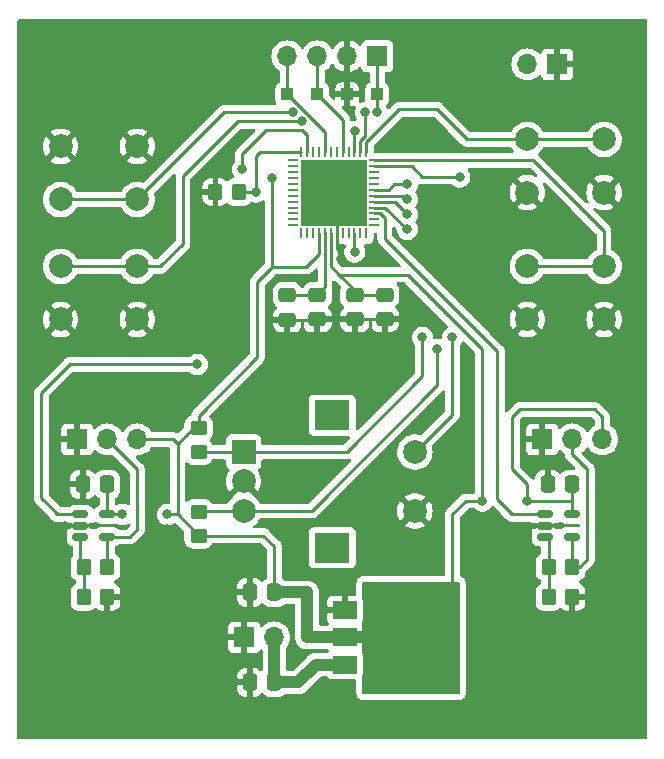
<source format=gbr>
%TF.GenerationSoftware,KiCad,Pcbnew,7.0.1-3b83917a11~172~ubuntu22.04.1*%
%TF.CreationDate,2023-06-11T16:35:37+01:00*%
%TF.ProjectId,lfo_expression_pedal,6c666f5f-6578-4707-9265-7373696f6e5f,rev?*%
%TF.SameCoordinates,Original*%
%TF.FileFunction,Copper,L1,Top*%
%TF.FilePolarity,Positive*%
%FSLAX46Y46*%
G04 Gerber Fmt 4.6, Leading zero omitted, Abs format (unit mm)*
G04 Created by KiCad (PCBNEW 7.0.1-3b83917a11~172~ubuntu22.04.1) date 2023-06-11 16:35:37*
%MOMM*%
%LPD*%
G01*
G04 APERTURE LIST*
G04 Aperture macros list*
%AMRoundRect*
0 Rectangle with rounded corners*
0 $1 Rounding radius*
0 $2 $3 $4 $5 $6 $7 $8 $9 X,Y pos of 4 corners*
0 Add a 4 corners polygon primitive as box body*
4,1,4,$2,$3,$4,$5,$6,$7,$8,$9,$2,$3,0*
0 Add four circle primitives for the rounded corners*
1,1,$1+$1,$2,$3*
1,1,$1+$1,$4,$5*
1,1,$1+$1,$6,$7*
1,1,$1+$1,$8,$9*
0 Add four rect primitives between the rounded corners*
20,1,$1+$1,$2,$3,$4,$5,0*
20,1,$1+$1,$4,$5,$6,$7,0*
20,1,$1+$1,$6,$7,$8,$9,0*
20,1,$1+$1,$8,$9,$2,$3,0*%
G04 Aperture macros list end*
%TA.AperFunction,ComponentPad*%
%ADD10C,2.000000*%
%TD*%
%TA.AperFunction,ComponentPad*%
%ADD11R,1.700000X1.700000*%
%TD*%
%TA.AperFunction,ComponentPad*%
%ADD12O,1.700000X1.700000*%
%TD*%
%TA.AperFunction,ComponentPad*%
%ADD13R,2.000000X2.000000*%
%TD*%
%TA.AperFunction,ComponentPad*%
%ADD14R,3.000000X2.500000*%
%TD*%
%TA.AperFunction,SMDPad,CuDef*%
%ADD15R,2.000000X1.500000*%
%TD*%
%TA.AperFunction,SMDPad,CuDef*%
%ADD16R,2.000000X3.800000*%
%TD*%
%TA.AperFunction,SMDPad,CuDef*%
%ADD17RoundRect,0.250000X0.350000X0.450000X-0.350000X0.450000X-0.350000X-0.450000X0.350000X-0.450000X0*%
%TD*%
%TA.AperFunction,SMDPad,CuDef*%
%ADD18RoundRect,0.250000X-0.475000X0.337500X-0.475000X-0.337500X0.475000X-0.337500X0.475000X0.337500X0*%
%TD*%
%TA.AperFunction,SMDPad,CuDef*%
%ADD19RoundRect,0.250000X-0.350000X-0.450000X0.350000X-0.450000X0.350000X0.450000X-0.350000X0.450000X0*%
%TD*%
%TA.AperFunction,SMDPad,CuDef*%
%ADD20RoundRect,0.150000X-0.512500X-0.150000X0.512500X-0.150000X0.512500X0.150000X-0.512500X0.150000X0*%
%TD*%
%TA.AperFunction,SMDPad,CuDef*%
%ADD21RoundRect,0.250000X0.337500X0.475000X-0.337500X0.475000X-0.337500X-0.475000X0.337500X-0.475000X0*%
%TD*%
%TA.AperFunction,SMDPad,CuDef*%
%ADD22R,1.000000X1.000000*%
%TD*%
%TA.AperFunction,SMDPad,CuDef*%
%ADD23RoundRect,0.250000X0.450000X-0.350000X0.450000X0.350000X-0.450000X0.350000X-0.450000X-0.350000X0*%
%TD*%
%TA.AperFunction,SMDPad,CuDef*%
%ADD24RoundRect,0.062500X0.062500X-0.375000X0.062500X0.375000X-0.062500X0.375000X-0.062500X-0.375000X0*%
%TD*%
%TA.AperFunction,SMDPad,CuDef*%
%ADD25RoundRect,0.062500X0.375000X-0.062500X0.375000X0.062500X-0.375000X0.062500X-0.375000X-0.062500X0*%
%TD*%
%TA.AperFunction,SMDPad,CuDef*%
%ADD26R,5.600000X5.600000*%
%TD*%
%TA.AperFunction,SMDPad,CuDef*%
%ADD27RoundRect,0.250000X-0.450000X0.350000X-0.450000X-0.350000X0.450000X-0.350000X0.450000X0.350000X0*%
%TD*%
%TA.AperFunction,ViaPad*%
%ADD28C,0.800000*%
%TD*%
%TA.AperFunction,Conductor*%
%ADD29C,0.250000*%
%TD*%
%TA.AperFunction,Conductor*%
%ADD30C,1.000000*%
%TD*%
G04 APERTURE END LIST*
D10*
%TO.P,SW2,1,A*%
%TO.N,GND*%
X163980000Y-78160000D03*
X157480000Y-78160000D03*
%TO.P,SW2,2,B*%
%TO.N,/user_sw2*%
X163980000Y-73660000D03*
X157480000Y-73660000D03*
%TD*%
D11*
%TO.P,J2,1,Pin_1*%
%TO.N,GND*%
X119380000Y-99060000D03*
D12*
%TO.P,J2,2,Pin_2*%
%TO.N,/dac1_out2_buffered*%
X121920000Y-99060000D03*
%TO.P,J2,3,Pin_3*%
%TO.N,+3.3V*%
X124460000Y-99060000D03*
%TD*%
D13*
%TO.P,SW6,A,A*%
%TO.N,/tim3_ch1*%
X133466000Y-100116000D03*
D10*
%TO.P,SW6,B,B*%
%TO.N,/tim3_ch2*%
X133466000Y-105116000D03*
%TO.P,SW6,C,C*%
%TO.N,GND*%
X133466000Y-102616000D03*
D14*
%TO.P,SW6,MP*%
%TO.N,N/C*%
X140966000Y-97016000D03*
X140966000Y-108216000D03*
D10*
%TO.P,SW6,S1,S1*%
%TO.N,/rot_enc_sw*%
X147966000Y-100116000D03*
%TO.P,SW6,S2,S2*%
%TO.N,GND*%
X147966000Y-105116000D03*
%TD*%
%TO.P,SW1,1,A*%
%TO.N,GND*%
X163980000Y-88900000D03*
X157480000Y-88900000D03*
%TO.P,SW1,2,B*%
%TO.N,/user_sw1*%
X163980000Y-84400000D03*
X157480000Y-84400000D03*
%TD*%
D15*
%TO.P,U2,1,GND*%
%TO.N,GND*%
X142036000Y-113524000D03*
%TO.P,U2,2,VO*%
%TO.N,+3.3V*%
X142036000Y-115824000D03*
D16*
X148336000Y-115824000D03*
D15*
%TO.P,U2,3,VI*%
%TO.N,Net-(J4-Pin_2)*%
X142036000Y-118124000D03*
%TD*%
D17*
%TO.P,R10,1*%
%TO.N,/sys_swclk*%
X133080000Y-78105000D03*
%TO.P,R10,2*%
%TO.N,GND*%
X131080000Y-78105000D03*
%TD*%
D18*
%TO.P,C2,1*%
%TO.N,+3.3V*%
X145415000Y-86807500D03*
%TO.P,C2,2*%
%TO.N,GND*%
X145415000Y-88882500D03*
%TD*%
D10*
%TO.P,SW4,1,A*%
%TO.N,GND*%
X124460000Y-88900000D03*
X117960000Y-88900000D03*
%TO.P,SW4,2,B*%
%TO.N,/user_sw4*%
X124460000Y-84400000D03*
X117960000Y-84400000D03*
%TD*%
%TO.P,SW3,1,A*%
%TO.N,GND*%
X117960000Y-74240000D03*
X124460000Y-74240000D03*
%TO.P,SW3,2,B*%
%TO.N,/user_sw3*%
X117960000Y-78740000D03*
X124460000Y-78740000D03*
%TD*%
D11*
%TO.P,J5,1,Pin_1*%
%TO.N,+3.3V*%
X144780000Y-66620000D03*
D12*
%TO.P,J5,2,Pin_2*%
%TO.N,GND*%
X142240000Y-66620000D03*
%TO.P,J5,3,Pin_3*%
%TO.N,/i2c1_scl*%
X139700000Y-66620000D03*
%TO.P,J5,4,Pin_4*%
%TO.N,/i2c1_sda*%
X137160000Y-66620000D03*
%TD*%
D19*
%TO.P,R3,1*%
%TO.N,Net-(U3--)*%
X159290000Y-112395000D03*
%TO.P,R3,2*%
%TO.N,GND*%
X161290000Y-112395000D03*
%TD*%
D20*
%TO.P,U3,1,+*%
%TO.N,/dac1_out1*%
X159015000Y-105410000D03*
%TO.P,U3,2,V-*%
%TO.N,GND*%
X159015000Y-106360000D03*
%TO.P,U3,3,-*%
%TO.N,Net-(U3--)*%
X159015000Y-107310000D03*
%TO.P,U3,4*%
%TO.N,/dac1_out1_buffered*%
X161290000Y-107310000D03*
%TO.P,U3,5,V+*%
%TO.N,+3.3V*%
X161290000Y-105410000D03*
%TD*%
D21*
%TO.P,C7,1*%
%TO.N,+3.3V*%
X161290000Y-102870000D03*
%TO.P,C7,2*%
%TO.N,GND*%
X159215000Y-102870000D03*
%TD*%
D11*
%TO.P,J4,1,Pin_1*%
%TO.N,GND*%
X133523500Y-115824000D03*
D12*
%TO.P,J4,2,Pin_2*%
%TO.N,Net-(J4-Pin_2)*%
X136063500Y-115824000D03*
%TD*%
D22*
%TO.P,TP3,1,1*%
%TO.N,/i2c1_scl*%
X139700000Y-69837900D03*
%TD*%
D23*
%TO.P,R2,1*%
%TO.N,+3.3V*%
X129656000Y-107196000D03*
%TO.P,R2,2*%
%TO.N,/tim3_ch2*%
X129656000Y-105196000D03*
%TD*%
D11*
%TO.P,J6,1,Pin_1*%
%TO.N,GND*%
X158750000Y-99060000D03*
D12*
%TO.P,J6,2,Pin_2*%
%TO.N,/dac1_out1_buffered*%
X161290000Y-99060000D03*
%TO.P,J6,3,Pin_3*%
%TO.N,+3.3V*%
X163830000Y-99060000D03*
%TD*%
D22*
%TO.P,TP4,1,1*%
%TO.N,/i2c1_sda*%
X137160000Y-69837900D03*
%TD*%
D18*
%TO.P,C1,1*%
%TO.N,+3.3V*%
X142875000Y-86825000D03*
%TO.P,C1,2*%
%TO.N,GND*%
X142875000Y-88900000D03*
%TD*%
D21*
%TO.P,C5,1*%
%TO.N,Net-(J4-Pin_2)*%
X136063500Y-119634000D03*
%TO.P,C5,2*%
%TO.N,GND*%
X133988500Y-119634000D03*
%TD*%
D22*
%TO.P,TP2,1,1*%
%TO.N,GND*%
X142240000Y-69837900D03*
%TD*%
D18*
%TO.P,C3,1*%
%TO.N,/vref*%
X139700000Y-86825000D03*
%TO.P,C3,2*%
%TO.N,GND*%
X139700000Y-88900000D03*
%TD*%
D24*
%TO.P,U1,1,PC13*%
%TO.N,unconnected-(U1-PC13-Pad1)*%
X138347000Y-81614500D03*
%TO.P,U1,2,PC14*%
%TO.N,unconnected-(U1-PC14-Pad2)*%
X138847000Y-81614500D03*
%TO.P,U1,3,PC15*%
%TO.N,unconnected-(U1-PC15-Pad3)*%
X139347000Y-81614500D03*
%TO.P,U1,4,VBAT*%
%TO.N,+3.3V*%
X139847000Y-81614500D03*
%TO.P,U1,5,VREF+*%
%TO.N,/vref*%
X140347000Y-81614500D03*
%TO.P,U1,6,VDD*%
%TO.N,+3.3V*%
X140847000Y-81614500D03*
%TO.P,U1,7,VSS*%
%TO.N,GND*%
X141347000Y-81614500D03*
%TO.P,U1,8,PF0*%
%TO.N,unconnected-(U1-PF0-Pad8)*%
X141847000Y-81614500D03*
%TO.P,U1,9,PF1*%
%TO.N,unconnected-(U1-PF1-Pad9)*%
X142347000Y-81614500D03*
%TO.P,U1,10,PF2*%
%TO.N,/reset*%
X142847000Y-81614500D03*
%TO.P,U1,11,PA0*%
%TO.N,unconnected-(U1-PA0-Pad11)*%
X143347000Y-81614500D03*
%TO.P,U1,12,PA1*%
%TO.N,unconnected-(U1-PA1-Pad12)*%
X143847000Y-81614500D03*
D25*
%TO.P,U1,13,PA2*%
%TO.N,unconnected-(U1-PA2-Pad13)*%
X144534500Y-80927000D03*
%TO.P,U1,14,PA3*%
%TO.N,unconnected-(U1-PA3-Pad14)*%
X144534500Y-80427000D03*
%TO.P,U1,15,PA4*%
%TO.N,/dac1_out1*%
X144534500Y-79927000D03*
%TO.P,U1,16,PA5*%
%TO.N,/dac1_out2*%
X144534500Y-79427000D03*
%TO.P,U1,17,PA6*%
%TO.N,/tim3_ch1*%
X144534500Y-78927000D03*
%TO.P,U1,18,PA7*%
%TO.N,/tim3_ch2*%
X144534500Y-78427000D03*
%TO.P,U1,19,PB0*%
%TO.N,/rot_enc_sw*%
X144534500Y-77927000D03*
%TO.P,U1,20,PB1*%
%TO.N,unconnected-(U1-PB1-Pad20)*%
X144534500Y-77427000D03*
%TO.P,U1,21,PB2*%
%TO.N,unconnected-(U1-PB2-Pad21)*%
X144534500Y-76927000D03*
%TO.P,U1,22,PB10*%
%TO.N,unconnected-(U1-PB10-Pad22)*%
X144534500Y-76427000D03*
%TO.P,U1,23,PB11*%
%TO.N,/foot_sw*%
X144534500Y-75927000D03*
%TO.P,U1,24,PB12*%
%TO.N,/user_sw1*%
X144534500Y-75427000D03*
D24*
%TO.P,U1,25,PB13*%
%TO.N,/user_sw2*%
X143847000Y-74739500D03*
%TO.P,U1,26,PB14*%
%TO.N,/user_sw3*%
X143347000Y-74739500D03*
%TO.P,U1,27,PB15*%
%TO.N,/user_sw4*%
X142847000Y-74739500D03*
%TO.P,U1,28,PA8*%
%TO.N,unconnected-(U1-PA8-Pad28)*%
X142347000Y-74739500D03*
%TO.P,U1,29,PA9/UCPD1_DBCC1*%
%TO.N,/i2c1_scl*%
X141847000Y-74739500D03*
%TO.P,U1,30,PC6*%
%TO.N,unconnected-(U1-PC6-Pad30)*%
X141347000Y-74739500D03*
%TO.P,U1,31,PC7*%
%TO.N,unconnected-(U1-PC7-Pad31)*%
X140847000Y-74739500D03*
%TO.P,U1,32,PA10/UCPD1_DBCC2*%
%TO.N,/i2c1_sda*%
X140347000Y-74739500D03*
%TO.P,U1,33,PA11/PA9*%
%TO.N,unconnected-(U1-PA11{slash}PA9-Pad33)*%
X139847000Y-74739500D03*
%TO.P,U1,34,PA12/PA10*%
%TO.N,unconnected-(U1-PA12{slash}PA10-Pad34)*%
X139347000Y-74739500D03*
%TO.P,U1,35,PA13*%
%TO.N,/sys_swdio*%
X138847000Y-74739500D03*
%TO.P,U1,36,PA14*%
%TO.N,/sys_swclk*%
X138347000Y-74739500D03*
D25*
%TO.P,U1,37,PA15*%
%TO.N,unconnected-(U1-PA15-Pad37)*%
X137659500Y-75427000D03*
%TO.P,U1,38,PD0*%
%TO.N,unconnected-(U1-PD0-Pad38)*%
X137659500Y-75927000D03*
%TO.P,U1,39,PD1*%
%TO.N,unconnected-(U1-PD1-Pad39)*%
X137659500Y-76427000D03*
%TO.P,U1,40,PD2*%
%TO.N,unconnected-(U1-PD2-Pad40)*%
X137659500Y-76927000D03*
%TO.P,U1,41,PD3*%
%TO.N,unconnected-(U1-PD3-Pad41)*%
X137659500Y-77427000D03*
%TO.P,U1,42,PB3*%
%TO.N,unconnected-(U1-PB3-Pad42)*%
X137659500Y-77927000D03*
%TO.P,U1,43,PB4*%
%TO.N,unconnected-(U1-PB4-Pad43)*%
X137659500Y-78427000D03*
%TO.P,U1,44,PB5*%
%TO.N,unconnected-(U1-PB5-Pad44)*%
X137659500Y-78927000D03*
%TO.P,U1,45,PB6*%
%TO.N,unconnected-(U1-PB6-Pad45)*%
X137659500Y-79427000D03*
%TO.P,U1,46,PB7*%
%TO.N,unconnected-(U1-PB7-Pad46)*%
X137659500Y-79927000D03*
%TO.P,U1,47,PB8*%
%TO.N,unconnected-(U1-PB8-Pad47)*%
X137659500Y-80427000D03*
%TO.P,U1,48,PB9*%
%TO.N,unconnected-(U1-PB9-Pad48)*%
X137659500Y-80927000D03*
D26*
%TO.P,U1,49,VSS*%
%TO.N,GND*%
X141097000Y-78177000D03*
%TD*%
D19*
%TO.P,R5,1*%
%TO.N,Net-(U4--)*%
X119920000Y-112395000D03*
%TO.P,R5,2*%
%TO.N,GND*%
X121920000Y-112395000D03*
%TD*%
D20*
%TO.P,U4,1,+*%
%TO.N,/dac1_out2*%
X119645000Y-105410000D03*
%TO.P,U4,2,V-*%
%TO.N,GND*%
X119645000Y-106360000D03*
%TO.P,U4,3,-*%
%TO.N,Net-(U4--)*%
X119645000Y-107310000D03*
%TO.P,U4,4*%
%TO.N,/dac1_out2_buffered*%
X121920000Y-107310000D03*
%TO.P,U4,5,V+*%
%TO.N,+3.3V*%
X121920000Y-105410000D03*
%TD*%
D21*
%TO.P,C8,1*%
%TO.N,+3.3V*%
X121920000Y-102870000D03*
%TO.P,C8,2*%
%TO.N,GND*%
X119845000Y-102870000D03*
%TD*%
%TO.P,C6,1*%
%TO.N,+3.3V*%
X136063500Y-112014000D03*
%TO.P,C6,2*%
%TO.N,GND*%
X133988500Y-112014000D03*
%TD*%
D27*
%TO.P,R1,1*%
%TO.N,+3.3V*%
X129656000Y-98116000D03*
%TO.P,R1,2*%
%TO.N,/tim3_ch1*%
X129656000Y-100116000D03*
%TD*%
D19*
%TO.P,R6,1*%
%TO.N,Net-(U4--)*%
X119920000Y-109855000D03*
%TO.P,R6,2*%
%TO.N,/dac1_out2_buffered*%
X121920000Y-109855000D03*
%TD*%
%TO.P,R4,1*%
%TO.N,Net-(U3--)*%
X159290000Y-109855000D03*
%TO.P,R4,2*%
%TO.N,/dac1_out1_buffered*%
X161290000Y-109855000D03*
%TD*%
D18*
%TO.P,C4,1*%
%TO.N,/vref*%
X137160000Y-86842500D03*
%TO.P,C4,2*%
%TO.N,GND*%
X137160000Y-88917500D03*
%TD*%
D11*
%TO.P,SW5,1,A*%
%TO.N,GND*%
X160020000Y-67310000D03*
D12*
%TO.P,SW5,2,B*%
%TO.N,/foot_sw*%
X157480000Y-67310000D03*
%TD*%
D22*
%TO.P,TP1,1,1*%
%TO.N,+3.3V*%
X144780000Y-69837900D03*
%TD*%
D28*
%TO.N,+3.3V*%
X150495000Y-114300000D03*
X150495000Y-111760000D03*
X150495000Y-117475000D03*
X150495000Y-120015000D03*
X145415000Y-120015000D03*
X147955000Y-120015000D03*
X147955000Y-111760000D03*
X145415000Y-111760000D03*
X149225000Y-113030000D03*
X146685000Y-113030000D03*
X146685000Y-118745000D03*
X145415000Y-117475000D03*
X145415000Y-114300000D03*
X149225000Y-118745000D03*
X144145000Y-118745000D03*
X144145000Y-113030000D03*
X123190000Y-105410000D03*
X157480000Y-104265604D03*
X144780000Y-71374000D03*
X135890000Y-76924500D03*
X127000000Y-105410000D03*
X153670000Y-104267000D03*
%TO.N,GND*%
X165100000Y-93980000D03*
X157480000Y-116840000D03*
X116840000Y-91440000D03*
X132715000Y-119634000D03*
X119380000Y-119380000D03*
X116840000Y-71120000D03*
X121920000Y-91440000D03*
X165100000Y-71120000D03*
X116840000Y-111760000D03*
X147320000Y-66040000D03*
X165100000Y-114300000D03*
X134620000Y-68580000D03*
X121920000Y-86360000D03*
X127000000Y-66040000D03*
X129540000Y-68580000D03*
X137160000Y-96520000D03*
X140349000Y-113524000D03*
X154940000Y-83820000D03*
X144780000Y-93980000D03*
X119380000Y-114300000D03*
X116840000Y-106680000D03*
X137160000Y-121920000D03*
X152400000Y-106680000D03*
X124460000Y-93980000D03*
X116840000Y-121920000D03*
X134620000Y-93980000D03*
X149860000Y-68580000D03*
X154940000Y-78740000D03*
X129540000Y-109220000D03*
X154940000Y-119380000D03*
X152400000Y-66040000D03*
X121920000Y-116840000D03*
X154940000Y-114300000D03*
X157480000Y-121920000D03*
X149860000Y-109220000D03*
X132080000Y-121920000D03*
X129540000Y-119380000D03*
X127000000Y-116840000D03*
X162560000Y-116840000D03*
X144780000Y-104140000D03*
X127000000Y-86360000D03*
X124460000Y-114300000D03*
X141736299Y-83820000D03*
X152400000Y-81280000D03*
X121920000Y-81280000D03*
X137160000Y-106680000D03*
X154940000Y-71120000D03*
X132588000Y-112014000D03*
X127000000Y-71120000D03*
X127000000Y-81280000D03*
X146050000Y-73660000D03*
X121920000Y-76200000D03*
X127000000Y-96520000D03*
X149860000Y-104140000D03*
X157480000Y-81280000D03*
X157480000Y-91440000D03*
X162560000Y-91440000D03*
X165100000Y-119380000D03*
X132080000Y-91440000D03*
X132080000Y-66040000D03*
X152400000Y-121920000D03*
X119380000Y-68580000D03*
X165100000Y-109220000D03*
X121920000Y-121920000D03*
X124460000Y-119380000D03*
X134620000Y-109220000D03*
X118364000Y-102870000D03*
X129540000Y-83820000D03*
X129540000Y-78105000D03*
X129540000Y-88900000D03*
X160020000Y-71120000D03*
X134620000Y-83820000D03*
X139700000Y-93980000D03*
X129540000Y-114300000D03*
X160020000Y-119380000D03*
X116840000Y-66040000D03*
X119380000Y-93980000D03*
X165100000Y-104140000D03*
X127000000Y-111760000D03*
X154940000Y-109220000D03*
X127000000Y-91440000D03*
X142240000Y-121920000D03*
X165100000Y-66040000D03*
X127000000Y-106680000D03*
X121920000Y-71120000D03*
X127000000Y-121920000D03*
X162560000Y-121920000D03*
X160020000Y-93980000D03*
X124460000Y-109220000D03*
X116840000Y-116840000D03*
X160020000Y-114300000D03*
X144780000Y-109220000D03*
X132080000Y-86360000D03*
X132080000Y-81280000D03*
X147320000Y-121920000D03*
X118364000Y-106426000D03*
X124460000Y-68580000D03*
X116840000Y-81280000D03*
X138430000Y-90170000D03*
X137160000Y-101600000D03*
X121920000Y-66040000D03*
X152400000Y-86360000D03*
X154940000Y-88900000D03*
X144145000Y-90152500D03*
X152400000Y-101600000D03*
%TO.N,/sys_swdio*%
X133350000Y-76200000D03*
%TO.N,/tim3_ch1*%
X148590000Y-90424000D03*
X147320000Y-80010000D03*
%TO.N,/tim3_ch2*%
X149860000Y-91440000D03*
X147320000Y-78740000D03*
%TO.N,/user_sw3*%
X143764000Y-71374000D03*
X137668000Y-71374000D03*
%TO.N,/user_sw4*%
X142875000Y-72970000D03*
X138430000Y-72136000D03*
%TO.N,/foot_sw*%
X151765000Y-76835000D03*
%TO.N,/rot_enc_sw*%
X147320000Y-77470000D03*
X151130000Y-90424000D03*
%TO.N,/reset*%
X142875000Y-83185000D03*
%TO.N,/dac1_out2*%
X147320000Y-81280000D03*
X129540000Y-92710000D03*
%TO.N,/sys_swclk*%
X134530500Y-78105000D03*
%TD*%
D29*
%TO.N,+3.3V*%
X153670000Y-104267000D02*
X152273000Y-104267000D01*
X151130000Y-115570000D02*
X150876000Y-115824000D01*
X152273000Y-104267000D02*
X151130000Y-105410000D01*
X150876000Y-115824000D02*
X148336000Y-115824000D01*
X151130000Y-105410000D02*
X151130000Y-115570000D01*
X139847000Y-83376000D02*
X139847000Y-81614500D01*
X157480000Y-102870000D02*
X157480000Y-104265604D01*
X134620000Y-85725000D02*
X135890000Y-84455000D01*
X129214000Y-98116000D02*
X127870000Y-99460000D01*
X129656000Y-107196000D02*
X135136000Y-107196000D01*
X163195000Y-96520000D02*
X156845000Y-96520000D01*
D30*
X142036000Y-115824000D02*
X138836000Y-115824000D01*
D29*
X163830000Y-97155000D02*
X163195000Y-96520000D01*
X163830000Y-99060000D02*
X163830000Y-97155000D01*
X121920000Y-104265604D02*
X121920000Y-102870000D01*
X161290000Y-104265604D02*
X161290000Y-102870000D01*
X144780000Y-69837900D02*
X144780000Y-66620000D01*
X144780000Y-71374000D02*
X144780000Y-69837900D01*
X142875000Y-86825000D02*
X145087500Y-86825000D01*
X156845000Y-96520000D02*
X156210000Y-97155000D01*
X135890000Y-84455000D02*
X138768000Y-84455000D01*
X134620000Y-92075000D02*
X134620000Y-85725000D01*
X127870000Y-99460000D02*
X127870000Y-105410000D01*
X153670000Y-91440000D02*
X147351750Y-85121750D01*
D30*
X138836000Y-115824000D02*
X138836000Y-112014000D01*
D29*
X121920000Y-105410000D02*
X121920000Y-104265604D01*
X135136000Y-107196000D02*
X136063500Y-108123500D01*
X142875000Y-86423500D02*
X142875000Y-86825000D01*
X140847000Y-84395500D02*
X141573250Y-85121750D01*
D30*
X142036000Y-115824000D02*
X148336000Y-115824000D01*
D29*
X161290000Y-104265604D02*
X157480000Y-104265604D01*
X147351750Y-85121750D02*
X141573250Y-85121750D01*
X127470000Y-99060000D02*
X127870000Y-99460000D01*
X124460000Y-99060000D02*
X127470000Y-99060000D01*
X156210000Y-101600000D02*
X157480000Y-102870000D01*
X129656000Y-97039000D02*
X134620000Y-92075000D01*
X121920000Y-105410000D02*
X123190000Y-105410000D01*
X141573250Y-85121750D02*
X142875000Y-86423500D01*
X127870000Y-105410000D02*
X129656000Y-107196000D01*
X156210000Y-97155000D02*
X156210000Y-101600000D01*
X138768000Y-84455000D02*
X139847000Y-83376000D01*
X140847000Y-81614500D02*
X140847000Y-84395500D01*
X161290000Y-105410000D02*
X161290000Y-104265604D01*
X129656000Y-98116000D02*
X129656000Y-97039000D01*
X135890000Y-76924500D02*
X135890000Y-84455000D01*
X129656000Y-98116000D02*
X129214000Y-98116000D01*
X153670000Y-104267000D02*
X153670000Y-91440000D01*
X136063500Y-108123500D02*
X136063500Y-112014000D01*
D30*
X138836000Y-112014000D02*
X136063500Y-112014000D01*
D29*
X127000000Y-105410000D02*
X127870000Y-105410000D01*
%TO.N,GND*%
X133988500Y-119634000D02*
X132715000Y-119634000D01*
X158750000Y-100838000D02*
X158750000Y-99060000D01*
X141736299Y-83820000D02*
X141736299Y-83316299D01*
X158750000Y-98044000D02*
X158750000Y-99060000D01*
X140335000Y-113538000D02*
X140349000Y-113524000D01*
X142875000Y-88900000D02*
X144145000Y-88900000D01*
X141347000Y-81614500D02*
X141347000Y-78427000D01*
X138430000Y-88917500D02*
X139682500Y-88917500D01*
X144145000Y-88900000D02*
X144145000Y-90152500D01*
X138430000Y-88917500D02*
X138430000Y-90170000D01*
X137160000Y-88917500D02*
X138430000Y-88917500D01*
X144145000Y-88900000D02*
X145397500Y-88900000D01*
X141347000Y-78427000D02*
X141097000Y-78177000D01*
X133988500Y-112014000D02*
X132588000Y-112014000D01*
X139682500Y-88917500D02*
X139700000Y-88900000D01*
X141736299Y-83316299D02*
X141347000Y-82927000D01*
X142240000Y-69837900D02*
X142240000Y-66620000D01*
X159215000Y-102870000D02*
X159215000Y-101303000D01*
X118430000Y-106360000D02*
X118364000Y-106426000D01*
X141347000Y-82927000D02*
X141347000Y-81614500D01*
X119845000Y-102870000D02*
X118364000Y-102870000D01*
X159215000Y-101303000D02*
X158750000Y-100838000D01*
X119645000Y-106360000D02*
X118430000Y-106360000D01*
X131080000Y-78105000D02*
X129540000Y-78105000D01*
X142036000Y-113524000D02*
X140349000Y-113524000D01*
D30*
%TO.N,Net-(J4-Pin_2)*%
X142036000Y-118124000D02*
X139594750Y-118124000D01*
X139594750Y-118124000D02*
X138084750Y-119634000D01*
X136063500Y-115824000D02*
X136063500Y-119634000D01*
X138084750Y-119634000D02*
X136063500Y-119634000D01*
D29*
%TO.N,/sys_swdio*%
X138847000Y-73315000D02*
X138847000Y-74739500D01*
X133350000Y-76200000D02*
X133350000Y-74930000D01*
X133350000Y-74930000D02*
X135382000Y-72898000D01*
X135382000Y-72898000D02*
X138430000Y-72898000D01*
X138430000Y-72898000D02*
X138847000Y-73315000D01*
%TO.N,/dac1_out1_buffered*%
X161290000Y-100330000D02*
X161290000Y-99060000D01*
X161925000Y-109855000D02*
X162560000Y-109220000D01*
X162560000Y-109220000D02*
X162560000Y-101600000D01*
X161290000Y-109855000D02*
X161290000Y-107310000D01*
X162560000Y-101600000D02*
X161290000Y-100330000D01*
X161290000Y-109855000D02*
X161925000Y-109855000D01*
%TO.N,/dac1_out2_buffered*%
X121920000Y-107310000D02*
X121920000Y-109855000D01*
X124460000Y-101600000D02*
X121920000Y-99060000D01*
X121920000Y-107310000D02*
X123830000Y-107310000D01*
X123830000Y-107310000D02*
X124460000Y-106680000D01*
X124460000Y-106680000D02*
X124460000Y-101600000D01*
%TO.N,/i2c1_scl*%
X141847000Y-71984900D02*
X139700000Y-69837900D01*
X141847000Y-74739500D02*
X141847000Y-71984900D01*
X139700000Y-69837900D02*
X139700000Y-66620000D01*
%TO.N,/i2c1_sda*%
X140347000Y-73024900D02*
X137160000Y-69837900D01*
X140347000Y-74739500D02*
X140347000Y-73024900D01*
X137160000Y-69837900D02*
X137160000Y-66620000D01*
%TO.N,/vref*%
X139682500Y-86842500D02*
X136832500Y-86842500D01*
X140347000Y-81499500D02*
X140347000Y-86178000D01*
X140347000Y-86178000D02*
X139682500Y-86842500D01*
%TO.N,/tim3_ch1*%
X147320000Y-80010000D02*
X146237000Y-78927000D01*
X148590000Y-93726000D02*
X142200000Y-100116000D01*
X148590000Y-90424000D02*
X148590000Y-93726000D01*
X142200000Y-100116000D02*
X133466000Y-100116000D01*
X129656000Y-100116000D02*
X133466000Y-100116000D01*
X146237000Y-78927000D02*
X144534500Y-78927000D01*
%TO.N,/tim3_ch2*%
X129736000Y-105116000D02*
X133466000Y-105116000D01*
X147320000Y-78740000D02*
X147007000Y-78427000D01*
X147007000Y-78427000D02*
X144534500Y-78427000D01*
X129656000Y-105196000D02*
X129736000Y-105116000D01*
X139232000Y-105116000D02*
X133466000Y-105116000D01*
X149860000Y-91440000D02*
X149860000Y-94488000D01*
X149860000Y-94488000D02*
X139232000Y-105116000D01*
%TO.N,Net-(U3--)*%
X159290000Y-112395000D02*
X159290000Y-109855000D01*
X159290000Y-107585000D02*
X159015000Y-107310000D01*
X159290000Y-109855000D02*
X159290000Y-107585000D01*
%TO.N,Net-(U4--)*%
X119920000Y-112395000D02*
X119920000Y-109855000D01*
X119645000Y-109580000D02*
X119920000Y-109855000D01*
X119645000Y-107310000D02*
X119645000Y-109580000D01*
%TO.N,/user_sw1*%
X163980000Y-81430000D02*
X157977000Y-75427000D01*
X163980000Y-84400000D02*
X163980000Y-81430000D01*
X157977000Y-75427000D02*
X144534500Y-75427000D01*
X163980000Y-84400000D02*
X157480000Y-84400000D01*
%TO.N,/user_sw2*%
X149860000Y-71120000D02*
X146630000Y-71120000D01*
X163980000Y-73660000D02*
X152400000Y-73660000D01*
X152400000Y-73660000D02*
X149860000Y-71120000D01*
X146630000Y-71120000D02*
X143847000Y-73903000D01*
X143847000Y-73903000D02*
X143847000Y-74739500D01*
%TO.N,/user_sw3*%
X143764000Y-73349604D02*
X143347000Y-73766604D01*
X117960000Y-78740000D02*
X124460000Y-78740000D01*
X143764000Y-71374000D02*
X143764000Y-73349604D01*
X124460000Y-78740000D02*
X131826000Y-71374000D01*
X143347000Y-73766604D02*
X143347000Y-74739500D01*
X131826000Y-71374000D02*
X137668000Y-71374000D01*
%TO.N,/user_sw4*%
X142847000Y-72998000D02*
X142847000Y-74739500D01*
X128325000Y-76780000D02*
X128325000Y-82495000D01*
X128325000Y-82495000D02*
X126420000Y-84400000D01*
X132969000Y-72136000D02*
X128325000Y-76780000D01*
X142875000Y-72970000D02*
X142847000Y-72998000D01*
X138430000Y-72136000D02*
X132969000Y-72136000D01*
X126420000Y-84400000D02*
X117960000Y-84400000D01*
%TO.N,/foot_sw*%
X147682000Y-75927000D02*
X144534500Y-75927000D01*
X148590000Y-76835000D02*
X147682000Y-75927000D01*
X151765000Y-76835000D02*
X148590000Y-76835000D01*
%TO.N,/rot_enc_sw*%
X146207737Y-77470000D02*
X145750737Y-77927000D01*
X145750737Y-77927000D02*
X144534500Y-77927000D01*
X151130000Y-90424000D02*
X151130000Y-96952000D01*
X151130000Y-96952000D02*
X147966000Y-100116000D01*
X147320000Y-77470000D02*
X146207737Y-77470000D01*
%TO.N,/reset*%
X142847000Y-81614500D02*
X142847000Y-83157000D01*
X142847000Y-83157000D02*
X142875000Y-83185000D01*
%TO.N,/dac1_out1*%
X154940000Y-91598750D02*
X154940000Y-104140000D01*
X145415000Y-82073750D02*
X154940000Y-91598750D01*
X145020008Y-79927000D02*
X145415000Y-80321992D01*
X156210000Y-105410000D02*
X159015000Y-105410000D01*
X144534500Y-79927000D02*
X145020008Y-79927000D01*
X154940000Y-104140000D02*
X156210000Y-105410000D01*
X145415000Y-80321992D02*
X145415000Y-82073750D01*
%TO.N,/dac1_out2*%
X117602000Y-105410000D02*
X119645000Y-105410000D01*
X147320000Y-81280000D02*
X145467000Y-79427000D01*
X116332000Y-104007500D02*
X117734500Y-105410000D01*
X118745000Y-92710000D02*
X116332000Y-95123000D01*
X129540000Y-92710000D02*
X118745000Y-92710000D01*
X116332000Y-95123000D02*
X116332000Y-104007500D01*
X117734500Y-105410000D02*
X119645000Y-105410000D01*
X145467000Y-79427000D02*
X144534500Y-79427000D01*
%TO.N,/sys_swclk*%
X134530000Y-75083500D02*
X134874000Y-74739500D01*
X134530000Y-78104500D02*
X134530000Y-75083500D01*
X134874000Y-74739500D02*
X138347000Y-74739500D01*
X134530500Y-78105000D02*
X133080000Y-78105000D01*
X134530500Y-78105000D02*
X134530000Y-78104500D01*
%TD*%
%TA.AperFunction,Conductor*%
%TO.N,GND*%
G36*
X152089697Y-90762372D02*
G01*
X152137519Y-90792109D01*
X152595331Y-91249922D01*
X153008181Y-91662772D01*
X153035061Y-91703000D01*
X153044500Y-91750453D01*
X153044500Y-103517500D01*
X153027887Y-103579500D01*
X152982500Y-103624887D01*
X152920500Y-103641500D01*
X152355741Y-103641500D01*
X152335237Y-103639236D01*
X152265145Y-103641439D01*
X152261251Y-103641500D01*
X152233648Y-103641500D01*
X152229653Y-103642004D01*
X152218029Y-103642918D01*
X152174368Y-103644290D01*
X152155128Y-103649880D01*
X152136081Y-103653825D01*
X152116209Y-103656335D01*
X152075599Y-103672413D01*
X152064554Y-103676194D01*
X152022610Y-103688381D01*
X152005365Y-103698579D01*
X151987904Y-103707133D01*
X151969267Y-103714512D01*
X151933931Y-103740185D01*
X151924174Y-103746595D01*
X151886580Y-103768829D01*
X151872413Y-103782996D01*
X151857624Y-103795626D01*
X151841413Y-103807404D01*
X151813572Y-103841058D01*
X151805711Y-103849697D01*
X150746208Y-104909199D01*
X150730110Y-104922096D01*
X150682096Y-104973225D01*
X150679391Y-104976017D01*
X150659874Y-104995534D01*
X150657415Y-104998705D01*
X150649842Y-105007572D01*
X150619935Y-105039420D01*
X150610285Y-105056974D01*
X150599609Y-105073228D01*
X150587326Y-105089063D01*
X150569975Y-105129158D01*
X150564838Y-105139644D01*
X150543802Y-105177907D01*
X150538821Y-105197309D01*
X150532520Y-105215711D01*
X150524561Y-105234102D01*
X150517728Y-105277242D01*
X150515360Y-105288674D01*
X150504500Y-105330978D01*
X150504500Y-105351016D01*
X150502973Y-105370415D01*
X150499840Y-105390194D01*
X150503950Y-105433675D01*
X150504500Y-105445344D01*
X150504500Y-110495500D01*
X150487887Y-110557500D01*
X150442500Y-110602887D01*
X150380500Y-110619500D01*
X143633999Y-110619500D01*
X143503169Y-110636724D01*
X143441161Y-110653339D01*
X143319250Y-110703836D01*
X143214557Y-110784170D01*
X143169170Y-110829557D01*
X143088836Y-110934250D01*
X143038339Y-111056161D01*
X143021724Y-111118169D01*
X143004500Y-111248999D01*
X143004500Y-112150000D01*
X142987887Y-112212000D01*
X142942500Y-112257387D01*
X142880500Y-112274000D01*
X142286000Y-112274000D01*
X142286000Y-113650000D01*
X142269387Y-113712000D01*
X142224000Y-113757387D01*
X142162000Y-113774000D01*
X140536000Y-113774000D01*
X140536000Y-114321824D01*
X140542402Y-114381375D01*
X140592647Y-114516088D01*
X140654918Y-114599271D01*
X140676817Y-114647222D01*
X140676818Y-114699938D01*
X140654920Y-114747890D01*
X140635519Y-114773808D01*
X140591756Y-114810383D01*
X140536250Y-114823500D01*
X139960500Y-114823500D01*
X139898500Y-114806887D01*
X139853113Y-114761500D01*
X139836500Y-114699500D01*
X139836500Y-113274000D01*
X140536000Y-113274000D01*
X141786000Y-113274000D01*
X141786000Y-112274000D01*
X140988176Y-112274000D01*
X140928624Y-112280402D01*
X140793910Y-112330647D01*
X140678811Y-112416811D01*
X140592647Y-112531910D01*
X140542402Y-112666624D01*
X140536000Y-112726176D01*
X140536000Y-113274000D01*
X139836500Y-113274000D01*
X139836500Y-112042501D01*
X139836659Y-112036220D01*
X139840369Y-111963063D01*
X139829278Y-111890669D01*
X139828484Y-111884435D01*
X139821074Y-111811562D01*
X139816249Y-111796186D01*
X139811994Y-111777849D01*
X139809556Y-111761929D01*
X139784105Y-111693209D01*
X139782102Y-111687350D01*
X139760159Y-111617412D01*
X139752342Y-111603328D01*
X139744480Y-111586217D01*
X139738886Y-111571113D01*
X139700139Y-111508949D01*
X139696951Y-111503534D01*
X139661409Y-111439498D01*
X139650918Y-111427278D01*
X139639773Y-111412100D01*
X139631252Y-111398429D01*
X139580788Y-111345341D01*
X139576577Y-111340680D01*
X139528867Y-111285106D01*
X139516128Y-111275245D01*
X139502164Y-111262629D01*
X139491059Y-111250947D01*
X139430933Y-111209098D01*
X139425872Y-111205381D01*
X139367958Y-111160551D01*
X139353492Y-111153455D01*
X139337272Y-111143907D01*
X139324050Y-111134705D01*
X139256746Y-111105822D01*
X139251039Y-111103200D01*
X139185269Y-111070938D01*
X139169682Y-111066903D01*
X139151863Y-111060813D01*
X139137057Y-111054459D01*
X139065316Y-111039717D01*
X139059195Y-111038297D01*
X138988284Y-111019936D01*
X138972190Y-111019120D01*
X138953521Y-111016742D01*
X138937741Y-111013500D01*
X138864501Y-111013500D01*
X138858221Y-111013341D01*
X138855669Y-111013211D01*
X138785064Y-111009630D01*
X138770559Y-111011853D01*
X138769142Y-111012070D01*
X138750365Y-111013500D01*
X136988230Y-111013500D01*
X136940777Y-111004061D01*
X136900548Y-110977180D01*
X136869656Y-110946288D01*
X136747904Y-110871191D01*
X136704723Y-110826084D01*
X136689000Y-110765652D01*
X136689000Y-109513869D01*
X138965500Y-109513869D01*
X138971909Y-109573484D01*
X138991752Y-109626684D01*
X139022204Y-109708331D01*
X139108454Y-109823546D01*
X139223669Y-109909796D01*
X139358517Y-109960091D01*
X139418127Y-109966500D01*
X142513872Y-109966499D01*
X142573483Y-109960091D01*
X142708331Y-109909796D01*
X142823546Y-109823546D01*
X142909796Y-109708331D01*
X142960091Y-109573483D01*
X142966500Y-109513873D01*
X142966499Y-106918128D01*
X142960091Y-106858517D01*
X142909796Y-106723669D01*
X142823546Y-106608454D01*
X142708331Y-106522204D01*
X142573483Y-106471909D01*
X142513873Y-106465500D01*
X142513869Y-106465500D01*
X139418130Y-106465500D01*
X139358515Y-106471909D01*
X139223669Y-106522204D01*
X139108454Y-106608454D01*
X139022204Y-106723668D01*
X138971909Y-106858516D01*
X138965500Y-106918130D01*
X138965500Y-109513869D01*
X136689000Y-109513869D01*
X136689000Y-108206241D01*
X136691263Y-108185737D01*
X136689061Y-108115645D01*
X136689000Y-108111751D01*
X136689000Y-108084157D01*
X136689000Y-108084150D01*
X136688495Y-108080153D01*
X136687580Y-108068523D01*
X136687367Y-108061744D01*
X136686209Y-108024873D01*
X136680620Y-108005640D01*
X136676674Y-107986582D01*
X136674164Y-107966706D01*
X136658088Y-107926104D01*
X136654304Y-107915053D01*
X136643662Y-107878425D01*
X136642118Y-107873110D01*
X136631914Y-107855855D01*
X136623361Y-107838395D01*
X136620409Y-107830939D01*
X136615986Y-107819768D01*
X136590308Y-107784425D01*
X136583901Y-107774671D01*
X136561670Y-107737080D01*
X136547505Y-107722915D01*
X136534867Y-107708117D01*
X136523095Y-107691913D01*
X136489441Y-107664073D01*
X136480799Y-107656209D01*
X135636802Y-106812211D01*
X135623906Y-106796113D01*
X135572775Y-106748098D01*
X135569978Y-106745387D01*
X135550470Y-106725879D01*
X135547290Y-106723412D01*
X135538424Y-106715839D01*
X135506582Y-106685938D01*
X135489024Y-106676285D01*
X135472764Y-106665604D01*
X135456936Y-106653327D01*
X135416851Y-106635980D01*
X135406361Y-106630841D01*
X135368091Y-106609802D01*
X135348691Y-106604821D01*
X135330284Y-106598519D01*
X135311897Y-106590562D01*
X135268758Y-106583729D01*
X135257324Y-106581361D01*
X135215019Y-106570500D01*
X135194984Y-106570500D01*
X135175586Y-106568973D01*
X135168162Y-106567797D01*
X135155805Y-106565840D01*
X135155804Y-106565840D01*
X135122751Y-106568964D01*
X135112325Y-106569950D01*
X135100656Y-106570500D01*
X134401424Y-106570500D01*
X134342407Y-106555555D01*
X134297615Y-106514322D01*
X134277848Y-106456740D01*
X134287868Y-106396690D01*
X134325261Y-106348647D01*
X134336872Y-106339610D01*
X147095942Y-106339610D01*
X147142766Y-106376055D01*
X147361393Y-106494368D01*
X147596506Y-106575083D01*
X147841707Y-106616000D01*
X148090293Y-106616000D01*
X148335493Y-106575083D01*
X148570606Y-106494368D01*
X148789233Y-106376053D01*
X148836056Y-106339609D01*
X147966000Y-105469553D01*
X147095942Y-106339609D01*
X147095942Y-106339610D01*
X134336872Y-106339610D01*
X134390093Y-106298186D01*
X134485744Y-106223738D01*
X134654164Y-106040785D01*
X134790173Y-105832607D01*
X134792854Y-105826495D01*
X134797594Y-105815690D01*
X134824685Y-105776619D01*
X134864488Y-105750615D01*
X134911150Y-105741500D01*
X139149256Y-105741500D01*
X139169762Y-105743764D01*
X139172665Y-105743672D01*
X139172667Y-105743673D01*
X139239872Y-105741561D01*
X139243768Y-105741500D01*
X139271349Y-105741500D01*
X139271350Y-105741500D01*
X139275319Y-105740998D01*
X139286965Y-105740080D01*
X139330627Y-105738709D01*
X139349859Y-105733120D01*
X139368918Y-105729174D01*
X139375196Y-105728381D01*
X139388792Y-105726664D01*
X139429407Y-105710582D01*
X139440444Y-105706803D01*
X139482390Y-105694618D01*
X139499629Y-105684422D01*
X139517102Y-105675862D01*
X139535732Y-105668486D01*
X139571064Y-105642814D01*
X139580830Y-105636400D01*
X139618418Y-105614171D01*
X139618417Y-105614171D01*
X139618420Y-105614170D01*
X139632585Y-105600004D01*
X139647373Y-105587373D01*
X139663587Y-105575594D01*
X139691438Y-105541926D01*
X139699279Y-105533309D01*
X140116589Y-105115999D01*
X146460858Y-105115999D01*
X146481386Y-105363732D01*
X146542413Y-105604721D01*
X146642268Y-105832370D01*
X146742563Y-105985882D01*
X146742564Y-105985882D01*
X147612447Y-105116001D01*
X148319553Y-105116001D01*
X149189434Y-105985882D01*
X149289730Y-105832369D01*
X149389586Y-105604721D01*
X149450613Y-105363732D01*
X149471141Y-105115999D01*
X149450613Y-104868267D01*
X149389586Y-104627278D01*
X149289730Y-104399630D01*
X149189434Y-104246116D01*
X148319553Y-105116000D01*
X148319553Y-105116001D01*
X147612447Y-105116001D01*
X147612447Y-105116000D01*
X146742564Y-104246116D01*
X146642266Y-104399634D01*
X146542413Y-104627278D01*
X146481386Y-104868267D01*
X146460858Y-105115999D01*
X140116589Y-105115999D01*
X141340198Y-103892390D01*
X147095942Y-103892390D01*
X147966000Y-104762447D01*
X147966001Y-104762447D01*
X148836057Y-103892390D01*
X148836056Y-103892388D01*
X148789235Y-103855947D01*
X148570606Y-103737631D01*
X148335493Y-103656916D01*
X148090293Y-103616000D01*
X147841707Y-103616000D01*
X147596506Y-103656916D01*
X147361393Y-103737631D01*
X147142764Y-103855946D01*
X147095942Y-103892388D01*
X147095942Y-103892390D01*
X141340198Y-103892390D01*
X150243786Y-94988802D01*
X150259887Y-94975904D01*
X150261874Y-94973787D01*
X150261877Y-94973786D01*
X150290109Y-94943721D01*
X150339229Y-94911676D01*
X150397585Y-94905789D01*
X150452119Y-94927380D01*
X150490629Y-94971618D01*
X150504500Y-95028606D01*
X150504500Y-96641548D01*
X150495061Y-96689001D01*
X150468181Y-96729229D01*
X148543228Y-98654179D01*
X148483497Y-98687307D01*
X148415285Y-98683779D01*
X148335617Y-98656429D01*
X148090335Y-98615500D01*
X147841665Y-98615500D01*
X147596384Y-98656429D01*
X147361194Y-98737170D01*
X147361190Y-98737171D01*
X147361190Y-98737172D01*
X147306997Y-98766500D01*
X147142485Y-98855529D01*
X146946259Y-99008259D01*
X146946256Y-99008261D01*
X146946256Y-99008262D01*
X146891144Y-99068130D01*
X146777837Y-99191214D01*
X146641825Y-99399395D01*
X146587317Y-99523662D01*
X146541937Y-99627119D01*
X146511452Y-99747500D01*
X146480891Y-99868183D01*
X146460356Y-100115999D01*
X146480891Y-100363816D01*
X146480891Y-100363819D01*
X146480892Y-100363821D01*
X146541937Y-100604881D01*
X146583209Y-100698971D01*
X146641825Y-100832604D01*
X146641827Y-100832607D01*
X146777836Y-101040785D01*
X146946256Y-101223738D01*
X146946259Y-101223740D01*
X147142485Y-101376470D01*
X147142487Y-101376471D01*
X147142491Y-101376474D01*
X147361190Y-101494828D01*
X147596386Y-101575571D01*
X147841665Y-101616500D01*
X148090335Y-101616500D01*
X148335614Y-101575571D01*
X148570810Y-101494828D01*
X148789509Y-101376474D01*
X148985744Y-101223738D01*
X149154164Y-101040785D01*
X149290173Y-100832607D01*
X149390063Y-100604881D01*
X149451108Y-100363821D01*
X149471643Y-100116000D01*
X149470619Y-100103642D01*
X149451109Y-99868184D01*
X149436248Y-99809500D01*
X149397135Y-99655045D01*
X149397790Y-99591691D01*
X149429658Y-99536930D01*
X151513786Y-97452802D01*
X151529887Y-97439904D01*
X151531874Y-97437787D01*
X151531877Y-97437786D01*
X151577932Y-97388741D01*
X151580613Y-97385976D01*
X151588818Y-97377771D01*
X151600120Y-97366470D01*
X151602581Y-97363295D01*
X151610152Y-97354431D01*
X151640062Y-97322582D01*
X151649713Y-97305026D01*
X151660393Y-97288767D01*
X151672674Y-97272936D01*
X151690018Y-97232851D01*
X151695160Y-97222356D01*
X151699571Y-97214333D01*
X151716197Y-97184092D01*
X151721178Y-97164688D01*
X151727480Y-97146283D01*
X151735438Y-97127895D01*
X151742270Y-97084748D01*
X151744639Y-97073316D01*
X151755500Y-97031020D01*
X151755500Y-97010984D01*
X151757027Y-96991585D01*
X151757314Y-96989773D01*
X151760160Y-96971804D01*
X151756050Y-96928325D01*
X151755500Y-96916656D01*
X151755500Y-91122687D01*
X151763736Y-91078249D01*
X151787347Y-91039717D01*
X151862533Y-90956216D01*
X151942453Y-90817789D01*
X151980948Y-90776689D01*
X152033653Y-90756852D01*
X152089697Y-90762372D01*
G37*
%TD.AperFunction*%
%TA.AperFunction,Conductor*%
G36*
X142556572Y-100729272D02*
G01*
X142589501Y-100784953D01*
X142589907Y-100849640D01*
X142557680Y-100905729D01*
X139009228Y-104454181D01*
X138969000Y-104481061D01*
X138921547Y-104490500D01*
X134911150Y-104490500D01*
X134864488Y-104481385D01*
X134824685Y-104455381D01*
X134797594Y-104416310D01*
X134790174Y-104399395D01*
X134786597Y-104393920D01*
X134654164Y-104191215D01*
X134485744Y-104008262D01*
X134396045Y-103938446D01*
X134384623Y-103929556D01*
X134347750Y-103882682D01*
X134340730Y-103844282D01*
X133466000Y-102969553D01*
X132591269Y-103844281D01*
X132584248Y-103882684D01*
X132547375Y-103929557D01*
X132446256Y-104008261D01*
X132277837Y-104191214D01*
X132141825Y-104399395D01*
X132134406Y-104416310D01*
X132107315Y-104455381D01*
X132067512Y-104481385D01*
X132020850Y-104490500D01*
X130837714Y-104490500D01*
X130777282Y-104474777D01*
X130732175Y-104431596D01*
X130698711Y-104377342D01*
X130574657Y-104253288D01*
X130425334Y-104161186D01*
X130258797Y-104106000D01*
X130156009Y-104095500D01*
X129155991Y-104095500D01*
X129053203Y-104106000D01*
X128886665Y-104161186D01*
X128737342Y-104253288D01*
X128707181Y-104283450D01*
X128657818Y-104313700D01*
X128600102Y-104318242D01*
X128546615Y-104296087D01*
X128509015Y-104252064D01*
X128495500Y-104195769D01*
X128495500Y-101116231D01*
X128509015Y-101059936D01*
X128546615Y-101015913D01*
X128600102Y-100993758D01*
X128657818Y-100998300D01*
X128707181Y-101028550D01*
X128737342Y-101058711D01*
X128737344Y-101058712D01*
X128886666Y-101150814D01*
X128988686Y-101184620D01*
X129053202Y-101205999D01*
X129063702Y-101207071D01*
X129155991Y-101216500D01*
X130156008Y-101216499D01*
X130258797Y-101205999D01*
X130425334Y-101150814D01*
X130574656Y-101058712D01*
X130698712Y-100934656D01*
X130781518Y-100800404D01*
X130826626Y-100757223D01*
X130887058Y-100741500D01*
X131841501Y-100741500D01*
X131903501Y-100758113D01*
X131948888Y-100803500D01*
X131965501Y-100865500D01*
X131965501Y-101163870D01*
X131971909Y-101223484D01*
X131982234Y-101251167D01*
X132022204Y-101358331D01*
X132108454Y-101473546D01*
X132223669Y-101559796D01*
X132223670Y-101559796D01*
X132224987Y-101560782D01*
X132263599Y-101608820D01*
X132274314Y-101669515D01*
X132254485Y-101727871D01*
X132142266Y-101899634D01*
X132042413Y-102127278D01*
X131981386Y-102368267D01*
X131960858Y-102616000D01*
X131981386Y-102863732D01*
X132042413Y-103104721D01*
X132142268Y-103332370D01*
X132242563Y-103485882D01*
X132242564Y-103485882D01*
X133378318Y-102350128D01*
X133433905Y-102318034D01*
X133498093Y-102318034D01*
X133553680Y-102350128D01*
X134689434Y-103485882D01*
X134789730Y-103332369D01*
X134889586Y-103104721D01*
X134950613Y-102863732D01*
X134971141Y-102615999D01*
X134950613Y-102368267D01*
X134889586Y-102127278D01*
X134789733Y-101899634D01*
X134677515Y-101727871D01*
X134657686Y-101669515D01*
X134668401Y-101608820D01*
X134707013Y-101560782D01*
X134708329Y-101559796D01*
X134708331Y-101559796D01*
X134823546Y-101473546D01*
X134909796Y-101358331D01*
X134960091Y-101223483D01*
X134966500Y-101163873D01*
X134966500Y-100865500D01*
X134983113Y-100803500D01*
X135028500Y-100758113D01*
X135090500Y-100741500D01*
X142117256Y-100741500D01*
X142137762Y-100743764D01*
X142140665Y-100743672D01*
X142140667Y-100743673D01*
X142207872Y-100741561D01*
X142211768Y-100741500D01*
X142239349Y-100741500D01*
X142239350Y-100741500D01*
X142243319Y-100740998D01*
X142254965Y-100740080D01*
X142298627Y-100738709D01*
X142317859Y-100733120D01*
X142336918Y-100729174D01*
X142343196Y-100728381D01*
X142356792Y-100726664D01*
X142397407Y-100710582D01*
X142408444Y-100706803D01*
X142435406Y-100698970D01*
X142500082Y-100697753D01*
X142556572Y-100729272D01*
G37*
%TD.AperFunction*%
%TA.AperFunction,Conductor*%
G36*
X162932001Y-97154939D02*
G01*
X162972229Y-97181819D01*
X163168181Y-97377771D01*
X163195061Y-97417999D01*
X163204500Y-97465452D01*
X163204500Y-97784774D01*
X163190489Y-97842031D01*
X163151623Y-97886349D01*
X162958598Y-98021505D01*
X162791505Y-98188598D01*
X162661575Y-98374159D01*
X162617257Y-98413025D01*
X162560000Y-98427036D01*
X162502743Y-98413025D01*
X162458425Y-98374159D01*
X162328494Y-98188598D01*
X162161404Y-98021508D01*
X162161401Y-98021505D01*
X161967830Y-97885965D01*
X161753663Y-97786097D01*
X161681074Y-97766647D01*
X161525407Y-97724936D01*
X161290000Y-97704340D01*
X161054592Y-97724936D01*
X160826336Y-97786097D01*
X160612170Y-97885965D01*
X160418601Y-98021503D01*
X160296285Y-98143819D01*
X160243539Y-98175114D01*
X160182246Y-98177303D01*
X160127401Y-98149850D01*
X160092422Y-98099471D01*
X160043352Y-97967911D01*
X159957188Y-97852811D01*
X159842089Y-97766647D01*
X159707375Y-97716402D01*
X159647824Y-97710000D01*
X159000000Y-97710000D01*
X159000000Y-100410000D01*
X159647824Y-100410000D01*
X159707375Y-100403597D01*
X159842089Y-100353352D01*
X159957188Y-100267188D01*
X160043352Y-100152089D01*
X160092422Y-100020528D01*
X160127401Y-99970149D01*
X160182246Y-99942696D01*
X160243539Y-99944885D01*
X160296285Y-99976180D01*
X160418599Y-100098495D01*
X160611415Y-100233506D01*
X160649362Y-100276095D01*
X160664227Y-100331169D01*
X160664438Y-100337858D01*
X160664500Y-100341768D01*
X160664500Y-100369349D01*
X160665003Y-100373334D01*
X160665918Y-100384967D01*
X160667290Y-100428626D01*
X160672879Y-100447860D01*
X160676825Y-100466916D01*
X160679335Y-100486792D01*
X160695414Y-100527404D01*
X160699197Y-100538451D01*
X160711382Y-100580391D01*
X160721580Y-100597635D01*
X160730136Y-100615100D01*
X160737514Y-100633732D01*
X160737515Y-100633733D01*
X160763180Y-100669059D01*
X160769593Y-100678822D01*
X160791826Y-100716416D01*
X160791829Y-100716419D01*
X160791830Y-100716420D01*
X160805995Y-100730585D01*
X160818627Y-100745375D01*
X160830406Y-100761587D01*
X160864058Y-100789426D01*
X160872699Y-100797289D01*
X161508228Y-101432819D01*
X161538478Y-101482182D01*
X161543020Y-101539898D01*
X161520865Y-101593385D01*
X161476842Y-101630985D01*
X161420547Y-101644500D01*
X160902491Y-101644500D01*
X160799703Y-101655000D01*
X160633165Y-101710186D01*
X160483842Y-101802288D01*
X160359786Y-101926344D01*
X160357742Y-101929659D01*
X160312635Y-101972837D01*
X160252204Y-101988558D01*
X160191774Y-101972835D01*
X160146668Y-101929656D01*
X160144816Y-101926654D01*
X160020845Y-101802683D01*
X159871622Y-101710642D01*
X159705196Y-101655493D01*
X159602479Y-101645000D01*
X159465000Y-101645000D01*
X159465000Y-102996000D01*
X159448387Y-103058000D01*
X159403000Y-103103387D01*
X159341000Y-103120000D01*
X159089000Y-103120000D01*
X159027000Y-103103387D01*
X158981613Y-103058000D01*
X158965000Y-102996000D01*
X158965000Y-101645001D01*
X158827521Y-101645001D01*
X158724804Y-101655493D01*
X158558377Y-101710642D01*
X158409154Y-101802683D01*
X158285183Y-101926654D01*
X158193142Y-102075877D01*
X158137993Y-102242304D01*
X158127644Y-102343603D01*
X158103608Y-102405237D01*
X158051304Y-102445740D01*
X157985617Y-102453587D01*
X157925244Y-102426542D01*
X157905944Y-102410575D01*
X157897305Y-102402714D01*
X156871819Y-101377228D01*
X156844939Y-101337000D01*
X156835500Y-101289547D01*
X156835500Y-99310000D01*
X157400000Y-99310000D01*
X157400000Y-99957824D01*
X157406402Y-100017375D01*
X157456647Y-100152089D01*
X157542811Y-100267188D01*
X157657910Y-100353352D01*
X157792624Y-100403597D01*
X157852176Y-100410000D01*
X158500000Y-100410000D01*
X158500000Y-99310000D01*
X157400000Y-99310000D01*
X156835500Y-99310000D01*
X156835500Y-98810000D01*
X157400000Y-98810000D01*
X158500000Y-98810000D01*
X158500000Y-97710000D01*
X157852176Y-97710000D01*
X157792624Y-97716402D01*
X157657910Y-97766647D01*
X157542811Y-97852811D01*
X157456647Y-97967910D01*
X157406402Y-98102624D01*
X157400000Y-98162176D01*
X157400000Y-98810000D01*
X156835500Y-98810000D01*
X156835500Y-97465452D01*
X156844939Y-97417999D01*
X156871819Y-97377771D01*
X157067771Y-97181819D01*
X157107999Y-97154939D01*
X157155452Y-97145500D01*
X162884548Y-97145500D01*
X162932001Y-97154939D01*
G37*
%TD.AperFunction*%
%TA.AperFunction,Conductor*%
G36*
X139670386Y-84585134D02*
G01*
X139707985Y-84629157D01*
X139721500Y-84685452D01*
X139721500Y-85613000D01*
X139704887Y-85675000D01*
X139659500Y-85720387D01*
X139597500Y-85737000D01*
X139174991Y-85737000D01*
X139072203Y-85747500D01*
X138905665Y-85802686D01*
X138756342Y-85894788D01*
X138632288Y-86018842D01*
X138546397Y-86158096D01*
X138501290Y-86201277D01*
X138440858Y-86217000D01*
X138408348Y-86217000D01*
X138347916Y-86201277D01*
X138302809Y-86158096D01*
X138227711Y-86036342D01*
X138103657Y-85912288D01*
X137954334Y-85820186D01*
X137787797Y-85765000D01*
X137685009Y-85754500D01*
X136634991Y-85754500D01*
X136532203Y-85765000D01*
X136365665Y-85820186D01*
X136216342Y-85912288D01*
X136092288Y-86036342D01*
X136000186Y-86185665D01*
X135945000Y-86352202D01*
X135934500Y-86454990D01*
X135934500Y-87230008D01*
X135945000Y-87332796D01*
X136000186Y-87499334D01*
X136092288Y-87648657D01*
X136216340Y-87772709D01*
X136216342Y-87772710D01*
X136216344Y-87772712D01*
X136219652Y-87774752D01*
X136262834Y-87819857D01*
X136278559Y-87880289D01*
X136262838Y-87940721D01*
X136219659Y-87985830D01*
X136216654Y-87987683D01*
X136092683Y-88111654D01*
X136000642Y-88260877D01*
X135945493Y-88427303D01*
X135935000Y-88530021D01*
X135935000Y-88667500D01*
X137286000Y-88667500D01*
X137348000Y-88684113D01*
X137393387Y-88729500D01*
X137410000Y-88791500D01*
X137410000Y-90004999D01*
X137684979Y-90004999D01*
X137787695Y-89994506D01*
X137954122Y-89939357D01*
X138103345Y-89847316D01*
X138227316Y-89723345D01*
X138326966Y-89561787D01*
X138329518Y-89563361D01*
X138356204Y-89524649D01*
X138420125Y-89497621D01*
X138488557Y-89509173D01*
X138540065Y-89555686D01*
X138632683Y-89705845D01*
X138756654Y-89829816D01*
X138905877Y-89921857D01*
X139072303Y-89977006D01*
X139175021Y-89987500D01*
X139450000Y-89987500D01*
X139450000Y-89150000D01*
X139950000Y-89150000D01*
X139950000Y-89987499D01*
X140224979Y-89987499D01*
X140327695Y-89977006D01*
X140494122Y-89921857D01*
X140643345Y-89829816D01*
X140767316Y-89705845D01*
X140859357Y-89556622D01*
X140914506Y-89390196D01*
X140925000Y-89287479D01*
X140925000Y-89150000D01*
X141650001Y-89150000D01*
X141650001Y-89287479D01*
X141660493Y-89390195D01*
X141715642Y-89556622D01*
X141807683Y-89705845D01*
X141931654Y-89829816D01*
X142080877Y-89921857D01*
X142247303Y-89977006D01*
X142350021Y-89987500D01*
X142625000Y-89987500D01*
X142625000Y-89150000D01*
X141650001Y-89150000D01*
X140925000Y-89150000D01*
X139950000Y-89150000D01*
X139450000Y-89150000D01*
X139450000Y-88774000D01*
X139466613Y-88712000D01*
X139512000Y-88666613D01*
X139574000Y-88650000D01*
X140924999Y-88650000D01*
X140924999Y-88512521D01*
X140914506Y-88409804D01*
X140859357Y-88243377D01*
X140767316Y-88094154D01*
X140643344Y-87970182D01*
X140640343Y-87968331D01*
X140597161Y-87923223D01*
X140581440Y-87862789D01*
X140597166Y-87802356D01*
X140640347Y-87757252D01*
X140643656Y-87755212D01*
X140767712Y-87631156D01*
X140859814Y-87481834D01*
X140914999Y-87315297D01*
X140925500Y-87212509D01*
X140925499Y-86455739D01*
X140929393Y-86424909D01*
X140933197Y-86410092D01*
X140938177Y-86390691D01*
X140944478Y-86372288D01*
X140952438Y-86353896D01*
X140959272Y-86310745D01*
X140961635Y-86299331D01*
X140972500Y-86257019D01*
X140972500Y-86236984D01*
X140974027Y-86217585D01*
X140974120Y-86217000D01*
X140977160Y-86197804D01*
X140973050Y-86154325D01*
X140972500Y-86142656D01*
X140972500Y-85704952D01*
X140986015Y-85648657D01*
X141023615Y-85604634D01*
X141077102Y-85582479D01*
X141134818Y-85587021D01*
X141184181Y-85617271D01*
X141666053Y-86099143D01*
X141699030Y-86158228D01*
X141696078Y-86225828D01*
X141660000Y-86334702D01*
X141649500Y-86437490D01*
X141649500Y-87212508D01*
X141660000Y-87315296D01*
X141715186Y-87481834D01*
X141807288Y-87631157D01*
X141931340Y-87755209D01*
X141931342Y-87755210D01*
X141931344Y-87755212D01*
X141934652Y-87757252D01*
X141977834Y-87802357D01*
X141993559Y-87862789D01*
X141977838Y-87923221D01*
X141934659Y-87968330D01*
X141931654Y-87970183D01*
X141807683Y-88094154D01*
X141715642Y-88243377D01*
X141660493Y-88409803D01*
X141650000Y-88512521D01*
X141650000Y-88650000D01*
X143001000Y-88650000D01*
X143063000Y-88666613D01*
X143108387Y-88712000D01*
X143125000Y-88774000D01*
X143125000Y-89987499D01*
X143399979Y-89987499D01*
X143502695Y-89977006D01*
X143669122Y-89921857D01*
X143818345Y-89829816D01*
X143942316Y-89705845D01*
X144041966Y-89544287D01*
X144044518Y-89545861D01*
X144071204Y-89507149D01*
X144135125Y-89480121D01*
X144203557Y-89491673D01*
X144255065Y-89538186D01*
X144347683Y-89688345D01*
X144471654Y-89812316D01*
X144620877Y-89904357D01*
X144787303Y-89959506D01*
X144890021Y-89970000D01*
X145165000Y-89970000D01*
X145165000Y-89132500D01*
X145665000Y-89132500D01*
X145665000Y-89969999D01*
X145939979Y-89969999D01*
X146042695Y-89959506D01*
X146209122Y-89904357D01*
X146358345Y-89812316D01*
X146482316Y-89688345D01*
X146574357Y-89539122D01*
X146629506Y-89372696D01*
X146640000Y-89269979D01*
X146640000Y-89132500D01*
X145665000Y-89132500D01*
X145165000Y-89132500D01*
X145165000Y-88756500D01*
X145181613Y-88694500D01*
X145227000Y-88649113D01*
X145289000Y-88632500D01*
X146639999Y-88632500D01*
X146639999Y-88495021D01*
X146629506Y-88392304D01*
X146574357Y-88225877D01*
X146482316Y-88076654D01*
X146358344Y-87952682D01*
X146355343Y-87950831D01*
X146312161Y-87905723D01*
X146296440Y-87845289D01*
X146312166Y-87784856D01*
X146355347Y-87739752D01*
X146358656Y-87737712D01*
X146482712Y-87613656D01*
X146574814Y-87464334D01*
X146629999Y-87297797D01*
X146640500Y-87195009D01*
X146640499Y-86419992D01*
X146636540Y-86381240D01*
X146629999Y-86317203D01*
X146610056Y-86257019D01*
X146574814Y-86150666D01*
X146482712Y-86001344D01*
X146482711Y-86001342D01*
X146440300Y-85958931D01*
X146410050Y-85909568D01*
X146405508Y-85851852D01*
X146427663Y-85798365D01*
X146471686Y-85760765D01*
X146527981Y-85747250D01*
X147041298Y-85747250D01*
X147088751Y-85756689D01*
X147128979Y-85783569D01*
X150762800Y-89417390D01*
X150793541Y-89468300D01*
X150797043Y-89527668D01*
X150772498Y-89581838D01*
X150725555Y-89618350D01*
X150677269Y-89639848D01*
X150524129Y-89751110D01*
X150397466Y-89891783D01*
X150302820Y-90055715D01*
X150244326Y-90235742D01*
X150224540Y-90424000D01*
X150225284Y-90431084D01*
X150217726Y-90488482D01*
X150184934Y-90536193D01*
X150134056Y-90563817D01*
X150076183Y-90565332D01*
X149954649Y-90539500D01*
X149954646Y-90539500D01*
X149765354Y-90539500D01*
X149708227Y-90551642D01*
X149643816Y-90565333D01*
X149585941Y-90563816D01*
X149535062Y-90536191D01*
X149502271Y-90488477D01*
X149494716Y-90431077D01*
X149495460Y-90424000D01*
X149475674Y-90235744D01*
X149417179Y-90055716D01*
X149417179Y-90055715D01*
X149322533Y-89891783D01*
X149195870Y-89751110D01*
X149042730Y-89639848D01*
X148869802Y-89562855D01*
X148684648Y-89523500D01*
X148684646Y-89523500D01*
X148495354Y-89523500D01*
X148495352Y-89523500D01*
X148310197Y-89562855D01*
X148137269Y-89639848D01*
X147984129Y-89751110D01*
X147857466Y-89891783D01*
X147762820Y-90055715D01*
X147704326Y-90235742D01*
X147684540Y-90424000D01*
X147704326Y-90612257D01*
X147762820Y-90792284D01*
X147857464Y-90956213D01*
X147857467Y-90956216D01*
X147932652Y-91039717D01*
X147956264Y-91078249D01*
X147964500Y-91122687D01*
X147964500Y-93415548D01*
X147955061Y-93463001D01*
X147928181Y-93503229D01*
X143178180Y-98253227D01*
X143128817Y-98283477D01*
X143071101Y-98288019D01*
X143017614Y-98265864D01*
X142980014Y-98221841D01*
X142966499Y-98165549D01*
X142966499Y-95718128D01*
X142960091Y-95658517D01*
X142909796Y-95523669D01*
X142823546Y-95408454D01*
X142708331Y-95322204D01*
X142573483Y-95271909D01*
X142513873Y-95265500D01*
X142513869Y-95265500D01*
X139418130Y-95265500D01*
X139358515Y-95271909D01*
X139223669Y-95322204D01*
X139108454Y-95408454D01*
X139022204Y-95523668D01*
X138971909Y-95658516D01*
X138965500Y-95718130D01*
X138965500Y-98313869D01*
X138971909Y-98373483D01*
X139022204Y-98508331D01*
X139108454Y-98623546D01*
X139223669Y-98709796D01*
X139358517Y-98760091D01*
X139418127Y-98766500D01*
X142365547Y-98766499D01*
X142421842Y-98780014D01*
X142465865Y-98817614D01*
X142488020Y-98871101D01*
X142483478Y-98928817D01*
X142453228Y-98978180D01*
X141977228Y-99454181D01*
X141937000Y-99481061D01*
X141889547Y-99490500D01*
X135090499Y-99490500D01*
X135028499Y-99473887D01*
X134983112Y-99428500D01*
X134966499Y-99366500D01*
X134966499Y-99068130D01*
X134965487Y-99058712D01*
X134960091Y-99008517D01*
X134909796Y-98873669D01*
X134823546Y-98758454D01*
X134708331Y-98672204D01*
X134573483Y-98621909D01*
X134513873Y-98615500D01*
X134513869Y-98615500D01*
X132418130Y-98615500D01*
X132358515Y-98621909D01*
X132223669Y-98672204D01*
X132108454Y-98758454D01*
X132022204Y-98873668D01*
X131971909Y-99008515D01*
X131971909Y-99008517D01*
X131966513Y-99058712D01*
X131965500Y-99068131D01*
X131965500Y-99366500D01*
X131948887Y-99428500D01*
X131903500Y-99473887D01*
X131841500Y-99490500D01*
X130887058Y-99490500D01*
X130826626Y-99474777D01*
X130781519Y-99431596D01*
X130698713Y-99297345D01*
X130696775Y-99295407D01*
X130605047Y-99203679D01*
X130572955Y-99148094D01*
X130572955Y-99083906D01*
X130605047Y-99028320D01*
X130698712Y-98934656D01*
X130790814Y-98785334D01*
X130845999Y-98618797D01*
X130856500Y-98516009D01*
X130856499Y-97715992D01*
X130845999Y-97613203D01*
X130790814Y-97446666D01*
X130714278Y-97322581D01*
X130698711Y-97297342D01*
X130578160Y-97176791D01*
X130546066Y-97121204D01*
X130546066Y-97057016D01*
X130578160Y-97001429D01*
X132737431Y-94842158D01*
X135003789Y-92575800D01*
X135019885Y-92562906D01*
X135021873Y-92560787D01*
X135021877Y-92560786D01*
X135067948Y-92511723D01*
X135070566Y-92509023D01*
X135090120Y-92489471D01*
X135092581Y-92486298D01*
X135100156Y-92477427D01*
X135130062Y-92445582D01*
X135139717Y-92428018D01*
X135150394Y-92411764D01*
X135162673Y-92395936D01*
X135180018Y-92355852D01*
X135185160Y-92345356D01*
X135206197Y-92307092D01*
X135211179Y-92287684D01*
X135217481Y-92269280D01*
X135225437Y-92250896D01*
X135232269Y-92207752D01*
X135234633Y-92196338D01*
X135245500Y-92154019D01*
X135245500Y-92133984D01*
X135247027Y-92114585D01*
X135249840Y-92096822D01*
X135250160Y-92094804D01*
X135246050Y-92051325D01*
X135245500Y-92039656D01*
X135245500Y-89167500D01*
X135935001Y-89167500D01*
X135935001Y-89304979D01*
X135945493Y-89407695D01*
X136000642Y-89574122D01*
X136092683Y-89723345D01*
X136216654Y-89847316D01*
X136365877Y-89939357D01*
X136532303Y-89994506D01*
X136635021Y-90005000D01*
X136910000Y-90005000D01*
X136910000Y-89167500D01*
X135935001Y-89167500D01*
X135245500Y-89167500D01*
X135245500Y-86035452D01*
X135254939Y-85987999D01*
X135281819Y-85947771D01*
X136112772Y-85116819D01*
X136153000Y-85089939D01*
X136200453Y-85080500D01*
X138685256Y-85080500D01*
X138705762Y-85082764D01*
X138708665Y-85082672D01*
X138708667Y-85082673D01*
X138775872Y-85080561D01*
X138779768Y-85080500D01*
X138807349Y-85080500D01*
X138807350Y-85080500D01*
X138811319Y-85079998D01*
X138822965Y-85079080D01*
X138866627Y-85077709D01*
X138885859Y-85072120D01*
X138904918Y-85068174D01*
X138911196Y-85067381D01*
X138924792Y-85065664D01*
X138965407Y-85049582D01*
X138976444Y-85045803D01*
X139018390Y-85033618D01*
X139035629Y-85023422D01*
X139053102Y-85014862D01*
X139057365Y-85013174D01*
X139071732Y-85007486D01*
X139107064Y-84981814D01*
X139116830Y-84975400D01*
X139154418Y-84953171D01*
X139154417Y-84953171D01*
X139154420Y-84953170D01*
X139168585Y-84939004D01*
X139183373Y-84926373D01*
X139199587Y-84914594D01*
X139227438Y-84880926D01*
X139235269Y-84872319D01*
X139509820Y-84597769D01*
X139559182Y-84567521D01*
X139616898Y-84562979D01*
X139670386Y-84585134D01*
G37*
%TD.AperFunction*%
%TA.AperFunction,Conductor*%
G36*
X144727500Y-81569112D02*
G01*
X144772887Y-81614499D01*
X144789500Y-81676499D01*
X144789500Y-81991006D01*
X144787235Y-82011512D01*
X144789439Y-82081623D01*
X144789500Y-82085518D01*
X144789500Y-82113099D01*
X144790003Y-82117084D01*
X144790918Y-82128717D01*
X144792290Y-82172376D01*
X144797879Y-82191610D01*
X144801825Y-82210666D01*
X144804335Y-82230542D01*
X144820414Y-82271154D01*
X144824197Y-82282201D01*
X144836382Y-82324141D01*
X144846580Y-82341385D01*
X144855136Y-82358850D01*
X144862514Y-82377482D01*
X144873066Y-82392006D01*
X144888180Y-82412809D01*
X144894593Y-82422572D01*
X144916826Y-82460166D01*
X144916829Y-82460169D01*
X144916830Y-82460170D01*
X144930995Y-82474335D01*
X144943627Y-82489125D01*
X144955406Y-82505337D01*
X144989058Y-82533176D01*
X144997699Y-82541039D01*
X146741229Y-84284569D01*
X146771479Y-84333932D01*
X146776021Y-84391648D01*
X146753866Y-84445135D01*
X146709843Y-84482735D01*
X146653548Y-84496250D01*
X141883702Y-84496250D01*
X141836249Y-84486811D01*
X141796021Y-84459931D01*
X141508819Y-84172728D01*
X141481939Y-84132500D01*
X141472500Y-84085047D01*
X141472500Y-82655231D01*
X141487142Y-82596777D01*
X141527610Y-82552128D01*
X141584347Y-82531828D01*
X141621156Y-82537288D01*
X141621342Y-82535878D01*
X141637527Y-82538008D01*
X141637528Y-82538009D01*
X141747599Y-82552500D01*
X141946400Y-82552499D01*
X141946401Y-82552499D01*
X141971962Y-82549134D01*
X142039323Y-82559126D01*
X142091249Y-82603182D01*
X142112081Y-82668016D01*
X142095534Y-82734073D01*
X142047820Y-82816715D01*
X141989326Y-82996742D01*
X141969540Y-83184999D01*
X141989326Y-83373257D01*
X142047820Y-83553284D01*
X142142466Y-83717216D01*
X142269129Y-83857889D01*
X142422269Y-83969151D01*
X142595197Y-84046144D01*
X142780352Y-84085500D01*
X142780354Y-84085500D01*
X142969646Y-84085500D01*
X142969648Y-84085500D01*
X143093084Y-84059262D01*
X143154803Y-84046144D01*
X143327730Y-83969151D01*
X143480871Y-83857888D01*
X143607533Y-83717216D01*
X143702179Y-83553284D01*
X143760674Y-83373256D01*
X143780460Y-83185000D01*
X143760674Y-82996744D01*
X143702179Y-82816716D01*
X143702179Y-82816715D01*
X143657021Y-82738499D01*
X143640408Y-82676499D01*
X143657021Y-82614499D01*
X143702408Y-82569112D01*
X143764404Y-82552499D01*
X143946400Y-82552499D01*
X143946403Y-82552499D01*
X144012443Y-82543804D01*
X144056472Y-82538009D01*
X144193429Y-82481279D01*
X144311036Y-82391036D01*
X144401279Y-82273429D01*
X144458009Y-82136472D01*
X144472500Y-82026401D01*
X144472499Y-81676498D01*
X144489112Y-81614499D01*
X144534499Y-81569112D01*
X144596499Y-81552499D01*
X144665500Y-81552499D01*
X144727500Y-81569112D01*
G37*
%TD.AperFunction*%
%TA.AperFunction,Conductor*%
G36*
X149597001Y-71754939D02*
G01*
X149637228Y-71781818D01*
X150779227Y-72923818D01*
X151899196Y-74043787D01*
X151912096Y-74059888D01*
X151963223Y-74107900D01*
X151966019Y-74110610D01*
X151985529Y-74130120D01*
X151988711Y-74132588D01*
X151997571Y-74140155D01*
X152020929Y-74162090D01*
X152029418Y-74170062D01*
X152046970Y-74179711D01*
X152063238Y-74190397D01*
X152079064Y-74202673D01*
X152119146Y-74220017D01*
X152129633Y-74225155D01*
X152167907Y-74246197D01*
X152176410Y-74248379D01*
X152187308Y-74251178D01*
X152205713Y-74257478D01*
X152224104Y-74265437D01*
X152267250Y-74272270D01*
X152278668Y-74274635D01*
X152320981Y-74285500D01*
X152341016Y-74285500D01*
X152360415Y-74287027D01*
X152380196Y-74290160D01*
X152423674Y-74286050D01*
X152435344Y-74285500D01*
X156034850Y-74285500D01*
X156081512Y-74294615D01*
X156121315Y-74320619D01*
X156148406Y-74359690D01*
X156155825Y-74376604D01*
X156155827Y-74376607D01*
X156275264Y-74559420D01*
X156291839Y-74584789D01*
X156299874Y-74593517D01*
X156327778Y-74643102D01*
X156330600Y-74699929D01*
X156307744Y-74752034D01*
X156264025Y-74788446D01*
X156208645Y-74801500D01*
X144596500Y-74801500D01*
X144534500Y-74784887D01*
X144489113Y-74739500D01*
X144472500Y-74677500D01*
X144472500Y-74213452D01*
X144481939Y-74165999D01*
X144508819Y-74125771D01*
X146852772Y-71781819D01*
X146893000Y-71754939D01*
X146940453Y-71745500D01*
X149549548Y-71745500D01*
X149597001Y-71754939D01*
G37*
%TD.AperFunction*%
%TA.AperFunction,Conductor*%
G36*
X167577500Y-63517113D02*
G01*
X167622887Y-63562500D01*
X167639500Y-63624500D01*
X167639500Y-124335500D01*
X167622887Y-124397500D01*
X167577500Y-124442887D01*
X167515500Y-124459500D01*
X114424500Y-124459500D01*
X114362500Y-124442887D01*
X114317113Y-124397500D01*
X114300500Y-124335500D01*
X114300500Y-119884000D01*
X132901001Y-119884000D01*
X132901001Y-120158979D01*
X132911493Y-120261695D01*
X132966642Y-120428122D01*
X133058683Y-120577345D01*
X133182654Y-120701316D01*
X133331877Y-120793357D01*
X133498303Y-120848506D01*
X133601021Y-120859000D01*
X133738500Y-120859000D01*
X133738500Y-119884000D01*
X132901001Y-119884000D01*
X114300500Y-119884000D01*
X114300500Y-119384000D01*
X132901000Y-119384000D01*
X133738500Y-119384000D01*
X133738500Y-118409001D01*
X133601021Y-118409001D01*
X133498304Y-118419493D01*
X133331877Y-118474642D01*
X133182654Y-118566683D01*
X133058683Y-118690654D01*
X132966642Y-118839877D01*
X132911493Y-119006303D01*
X132901000Y-119109021D01*
X132901000Y-119384000D01*
X114300500Y-119384000D01*
X114300500Y-116074000D01*
X132173500Y-116074000D01*
X132173500Y-116721824D01*
X132179902Y-116781375D01*
X132230147Y-116916089D01*
X132316311Y-117031188D01*
X132431410Y-117117352D01*
X132566124Y-117167597D01*
X132625676Y-117174000D01*
X133273500Y-117174000D01*
X133273500Y-116074000D01*
X132173500Y-116074000D01*
X114300500Y-116074000D01*
X114300500Y-115574000D01*
X132173500Y-115574000D01*
X133273500Y-115574000D01*
X133273500Y-114474000D01*
X132625676Y-114474000D01*
X132566124Y-114480402D01*
X132431410Y-114530647D01*
X132316311Y-114616811D01*
X132230147Y-114731910D01*
X132179902Y-114866624D01*
X132173500Y-114926176D01*
X132173500Y-115574000D01*
X114300500Y-115574000D01*
X114300500Y-95103194D01*
X115701840Y-95103194D01*
X115705950Y-95146675D01*
X115706500Y-95158344D01*
X115706500Y-103924756D01*
X115704235Y-103945262D01*
X115706439Y-104015373D01*
X115706500Y-104019268D01*
X115706500Y-104046849D01*
X115707003Y-104050834D01*
X115707918Y-104062467D01*
X115709290Y-104106126D01*
X115714879Y-104125360D01*
X115718825Y-104144416D01*
X115721335Y-104164292D01*
X115737414Y-104204904D01*
X115741197Y-104215951D01*
X115753382Y-104257891D01*
X115763580Y-104275135D01*
X115772136Y-104292600D01*
X115779514Y-104311232D01*
X115779515Y-104311233D01*
X115805180Y-104346559D01*
X115811593Y-104356322D01*
X115833826Y-104393916D01*
X115833829Y-104393919D01*
X115833830Y-104393920D01*
X115847995Y-104408085D01*
X115860627Y-104422875D01*
X115872406Y-104439087D01*
X115906058Y-104466926D01*
X115914699Y-104474789D01*
X116968695Y-105528785D01*
X116998945Y-105578147D01*
X117031533Y-105678443D01*
X117094895Y-105778284D01*
X117116214Y-105811877D01*
X117188885Y-105880120D01*
X117231418Y-105920062D01*
X117369908Y-105996197D01*
X117522980Y-106035500D01*
X117522981Y-106035500D01*
X117655481Y-106035500D01*
X117675516Y-106035500D01*
X117694913Y-106037026D01*
X117714696Y-106040160D01*
X117758174Y-106036050D01*
X117769844Y-106035500D01*
X118362098Y-106035500D01*
X118411790Y-106045893D01*
X118453153Y-106075328D01*
X118485204Y-106110000D01*
X118750685Y-106110000D01*
X118813806Y-106127268D01*
X118872102Y-106161744D01*
X119029927Y-106207597D01*
X119029931Y-106207598D01*
X119066806Y-106210500D01*
X120223192Y-106210500D01*
X120223194Y-106210500D01*
X120260069Y-106207598D01*
X120417898Y-106161744D01*
X120476193Y-106127268D01*
X120539315Y-106110000D01*
X120804796Y-106110000D01*
X120829059Y-106083752D01*
X120884897Y-106049029D01*
X120950638Y-106047738D01*
X120991603Y-106071033D01*
X120992152Y-106070107D01*
X121005634Y-106078080D01*
X121005635Y-106078081D01*
X121081718Y-106123076D01*
X121147102Y-106161744D01*
X121304927Y-106207597D01*
X121304931Y-106207598D01*
X121341806Y-106210500D01*
X122498192Y-106210500D01*
X122498194Y-106210500D01*
X122535069Y-106207598D01*
X122634397Y-106178739D01*
X122690308Y-106175662D01*
X122724745Y-106190243D01*
X122725365Y-106188851D01*
X122910197Y-106271144D01*
X123095352Y-106310500D01*
X123095354Y-106310500D01*
X123284646Y-106310500D01*
X123284648Y-106310500D01*
X123463423Y-106272500D01*
X123469803Y-106271144D01*
X123566494Y-106228094D01*
X123654636Y-106188851D01*
X123655683Y-106191203D01*
X123700767Y-106174569D01*
X123766793Y-106187700D01*
X123816227Y-106233395D01*
X123834500Y-106298186D01*
X123834500Y-106369548D01*
X123825061Y-106417001D01*
X123798181Y-106457229D01*
X123607228Y-106648181D01*
X123567000Y-106675061D01*
X123519547Y-106684500D01*
X122928308Y-106684500D01*
X122880855Y-106675061D01*
X122840627Y-106648181D01*
X122834365Y-106641919D01*
X122692897Y-106558255D01*
X122535072Y-106512402D01*
X122512943Y-106510660D01*
X122498194Y-106509500D01*
X121341806Y-106509500D01*
X121329514Y-106510467D01*
X121304927Y-106512402D01*
X121147102Y-106558255D01*
X120992152Y-106649893D01*
X120991603Y-106648966D01*
X120950634Y-106672262D01*
X120884896Y-106670969D01*
X120829060Y-106636248D01*
X120804796Y-106610000D01*
X120539315Y-106610000D01*
X120476194Y-106592732D01*
X120417897Y-106558255D01*
X120260072Y-106512402D01*
X120237943Y-106510660D01*
X120223194Y-106509500D01*
X119066806Y-106509500D01*
X119054514Y-106510467D01*
X119029927Y-106512402D01*
X118872102Y-106558255D01*
X118813806Y-106592732D01*
X118750685Y-106610000D01*
X118485204Y-106610000D01*
X118485400Y-106612492D01*
X118531217Y-106770195D01*
X118531923Y-106771389D01*
X118549190Y-106834508D01*
X118531924Y-106897627D01*
X118530755Y-106899602D01*
X118484902Y-107057427D01*
X118482000Y-107094308D01*
X118482000Y-107525692D01*
X118484902Y-107562572D01*
X118530755Y-107720397D01*
X118590547Y-107821500D01*
X118614419Y-107861865D01*
X118730635Y-107978081D01*
X118840928Y-108043308D01*
X118872102Y-108061744D01*
X118930095Y-108078593D01*
X118976524Y-108103802D01*
X119008245Y-108146050D01*
X119019500Y-108197669D01*
X119019500Y-108842769D01*
X119010061Y-108890222D01*
X118983181Y-108930450D01*
X118977288Y-108936342D01*
X118885186Y-109085665D01*
X118830000Y-109252202D01*
X118819500Y-109354990D01*
X118819500Y-110355008D01*
X118830000Y-110457796D01*
X118885186Y-110624334D01*
X118977288Y-110773657D01*
X119101342Y-110897711D01*
X119235596Y-110980519D01*
X119278777Y-111025626D01*
X119294500Y-111086058D01*
X119294500Y-111163942D01*
X119278777Y-111224374D01*
X119235596Y-111269481D01*
X119101342Y-111352288D01*
X118977288Y-111476342D01*
X118885186Y-111625665D01*
X118830000Y-111792202D01*
X118819500Y-111894990D01*
X118819500Y-112895008D01*
X118830000Y-112997796D01*
X118885186Y-113164334D01*
X118977288Y-113313657D01*
X119101342Y-113437711D01*
X119157895Y-113472592D01*
X119250666Y-113529814D01*
X119362016Y-113566712D01*
X119417202Y-113584999D01*
X119427703Y-113586071D01*
X119519991Y-113595500D01*
X120320008Y-113595499D01*
X120422797Y-113584999D01*
X120589334Y-113529814D01*
X120738656Y-113437712D01*
X120832673Y-113343694D01*
X120888259Y-113311602D01*
X120952446Y-113311602D01*
X121008034Y-113343696D01*
X121101654Y-113437316D01*
X121250877Y-113529357D01*
X121417303Y-113584506D01*
X121520021Y-113595000D01*
X121670000Y-113595000D01*
X121670000Y-112645000D01*
X122170000Y-112645000D01*
X122170000Y-113594999D01*
X122319979Y-113594999D01*
X122422695Y-113584506D01*
X122589122Y-113529357D01*
X122738345Y-113437316D01*
X122862316Y-113313345D01*
X122954357Y-113164122D01*
X123009506Y-112997696D01*
X123020000Y-112894979D01*
X123020000Y-112645000D01*
X122170000Y-112645000D01*
X121670000Y-112645000D01*
X121670000Y-112269000D01*
X121671340Y-112264000D01*
X132901001Y-112264000D01*
X132901001Y-112538979D01*
X132911493Y-112641695D01*
X132966642Y-112808122D01*
X133058683Y-112957345D01*
X133182654Y-113081316D01*
X133331877Y-113173357D01*
X133498303Y-113228506D01*
X133601021Y-113239000D01*
X133738500Y-113239000D01*
X133738500Y-112264000D01*
X132901001Y-112264000D01*
X121671340Y-112264000D01*
X121686613Y-112207000D01*
X121732000Y-112161613D01*
X121794000Y-112145000D01*
X123019999Y-112145000D01*
X123019999Y-111895021D01*
X123009506Y-111792304D01*
X123000127Y-111764000D01*
X132901000Y-111764000D01*
X133738500Y-111764000D01*
X133738500Y-110789001D01*
X133601021Y-110789001D01*
X133498304Y-110799493D01*
X133331877Y-110854642D01*
X133182654Y-110946683D01*
X133058683Y-111070654D01*
X132966642Y-111219877D01*
X132911493Y-111386303D01*
X132901000Y-111489021D01*
X132901000Y-111764000D01*
X123000127Y-111764000D01*
X122954357Y-111625877D01*
X122862316Y-111476654D01*
X122738345Y-111352683D01*
X122589122Y-111260642D01*
X122535788Y-111242969D01*
X122484104Y-111209830D01*
X122454652Y-111155960D01*
X122454652Y-111094565D01*
X122484104Y-111040695D01*
X122535786Y-111007557D01*
X122589334Y-110989814D01*
X122738656Y-110897712D01*
X122862712Y-110773656D01*
X122954814Y-110624334D01*
X123009999Y-110457797D01*
X123020500Y-110355009D01*
X123020499Y-109354992D01*
X123009999Y-109252203D01*
X122954814Y-109085666D01*
X122862712Y-108936344D01*
X122862711Y-108936342D01*
X122738657Y-108812288D01*
X122604404Y-108729481D01*
X122561223Y-108684374D01*
X122545500Y-108623942D01*
X122545500Y-108197669D01*
X122556755Y-108146050D01*
X122588476Y-108103802D01*
X122634905Y-108078593D01*
X122671759Y-108067885D01*
X122692898Y-108061744D01*
X122834365Y-107978081D01*
X122840627Y-107971819D01*
X122880855Y-107944939D01*
X122928308Y-107935500D01*
X123747256Y-107935500D01*
X123767762Y-107937764D01*
X123770665Y-107937672D01*
X123770667Y-107937673D01*
X123837872Y-107935561D01*
X123841768Y-107935500D01*
X123869349Y-107935500D01*
X123869350Y-107935500D01*
X123873319Y-107934998D01*
X123884965Y-107934080D01*
X123928627Y-107932709D01*
X123947859Y-107927120D01*
X123966918Y-107923174D01*
X123973196Y-107922381D01*
X123986792Y-107920664D01*
X124027407Y-107904582D01*
X124038444Y-107900803D01*
X124080390Y-107888618D01*
X124097629Y-107878422D01*
X124115102Y-107869862D01*
X124133732Y-107862486D01*
X124169064Y-107836814D01*
X124178830Y-107830400D01*
X124180622Y-107829340D01*
X124216420Y-107808170D01*
X124230585Y-107794004D01*
X124245373Y-107781373D01*
X124261587Y-107769594D01*
X124289438Y-107735926D01*
X124297279Y-107727309D01*
X124843786Y-107180802D01*
X124859887Y-107167904D01*
X124861874Y-107165787D01*
X124861877Y-107165786D01*
X124907932Y-107116741D01*
X124910613Y-107113976D01*
X124930120Y-107094470D01*
X124932581Y-107091295D01*
X124940152Y-107082431D01*
X124970062Y-107050582D01*
X124979713Y-107033026D01*
X124990393Y-107016767D01*
X125002674Y-107000936D01*
X125020018Y-106960851D01*
X125025160Y-106950356D01*
X125035553Y-106931452D01*
X125046197Y-106912092D01*
X125051178Y-106892688D01*
X125057480Y-106874283D01*
X125065438Y-106855895D01*
X125072270Y-106812748D01*
X125074639Y-106801316D01*
X125085500Y-106759020D01*
X125085500Y-106738984D01*
X125087027Y-106719585D01*
X125087622Y-106715830D01*
X125090160Y-106699804D01*
X125086050Y-106656325D01*
X125085500Y-106644656D01*
X125085500Y-101682740D01*
X125087763Y-101662236D01*
X125087357Y-101649324D01*
X125085561Y-101592144D01*
X125085500Y-101588250D01*
X125085500Y-101560657D01*
X125085500Y-101560650D01*
X125084995Y-101556653D01*
X125084080Y-101545023D01*
X125082709Y-101501372D01*
X125077119Y-101482134D01*
X125073174Y-101463082D01*
X125070664Y-101443208D01*
X125054588Y-101402606D01*
X125054578Y-101402581D01*
X125050805Y-101391560D01*
X125038617Y-101349610D01*
X125033471Y-101340909D01*
X125028421Y-101332369D01*
X125019863Y-101314902D01*
X125012486Y-101296268D01*
X124986798Y-101260912D01*
X124980409Y-101251184D01*
X124958170Y-101213579D01*
X124944006Y-101199415D01*
X124931369Y-101184620D01*
X124919595Y-101168414D01*
X124898319Y-101150813D01*
X124885935Y-101140568D01*
X124877305Y-101132714D01*
X124372398Y-100627807D01*
X124339018Y-100566965D01*
X124343557Y-100497716D01*
X124384592Y-100441750D01*
X124449272Y-100416598D01*
X124651256Y-100398925D01*
X124695408Y-100395063D01*
X124923663Y-100333903D01*
X125137830Y-100234035D01*
X125331401Y-100098495D01*
X125498495Y-99931401D01*
X125633653Y-99738374D01*
X125677970Y-99699511D01*
X125735227Y-99685500D01*
X127120500Y-99685500D01*
X127182500Y-99702113D01*
X127227887Y-99747500D01*
X127244500Y-99809500D01*
X127244500Y-104388225D01*
X127232421Y-104441608D01*
X127198536Y-104484591D01*
X127149448Y-104508799D01*
X127107679Y-104509346D01*
X127107679Y-104509500D01*
X127095942Y-104509500D01*
X127094721Y-104509516D01*
X127094646Y-104509500D01*
X126905354Y-104509500D01*
X126905352Y-104509500D01*
X126720197Y-104548855D01*
X126547269Y-104625848D01*
X126394129Y-104737110D01*
X126267466Y-104877783D01*
X126172820Y-105041715D01*
X126114326Y-105221742D01*
X126094540Y-105410000D01*
X126114326Y-105598257D01*
X126172820Y-105778284D01*
X126267466Y-105942216D01*
X126394129Y-106082889D01*
X126547269Y-106194151D01*
X126720197Y-106271144D01*
X126905352Y-106310500D01*
X126905354Y-106310500D01*
X127094646Y-106310500D01*
X127094648Y-106310500D01*
X127273423Y-106272500D01*
X127279803Y-106271144D01*
X127452730Y-106194151D01*
X127550557Y-106123075D01*
X127604044Y-106100921D01*
X127661760Y-106105463D01*
X127711123Y-106135713D01*
X128419181Y-106843771D01*
X128446061Y-106883999D01*
X128455500Y-106931452D01*
X128455500Y-107596008D01*
X128466000Y-107698796D01*
X128521186Y-107865334D01*
X128613288Y-108014657D01*
X128737342Y-108138711D01*
X128737344Y-108138712D01*
X128886666Y-108230814D01*
X128998016Y-108267712D01*
X129053202Y-108285999D01*
X129063702Y-108287071D01*
X129155991Y-108296500D01*
X130156008Y-108296499D01*
X130258797Y-108285999D01*
X130425334Y-108230814D01*
X130574656Y-108138712D01*
X130698712Y-108014656D01*
X130768938Y-107900801D01*
X130781519Y-107880404D01*
X130826626Y-107837223D01*
X130887058Y-107821500D01*
X134825548Y-107821500D01*
X134873001Y-107830939D01*
X134913229Y-107857819D01*
X135401681Y-108346272D01*
X135428561Y-108386500D01*
X135438000Y-108433953D01*
X135438000Y-110765652D01*
X135422277Y-110826084D01*
X135379096Y-110871191D01*
X135257342Y-110946288D01*
X135133286Y-111070344D01*
X135131242Y-111073659D01*
X135086135Y-111116837D01*
X135025704Y-111132558D01*
X134965274Y-111116835D01*
X134920168Y-111073656D01*
X134918316Y-111070654D01*
X134794345Y-110946683D01*
X134645122Y-110854642D01*
X134478696Y-110799493D01*
X134375979Y-110789000D01*
X134238500Y-110789000D01*
X134238500Y-113238999D01*
X134375979Y-113238999D01*
X134478695Y-113228506D01*
X134645122Y-113173357D01*
X134794345Y-113081316D01*
X134918313Y-112957348D01*
X134920164Y-112954348D01*
X134965271Y-112911164D01*
X135025704Y-112895440D01*
X135086138Y-112911163D01*
X135131246Y-112954345D01*
X135133290Y-112957659D01*
X135257342Y-113081711D01*
X135257344Y-113081712D01*
X135406666Y-113173814D01*
X135518016Y-113210712D01*
X135573202Y-113228999D01*
X135583702Y-113230071D01*
X135675991Y-113239500D01*
X136451008Y-113239499D01*
X136553797Y-113228999D01*
X136720334Y-113173814D01*
X136869656Y-113081712D01*
X136900547Y-113050820D01*
X136940777Y-113023939D01*
X136988230Y-113014500D01*
X137711500Y-113014500D01*
X137773500Y-113031113D01*
X137818887Y-113076500D01*
X137835500Y-113138500D01*
X137835500Y-115795500D01*
X137835341Y-115801779D01*
X137831631Y-115874937D01*
X137842720Y-115947324D01*
X137843514Y-115953554D01*
X137850926Y-116026440D01*
X137855749Y-116041812D01*
X137860003Y-116060143D01*
X137862444Y-116076071D01*
X137862445Y-116076073D01*
X137887882Y-116144759D01*
X137889911Y-116150696D01*
X137911841Y-116220588D01*
X137919659Y-116234674D01*
X137927518Y-116251779D01*
X137933112Y-116266884D01*
X137971864Y-116329055D01*
X137975051Y-116334470D01*
X138010591Y-116398502D01*
X138021076Y-116410715D01*
X138032224Y-116425896D01*
X138040747Y-116439571D01*
X138091220Y-116492668D01*
X138095431Y-116497329D01*
X138143132Y-116552893D01*
X138143134Y-116552895D01*
X138155874Y-116562756D01*
X138169842Y-116575377D01*
X138180942Y-116587054D01*
X138241050Y-116628890D01*
X138246116Y-116632610D01*
X138304037Y-116677445D01*
X138304040Y-116677446D01*
X138304042Y-116677448D01*
X138318509Y-116684544D01*
X138334733Y-116694095D01*
X138347949Y-116703294D01*
X138347950Y-116703294D01*
X138347951Y-116703295D01*
X138415263Y-116732181D01*
X138420962Y-116734800D01*
X138486727Y-116767060D01*
X138502311Y-116771094D01*
X138520136Y-116777186D01*
X138534942Y-116783540D01*
X138534945Y-116783540D01*
X138534946Y-116783541D01*
X138540869Y-116784758D01*
X138606700Y-116798285D01*
X138612779Y-116799695D01*
X138683715Y-116818063D01*
X138699807Y-116818879D01*
X138718483Y-116821258D01*
X138734258Y-116824500D01*
X138734259Y-116824500D01*
X138807499Y-116824500D01*
X138813778Y-116824658D01*
X138838842Y-116825930D01*
X138886935Y-116828369D01*
X138886935Y-116828368D01*
X138886936Y-116828369D01*
X138902857Y-116825929D01*
X138921635Y-116824500D01*
X140536250Y-116824500D01*
X140591754Y-116837616D01*
X140635514Y-116874187D01*
X140654606Y-116899689D01*
X140676505Y-116947639D01*
X140676506Y-117000355D01*
X140654608Y-117048307D01*
X140635519Y-117073808D01*
X140591756Y-117110383D01*
X140536250Y-117123500D01*
X139608988Y-117123500D01*
X139605846Y-117123460D01*
X139518385Y-117121243D01*
X139460331Y-117131648D01*
X139451003Y-117132957D01*
X139392311Y-117138926D01*
X139363277Y-117148035D01*
X139348038Y-117151775D01*
X139318095Y-117157142D01*
X139263318Y-117179021D01*
X139254448Y-117182179D01*
X139198160Y-117199841D01*
X139171559Y-117214605D01*
X139157389Y-117221335D01*
X139129135Y-117232622D01*
X139079871Y-117265087D01*
X139071820Y-117269964D01*
X139020248Y-117298590D01*
X138997164Y-117318407D01*
X138984637Y-117327853D01*
X138959231Y-117344598D01*
X138917525Y-117386303D01*
X138910618Y-117392704D01*
X138865853Y-117431135D01*
X138847230Y-117455193D01*
X138836858Y-117466969D01*
X137706649Y-118597181D01*
X137666421Y-118624061D01*
X137618968Y-118633500D01*
X137188000Y-118633500D01*
X137126000Y-118616887D01*
X137080613Y-118571500D01*
X137064000Y-118509500D01*
X137064000Y-116784758D01*
X137073439Y-116737305D01*
X137100319Y-116697077D01*
X137100319Y-116697076D01*
X137101995Y-116695401D01*
X137237535Y-116501830D01*
X137337403Y-116287663D01*
X137398563Y-116059408D01*
X137419159Y-115824000D01*
X137398563Y-115588592D01*
X137337403Y-115360337D01*
X137237535Y-115146171D01*
X137101995Y-114952599D01*
X136934901Y-114785505D01*
X136741330Y-114649965D01*
X136527163Y-114550097D01*
X136454574Y-114530647D01*
X136298907Y-114488936D01*
X136063500Y-114468340D01*
X135828092Y-114488936D01*
X135599836Y-114550097D01*
X135385670Y-114649965D01*
X135192101Y-114785503D01*
X135069785Y-114907819D01*
X135017039Y-114939114D01*
X134955746Y-114941303D01*
X134900901Y-114913850D01*
X134865922Y-114863471D01*
X134816852Y-114731911D01*
X134730688Y-114616811D01*
X134615589Y-114530647D01*
X134480875Y-114480402D01*
X134421324Y-114474000D01*
X133773500Y-114474000D01*
X133773500Y-117174000D01*
X134421324Y-117174000D01*
X134480875Y-117167597D01*
X134615589Y-117117352D01*
X134730688Y-117031188D01*
X134816852Y-116916088D01*
X134822818Y-116900095D01*
X134863279Y-116845232D01*
X134926625Y-116820047D01*
X134993711Y-116832151D01*
X135044262Y-116877885D01*
X135063000Y-116943428D01*
X135063000Y-118535976D01*
X135049485Y-118592271D01*
X135011885Y-118636294D01*
X134958398Y-118658449D01*
X134900682Y-118653907D01*
X134851319Y-118623657D01*
X134794345Y-118566683D01*
X134645122Y-118474642D01*
X134478696Y-118419493D01*
X134375979Y-118409000D01*
X134238500Y-118409000D01*
X134238500Y-120858999D01*
X134375979Y-120858999D01*
X134478695Y-120848506D01*
X134645122Y-120793357D01*
X134794345Y-120701316D01*
X134918313Y-120577348D01*
X134920164Y-120574348D01*
X134965271Y-120531164D01*
X135025704Y-120515440D01*
X135086138Y-120531163D01*
X135131246Y-120574345D01*
X135133290Y-120577659D01*
X135257342Y-120701711D01*
X135257344Y-120701712D01*
X135406666Y-120793814D01*
X135518016Y-120830712D01*
X135573202Y-120848999D01*
X135583702Y-120850071D01*
X135675991Y-120859500D01*
X136451008Y-120859499D01*
X136553797Y-120848999D01*
X136720334Y-120793814D01*
X136869656Y-120701712D01*
X136900547Y-120670820D01*
X136940777Y-120643939D01*
X136988230Y-120634500D01*
X138070471Y-120634500D01*
X138073612Y-120634539D01*
X138161113Y-120636757D01*
X138219182Y-120626348D01*
X138228486Y-120625043D01*
X138287188Y-120619074D01*
X138316217Y-120609965D01*
X138331450Y-120606226D01*
X138361403Y-120600858D01*
X138416176Y-120578978D01*
X138425051Y-120575819D01*
X138442425Y-120570367D01*
X138481338Y-120558159D01*
X138507944Y-120543390D01*
X138522112Y-120536662D01*
X138550367Y-120525377D01*
X138599629Y-120492909D01*
X138607660Y-120488043D01*
X138659252Y-120459409D01*
X138682337Y-120439589D01*
X138694864Y-120430144D01*
X138720269Y-120413402D01*
X138762001Y-120371668D01*
X138768873Y-120365300D01*
X138813645Y-120326866D01*
X138832269Y-120302803D01*
X138842630Y-120291039D01*
X139972851Y-119160819D01*
X140013080Y-119133939D01*
X140060533Y-119124500D01*
X140536249Y-119124500D01*
X140591753Y-119137616D01*
X140635515Y-119174189D01*
X140678451Y-119231543D01*
X140678452Y-119231544D01*
X140678454Y-119231546D01*
X140793669Y-119317796D01*
X140928517Y-119368091D01*
X140988127Y-119374500D01*
X142880500Y-119374499D01*
X142942500Y-119391112D01*
X142987887Y-119436499D01*
X143004500Y-119498499D01*
X143004500Y-120526001D01*
X143021724Y-120656830D01*
X143038339Y-120718838D01*
X143088836Y-120840749D01*
X143169170Y-120945442D01*
X143214557Y-120990829D01*
X143319249Y-121071162D01*
X143319250Y-121071163D01*
X143441166Y-121121662D01*
X143503166Y-121138275D01*
X143601291Y-121151193D01*
X143633999Y-121155500D01*
X143634000Y-121155500D01*
X151641000Y-121155500D01*
X151641001Y-121155500D01*
X151667166Y-121152054D01*
X151771834Y-121138275D01*
X151833834Y-121121662D01*
X151955750Y-121071163D01*
X152060442Y-120990829D01*
X152105829Y-120945442D01*
X152186163Y-120840750D01*
X152236662Y-120718834D01*
X152253275Y-120656834D01*
X152270500Y-120526000D01*
X152270500Y-111249000D01*
X152270060Y-111245661D01*
X152264757Y-111205381D01*
X152253275Y-111118166D01*
X152236662Y-111056166D01*
X152229260Y-111038297D01*
X152186163Y-110934250D01*
X152105829Y-110829557D01*
X152060442Y-110784170D01*
X151955749Y-110703836D01*
X151832048Y-110652598D01*
X151791819Y-110625718D01*
X151764939Y-110585490D01*
X151755500Y-110538037D01*
X151755500Y-105720452D01*
X151764939Y-105672999D01*
X151791819Y-105632771D01*
X152495772Y-104928819D01*
X152536000Y-104901939D01*
X152583453Y-104892500D01*
X152966253Y-104892500D01*
X153016688Y-104903220D01*
X153058401Y-104933526D01*
X153064129Y-104939888D01*
X153217270Y-105051151D01*
X153217271Y-105051151D01*
X153217272Y-105051152D01*
X153390197Y-105128144D01*
X153575352Y-105167500D01*
X153575354Y-105167500D01*
X153764646Y-105167500D01*
X153764648Y-105167500D01*
X153945032Y-105129158D01*
X153949803Y-105128144D01*
X154122730Y-105051151D01*
X154182712Y-105007572D01*
X154275870Y-104939889D01*
X154275873Y-104939886D01*
X154402533Y-104799216D01*
X154435967Y-104741305D01*
X154474463Y-104700204D01*
X154527168Y-104680367D01*
X154583212Y-104685887D01*
X154631034Y-104715624D01*
X155192651Y-105277242D01*
X155709196Y-105793787D01*
X155722096Y-105809888D01*
X155773223Y-105857900D01*
X155776020Y-105860611D01*
X155795529Y-105880120D01*
X155798711Y-105882588D01*
X155807571Y-105890155D01*
X155839417Y-105920061D01*
X155839418Y-105920062D01*
X155856970Y-105929711D01*
X155873238Y-105940397D01*
X155889064Y-105952673D01*
X155929146Y-105970017D01*
X155939633Y-105975155D01*
X155977907Y-105996197D01*
X155986410Y-105998379D01*
X155997308Y-106001178D01*
X156015713Y-106007478D01*
X156034104Y-106015437D01*
X156077250Y-106022270D01*
X156088668Y-106024635D01*
X156130981Y-106035500D01*
X156151016Y-106035500D01*
X156170415Y-106037027D01*
X156190196Y-106040160D01*
X156233674Y-106036050D01*
X156245344Y-106035500D01*
X157732098Y-106035500D01*
X157781790Y-106045893D01*
X157823153Y-106075328D01*
X157855204Y-106110000D01*
X158120685Y-106110000D01*
X158183806Y-106127268D01*
X158242102Y-106161744D01*
X158399927Y-106207597D01*
X158399931Y-106207598D01*
X158436806Y-106210500D01*
X159593192Y-106210500D01*
X159593194Y-106210500D01*
X159630069Y-106207598D01*
X159787898Y-106161744D01*
X159846193Y-106127268D01*
X159909315Y-106110000D01*
X160174796Y-106110000D01*
X160199059Y-106083752D01*
X160254897Y-106049029D01*
X160320638Y-106047738D01*
X160361603Y-106071033D01*
X160362152Y-106070107D01*
X160375634Y-106078080D01*
X160375635Y-106078081D01*
X160451718Y-106123076D01*
X160517102Y-106161744D01*
X160674927Y-106207597D01*
X160674931Y-106207598D01*
X160711806Y-106210500D01*
X160711808Y-106210500D01*
X161810500Y-106210500D01*
X161872500Y-106227113D01*
X161917887Y-106272500D01*
X161934500Y-106334500D01*
X161934500Y-106385500D01*
X161917887Y-106447500D01*
X161872500Y-106492887D01*
X161810500Y-106509500D01*
X160711806Y-106509500D01*
X160699514Y-106510467D01*
X160674927Y-106512402D01*
X160517102Y-106558255D01*
X160362152Y-106649893D01*
X160361603Y-106648966D01*
X160320634Y-106672262D01*
X160254896Y-106670969D01*
X160199060Y-106636248D01*
X160174796Y-106610000D01*
X159909315Y-106610000D01*
X159846194Y-106592732D01*
X159787897Y-106558255D01*
X159630072Y-106512402D01*
X159607943Y-106510660D01*
X159593194Y-106509500D01*
X158436806Y-106509500D01*
X158424514Y-106510467D01*
X158399927Y-106512402D01*
X158242102Y-106558255D01*
X158183806Y-106592732D01*
X158120685Y-106610000D01*
X157855204Y-106610000D01*
X157855400Y-106612492D01*
X157901217Y-106770195D01*
X157901923Y-106771389D01*
X157919190Y-106834508D01*
X157901924Y-106897627D01*
X157900755Y-106899602D01*
X157854902Y-107057427D01*
X157852000Y-107094308D01*
X157852000Y-107525692D01*
X157854902Y-107562572D01*
X157900755Y-107720397D01*
X157960547Y-107821500D01*
X157984419Y-107861865D01*
X158100635Y-107978081D01*
X158210928Y-108043308D01*
X158242102Y-108061744D01*
X158399927Y-108107597D01*
X158399931Y-108107598D01*
X158436806Y-108110500D01*
X158540500Y-108110500D01*
X158602500Y-108127113D01*
X158647887Y-108172500D01*
X158664500Y-108234500D01*
X158664500Y-108623942D01*
X158648777Y-108684374D01*
X158605596Y-108729481D01*
X158471342Y-108812288D01*
X158347288Y-108936342D01*
X158255186Y-109085665D01*
X158200000Y-109252202D01*
X158189500Y-109354990D01*
X158189500Y-110355008D01*
X158200000Y-110457796D01*
X158255186Y-110624334D01*
X158347288Y-110773657D01*
X158471342Y-110897711D01*
X158605596Y-110980519D01*
X158648777Y-111025626D01*
X158664500Y-111086058D01*
X158664500Y-111163942D01*
X158648777Y-111224374D01*
X158605596Y-111269481D01*
X158471342Y-111352288D01*
X158347288Y-111476342D01*
X158255186Y-111625665D01*
X158200000Y-111792202D01*
X158189500Y-111894990D01*
X158189500Y-112895008D01*
X158200000Y-112997796D01*
X158255186Y-113164334D01*
X158347288Y-113313657D01*
X158471342Y-113437711D01*
X158527895Y-113472592D01*
X158620666Y-113529814D01*
X158732016Y-113566712D01*
X158787202Y-113584999D01*
X158797703Y-113586071D01*
X158889991Y-113595500D01*
X159690008Y-113595499D01*
X159792797Y-113584999D01*
X159959334Y-113529814D01*
X160108656Y-113437712D01*
X160202673Y-113343694D01*
X160258259Y-113311602D01*
X160322446Y-113311602D01*
X160378034Y-113343696D01*
X160471654Y-113437316D01*
X160620877Y-113529357D01*
X160787303Y-113584506D01*
X160890021Y-113595000D01*
X161040000Y-113595000D01*
X161040000Y-112645000D01*
X161540000Y-112645000D01*
X161540000Y-113594999D01*
X161689979Y-113594999D01*
X161792695Y-113584506D01*
X161959122Y-113529357D01*
X162108345Y-113437316D01*
X162232316Y-113313345D01*
X162324357Y-113164122D01*
X162379506Y-112997696D01*
X162390000Y-112894979D01*
X162390000Y-112645000D01*
X161540000Y-112645000D01*
X161040000Y-112645000D01*
X161040000Y-112269000D01*
X161056613Y-112207000D01*
X161102000Y-112161613D01*
X161164000Y-112145000D01*
X162389999Y-112145000D01*
X162389999Y-111895021D01*
X162379506Y-111792304D01*
X162324357Y-111625877D01*
X162232316Y-111476654D01*
X162108345Y-111352683D01*
X161959122Y-111260642D01*
X161905788Y-111242969D01*
X161854104Y-111209830D01*
X161824652Y-111155960D01*
X161824652Y-111094565D01*
X161854104Y-111040695D01*
X161905786Y-111007557D01*
X161959334Y-110989814D01*
X162108656Y-110897712D01*
X162232712Y-110773656D01*
X162324814Y-110624334D01*
X162379999Y-110457797D01*
X162390500Y-110355009D01*
X162390499Y-110325450D01*
X162399937Y-110278000D01*
X162426815Y-110237773D01*
X162943786Y-109720802D01*
X162959887Y-109707904D01*
X162961874Y-109705787D01*
X162961877Y-109705786D01*
X163007932Y-109656741D01*
X163010613Y-109653976D01*
X163030120Y-109634470D01*
X163032581Y-109631295D01*
X163040152Y-109622431D01*
X163070062Y-109590582D01*
X163079713Y-109573026D01*
X163090393Y-109556767D01*
X163102674Y-109540936D01*
X163120018Y-109500851D01*
X163125160Y-109490356D01*
X163146197Y-109452092D01*
X163151178Y-109432688D01*
X163157480Y-109414283D01*
X163165438Y-109395895D01*
X163172270Y-109352748D01*
X163174639Y-109341316D01*
X163185500Y-109299020D01*
X163185500Y-109278984D01*
X163187027Y-109259585D01*
X163188196Y-109252202D01*
X163190160Y-109239804D01*
X163186050Y-109196325D01*
X163185500Y-109184656D01*
X163185500Y-101682740D01*
X163187763Y-101662236D01*
X163187357Y-101649324D01*
X163185561Y-101592144D01*
X163185500Y-101588250D01*
X163185500Y-101560657D01*
X163185500Y-101560650D01*
X163184995Y-101556653D01*
X163184080Y-101545023D01*
X163182709Y-101501373D01*
X163177120Y-101482140D01*
X163173174Y-101463082D01*
X163170664Y-101443208D01*
X163154588Y-101402606D01*
X163150804Y-101391552D01*
X163138619Y-101349613D01*
X163138618Y-101349612D01*
X163138618Y-101349610D01*
X163128417Y-101332361D01*
X163119860Y-101314895D01*
X163112486Y-101296268D01*
X163086813Y-101260932D01*
X163080402Y-101251172D01*
X163064178Y-101223738D01*
X163058170Y-101213579D01*
X163044006Y-101199415D01*
X163031369Y-101184620D01*
X163019595Y-101168414D01*
X162998319Y-101150813D01*
X162985935Y-101140568D01*
X162977305Y-101132714D01*
X162137490Y-100292899D01*
X162108649Y-100247628D01*
X162101643Y-100194410D01*
X162117785Y-100143217D01*
X162154046Y-100103644D01*
X162161401Y-100098495D01*
X162328495Y-99931401D01*
X162458426Y-99745839D01*
X162502743Y-99706975D01*
X162560000Y-99692964D01*
X162617257Y-99706975D01*
X162661573Y-99745839D01*
X162791505Y-99931401D01*
X162958599Y-100098495D01*
X163152170Y-100234035D01*
X163366337Y-100333903D01*
X163594592Y-100395063D01*
X163830000Y-100415659D01*
X164065408Y-100395063D01*
X164293663Y-100333903D01*
X164507830Y-100234035D01*
X164701401Y-100098495D01*
X164868495Y-99931401D01*
X165004035Y-99737830D01*
X165103903Y-99523663D01*
X165165063Y-99295408D01*
X165185659Y-99060000D01*
X165165063Y-98824592D01*
X165103903Y-98596337D01*
X165004035Y-98382171D01*
X164868495Y-98188599D01*
X164701401Y-98021505D01*
X164508374Y-97886346D01*
X164469511Y-97842030D01*
X164455500Y-97784773D01*
X164455500Y-97237744D01*
X164457764Y-97217236D01*
X164455561Y-97147113D01*
X164455500Y-97143219D01*
X164455500Y-97115654D01*
X164455500Y-97115650D01*
X164454997Y-97111670D01*
X164454081Y-97100028D01*
X164452710Y-97056373D01*
X164447118Y-97037126D01*
X164443174Y-97018085D01*
X164440664Y-96998208D01*
X164424579Y-96957583D01*
X164420808Y-96946568D01*
X164408618Y-96904610D01*
X164398414Y-96887355D01*
X164389861Y-96869895D01*
X164382486Y-96851269D01*
X164382486Y-96851268D01*
X164356808Y-96815925D01*
X164350401Y-96806171D01*
X164328170Y-96768580D01*
X164314006Y-96754416D01*
X164301367Y-96739617D01*
X164289595Y-96723413D01*
X164255941Y-96695573D01*
X164247299Y-96687709D01*
X163695802Y-96136211D01*
X163682906Y-96120113D01*
X163631775Y-96072098D01*
X163628978Y-96069387D01*
X163609470Y-96049879D01*
X163606290Y-96047412D01*
X163597424Y-96039839D01*
X163565582Y-96009938D01*
X163548024Y-96000285D01*
X163531764Y-95989604D01*
X163515936Y-95977327D01*
X163475851Y-95959980D01*
X163465361Y-95954841D01*
X163427091Y-95933802D01*
X163407691Y-95928821D01*
X163389284Y-95922519D01*
X163370897Y-95914562D01*
X163327758Y-95907729D01*
X163316324Y-95905361D01*
X163274019Y-95894500D01*
X163253984Y-95894500D01*
X163234586Y-95892973D01*
X163227162Y-95891797D01*
X163214805Y-95889840D01*
X163214804Y-95889840D01*
X163189468Y-95892235D01*
X163171325Y-95893950D01*
X163159656Y-95894500D01*
X156927744Y-95894500D01*
X156907236Y-95892235D01*
X156837113Y-95894439D01*
X156833219Y-95894500D01*
X156805650Y-95894500D01*
X156801671Y-95895002D01*
X156790041Y-95895917D01*
X156746372Y-95897289D01*
X156727128Y-95902880D01*
X156708084Y-95906824D01*
X156688208Y-95909335D01*
X156647600Y-95925413D01*
X156636554Y-95929194D01*
X156594610Y-95941382D01*
X156594607Y-95941383D01*
X156577365Y-95951579D01*
X156559904Y-95960133D01*
X156541267Y-95967512D01*
X156505931Y-95993185D01*
X156496174Y-95999595D01*
X156458580Y-96021829D01*
X156444413Y-96035996D01*
X156429624Y-96048626D01*
X156413413Y-96060404D01*
X156385572Y-96094058D01*
X156377711Y-96102697D01*
X155826208Y-96654199D01*
X155810111Y-96667095D01*
X155779891Y-96699277D01*
X155730769Y-96731323D01*
X155672413Y-96737209D01*
X155617881Y-96715618D01*
X155579371Y-96671380D01*
X155565500Y-96614392D01*
X155565500Y-91681490D01*
X155567763Y-91660986D01*
X155565561Y-91590894D01*
X155565500Y-91587000D01*
X155565500Y-91559407D01*
X155565500Y-91559400D01*
X155564995Y-91555403D01*
X155564080Y-91543773D01*
X155562709Y-91500123D01*
X155557120Y-91480890D01*
X155553174Y-91461832D01*
X155550664Y-91441958D01*
X155534588Y-91401356D01*
X155530804Y-91390302D01*
X155518619Y-91348363D01*
X155518618Y-91348362D01*
X155518618Y-91348360D01*
X155508417Y-91331111D01*
X155499860Y-91313645D01*
X155492486Y-91295018D01*
X155466813Y-91259682D01*
X155460402Y-91249922D01*
X155438169Y-91212328D01*
X155424006Y-91198165D01*
X155411369Y-91183370D01*
X155399595Y-91167164D01*
X155399594Y-91167163D01*
X155365935Y-91139318D01*
X155357305Y-91131464D01*
X154349451Y-90123610D01*
X156609942Y-90123610D01*
X156656766Y-90160055D01*
X156875393Y-90278368D01*
X157110506Y-90359083D01*
X157355707Y-90400000D01*
X157604293Y-90400000D01*
X157849493Y-90359083D01*
X158084606Y-90278368D01*
X158303233Y-90160053D01*
X158350055Y-90123610D01*
X163109942Y-90123610D01*
X163156766Y-90160055D01*
X163375393Y-90278368D01*
X163610506Y-90359083D01*
X163855707Y-90400000D01*
X164104293Y-90400000D01*
X164349493Y-90359083D01*
X164584606Y-90278368D01*
X164803233Y-90160053D01*
X164850056Y-90123609D01*
X163980000Y-89253553D01*
X163109942Y-90123609D01*
X163109942Y-90123610D01*
X158350055Y-90123610D01*
X158350056Y-90123609D01*
X157480000Y-89253553D01*
X156609942Y-90123609D01*
X156609942Y-90123610D01*
X154349451Y-90123610D01*
X153125840Y-88899999D01*
X155974858Y-88899999D01*
X155995386Y-89147732D01*
X156056413Y-89388721D01*
X156156268Y-89616370D01*
X156256563Y-89769882D01*
X156256564Y-89769882D01*
X157126447Y-88900001D01*
X157833553Y-88900001D01*
X158703434Y-89769882D01*
X158803730Y-89616369D01*
X158903586Y-89388721D01*
X158964613Y-89147732D01*
X158985141Y-88899999D01*
X162474858Y-88899999D01*
X162495386Y-89147732D01*
X162556413Y-89388721D01*
X162656268Y-89616370D01*
X162756563Y-89769882D01*
X162756564Y-89769882D01*
X163626447Y-88900001D01*
X163626447Y-88900000D01*
X164333553Y-88900000D01*
X165203434Y-89769882D01*
X165303730Y-89616369D01*
X165403586Y-89388721D01*
X165464613Y-89147732D01*
X165485141Y-88899999D01*
X165464613Y-88652267D01*
X165403586Y-88411278D01*
X165303730Y-88183630D01*
X165203434Y-88030116D01*
X164333553Y-88900000D01*
X163626447Y-88900000D01*
X162756564Y-88030116D01*
X162656266Y-88183634D01*
X162556413Y-88411278D01*
X162495386Y-88652267D01*
X162474858Y-88899999D01*
X158985141Y-88899999D01*
X158964613Y-88652267D01*
X158903586Y-88411278D01*
X158803730Y-88183630D01*
X158703434Y-88030116D01*
X157833553Y-88900000D01*
X157833553Y-88900001D01*
X157126447Y-88900001D01*
X157126447Y-88900000D01*
X156256564Y-88030116D01*
X156156266Y-88183634D01*
X156056413Y-88411278D01*
X155995386Y-88652267D01*
X155974858Y-88899999D01*
X153125840Y-88899999D01*
X151902231Y-87676390D01*
X156609942Y-87676390D01*
X157480000Y-88546447D01*
X157480001Y-88546447D01*
X158350057Y-87676390D01*
X163109942Y-87676390D01*
X163980000Y-88546447D01*
X163980001Y-88546447D01*
X164850057Y-87676390D01*
X164850056Y-87676388D01*
X164803235Y-87639947D01*
X164584606Y-87521631D01*
X164349493Y-87440916D01*
X164104293Y-87400000D01*
X163855707Y-87400000D01*
X163610506Y-87440916D01*
X163375393Y-87521631D01*
X163156764Y-87639946D01*
X163109942Y-87676388D01*
X163109942Y-87676390D01*
X158350057Y-87676390D01*
X158350056Y-87676388D01*
X158303235Y-87639947D01*
X158084606Y-87521631D01*
X157849493Y-87440916D01*
X157604293Y-87400000D01*
X157355707Y-87400000D01*
X157110506Y-87440916D01*
X156875393Y-87521631D01*
X156656764Y-87639946D01*
X156609942Y-87676388D01*
X156609942Y-87676390D01*
X151902231Y-87676390D01*
X146076819Y-81850978D01*
X146049939Y-81810750D01*
X146040500Y-81763297D01*
X146040500Y-81184452D01*
X146054015Y-81128157D01*
X146091615Y-81084134D01*
X146145102Y-81061979D01*
X146202818Y-81066521D01*
X146252181Y-81096771D01*
X146381038Y-81225628D01*
X146405277Y-81259925D01*
X146416678Y-81300347D01*
X146434326Y-81468257D01*
X146492820Y-81648284D01*
X146587466Y-81812216D01*
X146714129Y-81952889D01*
X146867269Y-82064151D01*
X147040197Y-82141144D01*
X147225352Y-82180500D01*
X147225354Y-82180500D01*
X147414646Y-82180500D01*
X147414648Y-82180500D01*
X147538083Y-82154262D01*
X147599803Y-82141144D01*
X147772730Y-82064151D01*
X147925871Y-81952888D01*
X148052533Y-81812216D01*
X148147179Y-81648284D01*
X148205674Y-81468256D01*
X148225460Y-81280000D01*
X148205674Y-81091744D01*
X148147179Y-80911716D01*
X148147179Y-80911715D01*
X148052535Y-80747787D01*
X148052534Y-80747786D01*
X148052533Y-80747784D01*
X148034693Y-80727971D01*
X148006527Y-80674999D01*
X148006527Y-80615001D01*
X148034693Y-80562028D01*
X148052533Y-80542216D01*
X148147179Y-80378284D01*
X148205674Y-80198256D01*
X148225460Y-80010000D01*
X148205674Y-79821744D01*
X148147179Y-79641716D01*
X148147179Y-79641715D01*
X148052533Y-79477783D01*
X148034694Y-79457971D01*
X148006527Y-79404997D01*
X148006527Y-79383610D01*
X156609942Y-79383610D01*
X156656766Y-79420055D01*
X156875393Y-79538368D01*
X157110506Y-79619083D01*
X157355707Y-79660000D01*
X157604293Y-79660000D01*
X157849493Y-79619083D01*
X158084606Y-79538368D01*
X158303233Y-79420053D01*
X158350056Y-79383609D01*
X157480000Y-78513553D01*
X156609942Y-79383609D01*
X156609942Y-79383610D01*
X148006527Y-79383610D01*
X148006528Y-79345000D01*
X148034694Y-79292027D01*
X148052533Y-79272216D01*
X148147179Y-79108284D01*
X148205674Y-78928256D01*
X148225460Y-78740000D01*
X148205674Y-78551744D01*
X148175332Y-78458363D01*
X148147179Y-78371715D01*
X148052535Y-78207787D01*
X148052534Y-78207786D01*
X148052533Y-78207784D01*
X148034693Y-78187971D01*
X148019820Y-78160000D01*
X155974858Y-78160000D01*
X155995386Y-78407732D01*
X156056413Y-78648721D01*
X156156268Y-78876370D01*
X156256563Y-79029882D01*
X156256564Y-79029882D01*
X157126447Y-78160001D01*
X157126447Y-78160000D01*
X156256564Y-77290116D01*
X156156266Y-77443634D01*
X156056413Y-77671278D01*
X155995386Y-77912267D01*
X155974858Y-78160000D01*
X148019820Y-78160000D01*
X148006527Y-78134999D01*
X148006527Y-78075001D01*
X148034693Y-78022028D01*
X148052533Y-78002216D01*
X148147179Y-77838284D01*
X148205674Y-77658256D01*
X148218919Y-77532229D01*
X148235506Y-77482076D01*
X148271466Y-77443375D01*
X148320273Y-77423156D01*
X148373063Y-77425087D01*
X148377314Y-77426179D01*
X148395708Y-77432477D01*
X148414104Y-77440438D01*
X148457261Y-77447273D01*
X148468664Y-77449634D01*
X148510981Y-77460500D01*
X148531016Y-77460500D01*
X148550413Y-77462026D01*
X148570196Y-77465160D01*
X148613674Y-77461050D01*
X148625344Y-77460500D01*
X151061253Y-77460500D01*
X151111688Y-77471220D01*
X151153401Y-77501526D01*
X151159129Y-77507888D01*
X151312270Y-77619151D01*
X151312271Y-77619151D01*
X151312272Y-77619152D01*
X151485197Y-77696144D01*
X151670352Y-77735500D01*
X151670354Y-77735500D01*
X151859646Y-77735500D01*
X151859648Y-77735500D01*
X151983084Y-77709262D01*
X152044803Y-77696144D01*
X152217730Y-77619151D01*
X152277690Y-77575588D01*
X152370870Y-77507889D01*
X152376598Y-77501528D01*
X152497533Y-77367216D01*
X152592179Y-77203284D01*
X152650674Y-77023256D01*
X152670460Y-76835000D01*
X152650674Y-76646744D01*
X152611572Y-76526400D01*
X152592179Y-76466715D01*
X152497533Y-76302784D01*
X152458535Y-76259472D01*
X152431253Y-76209846D01*
X152428881Y-76153265D01*
X152451915Y-76101530D01*
X152495550Y-76065432D01*
X152550685Y-76052500D01*
X157666548Y-76052500D01*
X157714001Y-76061939D01*
X157754229Y-76088819D01*
X158272715Y-76607305D01*
X158306180Y-76668537D01*
X158301281Y-76738145D01*
X158259568Y-76794085D01*
X158194253Y-76818643D01*
X158126017Y-76804041D01*
X158084607Y-76781631D01*
X157849493Y-76700916D01*
X157604293Y-76660000D01*
X157355707Y-76660000D01*
X157110506Y-76700916D01*
X156875393Y-76781631D01*
X156656764Y-76899946D01*
X156609942Y-76936388D01*
X156609942Y-76936390D01*
X157480000Y-77806447D01*
X158703434Y-79029882D01*
X158803730Y-78876369D01*
X158903586Y-78648721D01*
X158964613Y-78407732D01*
X158985141Y-78160000D01*
X158964613Y-77912267D01*
X158903586Y-77671278D01*
X158829845Y-77503163D01*
X158820624Y-77435982D01*
X158848119Y-77373997D01*
X158904109Y-77335743D01*
X158971850Y-77332661D01*
X159031081Y-77365671D01*
X161191809Y-79526400D01*
X163318181Y-81652772D01*
X163345061Y-81693000D01*
X163354500Y-81740453D01*
X163354500Y-82958481D01*
X163337023Y-83021955D01*
X163289519Y-83067534D01*
X163205507Y-83113000D01*
X163156485Y-83139529D01*
X162960259Y-83292259D01*
X162791837Y-83475214D01*
X162655825Y-83683395D01*
X162648406Y-83700310D01*
X162621315Y-83739381D01*
X162581512Y-83765385D01*
X162534850Y-83774500D01*
X158925150Y-83774500D01*
X158878488Y-83765385D01*
X158838685Y-83739381D01*
X158811594Y-83700310D01*
X158804174Y-83683395D01*
X158804173Y-83683393D01*
X158668164Y-83475215D01*
X158499744Y-83292262D01*
X158477612Y-83275036D01*
X158303514Y-83139529D01*
X158303510Y-83139526D01*
X158303509Y-83139526D01*
X158084810Y-83021172D01*
X158084806Y-83021170D01*
X158084805Y-83021170D01*
X157849615Y-82940429D01*
X157604335Y-82899500D01*
X157355665Y-82899500D01*
X157110384Y-82940429D01*
X156875194Y-83021170D01*
X156656485Y-83139529D01*
X156460259Y-83292259D01*
X156291837Y-83475214D01*
X156155825Y-83683395D01*
X156091738Y-83829500D01*
X156055937Y-83911119D01*
X156021744Y-84046144D01*
X155994891Y-84152183D01*
X155974356Y-84399999D01*
X155994891Y-84647816D01*
X155994891Y-84647819D01*
X155994892Y-84647821D01*
X156055937Y-84888881D01*
X156090828Y-84968425D01*
X156155825Y-85116604D01*
X156161057Y-85124612D01*
X156291836Y-85324785D01*
X156460256Y-85507738D01*
X156460259Y-85507740D01*
X156656485Y-85660470D01*
X156656487Y-85660471D01*
X156656491Y-85660474D01*
X156875190Y-85778828D01*
X157110386Y-85859571D01*
X157355665Y-85900500D01*
X157604335Y-85900500D01*
X157849614Y-85859571D01*
X158084810Y-85778828D01*
X158303509Y-85660474D01*
X158499744Y-85507738D01*
X158668164Y-85324785D01*
X158804173Y-85116607D01*
X158806851Y-85110500D01*
X158811594Y-85099690D01*
X158838685Y-85060619D01*
X158878488Y-85034615D01*
X158925150Y-85025500D01*
X162534850Y-85025500D01*
X162581512Y-85034615D01*
X162621315Y-85060619D01*
X162648406Y-85099690D01*
X162655825Y-85116604D01*
X162661057Y-85124612D01*
X162791836Y-85324785D01*
X162960256Y-85507738D01*
X162960259Y-85507740D01*
X163156485Y-85660470D01*
X163156487Y-85660471D01*
X163156491Y-85660474D01*
X163375190Y-85778828D01*
X163610386Y-85859571D01*
X163855665Y-85900500D01*
X164104335Y-85900500D01*
X164349614Y-85859571D01*
X164584810Y-85778828D01*
X164803509Y-85660474D01*
X164999744Y-85507738D01*
X165168164Y-85324785D01*
X165304173Y-85116607D01*
X165404063Y-84888881D01*
X165465108Y-84647821D01*
X165485643Y-84400000D01*
X165465108Y-84152179D01*
X165404063Y-83911119D01*
X165313870Y-83705500D01*
X165304174Y-83683395D01*
X165304173Y-83683393D01*
X165168164Y-83475215D01*
X164999744Y-83292262D01*
X164977612Y-83275036D01*
X164803514Y-83139529D01*
X164803510Y-83139526D01*
X164803509Y-83139526D01*
X164670480Y-83067534D01*
X164622977Y-83021955D01*
X164605500Y-82958481D01*
X164605500Y-81512744D01*
X164607764Y-81492237D01*
X164607010Y-81468257D01*
X164605561Y-81422127D01*
X164605500Y-81418232D01*
X164605500Y-81390653D01*
X164604997Y-81386672D01*
X164604080Y-81375019D01*
X164602709Y-81331373D01*
X164597120Y-81312140D01*
X164593174Y-81293082D01*
X164590664Y-81273206D01*
X164574588Y-81232604D01*
X164570804Y-81221553D01*
X164564881Y-81201168D01*
X164558618Y-81179610D01*
X164548414Y-81162355D01*
X164539861Y-81144895D01*
X164533234Y-81128157D01*
X164532486Y-81126268D01*
X164506808Y-81090925D01*
X164500401Y-81081171D01*
X164478169Y-81043579D01*
X164464006Y-81029416D01*
X164451367Y-81014617D01*
X164439595Y-80998413D01*
X164405941Y-80970573D01*
X164397299Y-80962709D01*
X163100105Y-79665515D01*
X163066640Y-79604283D01*
X163071539Y-79534675D01*
X163113252Y-79478735D01*
X163178568Y-79454177D01*
X163246804Y-79468779D01*
X163375396Y-79538369D01*
X163610506Y-79619083D01*
X163855707Y-79660000D01*
X164104293Y-79660000D01*
X164349493Y-79619083D01*
X164584606Y-79538368D01*
X164803233Y-79420053D01*
X164850056Y-79383609D01*
X163980000Y-78513553D01*
X163626447Y-78160000D01*
X164333553Y-78160000D01*
X165203434Y-79029882D01*
X165303730Y-78876369D01*
X165403586Y-78648721D01*
X165464613Y-78407732D01*
X165485141Y-78160000D01*
X165464613Y-77912267D01*
X165403586Y-77671278D01*
X165303730Y-77443630D01*
X165203434Y-77290116D01*
X164333553Y-78160000D01*
X163626447Y-78160000D01*
X162756564Y-77290116D01*
X162656266Y-77443634D01*
X162556413Y-77671278D01*
X162495386Y-77912267D01*
X162474858Y-78160000D01*
X162495386Y-78407732D01*
X162556413Y-78648721D01*
X162660395Y-78885778D01*
X162658358Y-78886671D01*
X162672790Y-78928250D01*
X162663515Y-78987580D01*
X162627451Y-79035595D01*
X162573055Y-79061035D01*
X162513085Y-79057932D01*
X162461605Y-79027015D01*
X161346857Y-77912267D01*
X160370980Y-76936390D01*
X163109942Y-76936390D01*
X163980000Y-77806447D01*
X163980001Y-77806447D01*
X164850057Y-76936390D01*
X164850056Y-76936388D01*
X164803235Y-76899947D01*
X164584606Y-76781631D01*
X164349493Y-76700916D01*
X164104293Y-76660000D01*
X163855707Y-76660000D01*
X163610506Y-76700916D01*
X163375393Y-76781631D01*
X163156764Y-76899946D01*
X163109942Y-76936388D01*
X163109942Y-76936390D01*
X160370980Y-76936390D01*
X158477802Y-75043211D01*
X158464906Y-75027113D01*
X158435324Y-74999334D01*
X158405297Y-74955540D01*
X158396341Y-74903202D01*
X158410098Y-74851917D01*
X158444045Y-74811089D01*
X158499744Y-74767738D01*
X158668164Y-74584785D01*
X158804173Y-74376607D01*
X158806851Y-74370500D01*
X158811594Y-74359690D01*
X158838685Y-74320619D01*
X158878488Y-74294615D01*
X158925150Y-74285500D01*
X162534850Y-74285500D01*
X162581512Y-74294615D01*
X162621315Y-74320619D01*
X162648406Y-74359690D01*
X162655825Y-74376604D01*
X162655827Y-74376607D01*
X162791836Y-74584785D01*
X162960256Y-74767738D01*
X163005584Y-74803018D01*
X163156485Y-74920470D01*
X163156487Y-74920471D01*
X163156491Y-74920474D01*
X163375190Y-75038828D01*
X163610386Y-75119571D01*
X163855665Y-75160500D01*
X164104335Y-75160500D01*
X164349614Y-75119571D01*
X164584810Y-75038828D01*
X164803509Y-74920474D01*
X164999744Y-74767738D01*
X165168164Y-74584785D01*
X165304173Y-74376607D01*
X165404063Y-74148881D01*
X165465108Y-73907821D01*
X165485643Y-73660000D01*
X165465108Y-73412179D01*
X165404063Y-73171119D01*
X165314016Y-72965833D01*
X165304174Y-72943395D01*
X165291384Y-72923818D01*
X165168164Y-72735215D01*
X164999744Y-72552262D01*
X164901646Y-72475909D01*
X164803514Y-72399529D01*
X164803510Y-72399526D01*
X164803509Y-72399526D01*
X164584810Y-72281172D01*
X164584806Y-72281170D01*
X164584805Y-72281170D01*
X164349615Y-72200429D01*
X164104335Y-72159500D01*
X163855665Y-72159500D01*
X163610384Y-72200429D01*
X163375194Y-72281170D01*
X163156485Y-72399529D01*
X162960259Y-72552259D01*
X162960256Y-72552261D01*
X162960256Y-72552262D01*
X162791836Y-72735215D01*
X162761978Y-72780916D01*
X162655825Y-72943395D01*
X162648406Y-72960310D01*
X162621315Y-72999381D01*
X162581512Y-73025385D01*
X162534850Y-73034500D01*
X158925150Y-73034500D01*
X158878488Y-73025385D01*
X158838685Y-72999381D01*
X158811594Y-72960310D01*
X158804174Y-72943395D01*
X158791384Y-72923818D01*
X158668164Y-72735215D01*
X158499744Y-72552262D01*
X158401646Y-72475909D01*
X158303514Y-72399529D01*
X158303510Y-72399526D01*
X158303509Y-72399526D01*
X158084810Y-72281172D01*
X158084806Y-72281170D01*
X158084805Y-72281170D01*
X157849615Y-72200429D01*
X157604335Y-72159500D01*
X157355665Y-72159500D01*
X157110384Y-72200429D01*
X156875194Y-72281170D01*
X156656485Y-72399529D01*
X156460259Y-72552259D01*
X156460256Y-72552261D01*
X156460256Y-72552262D01*
X156291836Y-72735215D01*
X156261978Y-72780916D01*
X156155825Y-72943395D01*
X156148406Y-72960310D01*
X156121315Y-72999381D01*
X156081512Y-73025385D01*
X156034850Y-73034500D01*
X152710453Y-73034500D01*
X152663000Y-73025061D01*
X152622772Y-72998181D01*
X150360802Y-70736211D01*
X150347906Y-70720113D01*
X150296775Y-70672098D01*
X150293978Y-70669387D01*
X150274470Y-70649879D01*
X150271290Y-70647412D01*
X150262424Y-70639839D01*
X150230582Y-70609938D01*
X150213024Y-70600285D01*
X150196764Y-70589604D01*
X150180936Y-70577327D01*
X150140851Y-70559980D01*
X150130361Y-70554841D01*
X150092091Y-70533802D01*
X150072691Y-70528821D01*
X150054284Y-70522519D01*
X150035897Y-70514562D01*
X149992758Y-70507729D01*
X149981324Y-70505361D01*
X149939019Y-70494500D01*
X149918984Y-70494500D01*
X149899586Y-70492973D01*
X149892162Y-70491797D01*
X149879805Y-70489840D01*
X149879804Y-70489840D01*
X149853484Y-70492328D01*
X149836325Y-70493950D01*
X149824656Y-70494500D01*
X146712740Y-70494500D01*
X146692236Y-70492236D01*
X146622144Y-70494439D01*
X146618250Y-70494500D01*
X146590648Y-70494500D01*
X146586653Y-70495004D01*
X146575029Y-70495918D01*
X146531372Y-70497290D01*
X146512135Y-70502879D01*
X146493094Y-70506822D01*
X146473208Y-70509335D01*
X146432582Y-70525419D01*
X146421537Y-70529200D01*
X146379613Y-70541381D01*
X146362365Y-70551581D01*
X146344903Y-70560135D01*
X146332915Y-70564881D01*
X146326265Y-70567515D01*
X146290926Y-70593189D01*
X146281168Y-70599599D01*
X146243579Y-70621829D01*
X146229410Y-70635998D01*
X146214622Y-70648628D01*
X146198413Y-70660405D01*
X146170572Y-70694058D01*
X146162711Y-70702696D01*
X145812187Y-71053220D01*
X145758164Y-71084884D01*
X145695557Y-71086112D01*
X145640333Y-71056593D01*
X145614641Y-71016457D01*
X145613696Y-71017003D01*
X145546295Y-70900262D01*
X145529780Y-70843180D01*
X145541719Y-70784967D01*
X145579372Y-70738995D01*
X145633390Y-70698557D01*
X145637546Y-70695446D01*
X145723796Y-70580231D01*
X145774091Y-70445383D01*
X145780500Y-70385773D01*
X145780499Y-69290028D01*
X145774091Y-69230417D01*
X145723796Y-69095569D01*
X145637546Y-68980354D01*
X145522331Y-68894104D01*
X145486165Y-68880615D01*
X145443930Y-68854177D01*
X145415512Y-68813247D01*
X145405500Y-68764434D01*
X145405500Y-68094499D01*
X145422113Y-68032499D01*
X145467500Y-67987112D01*
X145529500Y-67970499D01*
X145677870Y-67970499D01*
X145677872Y-67970499D01*
X145737483Y-67964091D01*
X145872331Y-67913796D01*
X145987546Y-67827546D01*
X146073796Y-67712331D01*
X146124091Y-67577483D01*
X146130500Y-67517873D01*
X146130500Y-67310000D01*
X156124340Y-67310000D01*
X156144936Y-67545407D01*
X156175134Y-67658106D01*
X156206097Y-67773663D01*
X156305965Y-67987830D01*
X156441505Y-68181401D01*
X156608599Y-68348495D01*
X156802170Y-68484035D01*
X157016337Y-68583903D01*
X157244592Y-68645063D01*
X157480000Y-68665659D01*
X157715408Y-68645063D01*
X157943663Y-68583903D01*
X158157830Y-68484035D01*
X158351401Y-68348495D01*
X158473717Y-68226178D01*
X158526460Y-68194885D01*
X158587752Y-68192696D01*
X158642597Y-68220149D01*
X158677577Y-68270528D01*
X158726647Y-68402088D01*
X158812811Y-68517188D01*
X158927910Y-68603352D01*
X159062624Y-68653597D01*
X159122176Y-68660000D01*
X159770000Y-68660000D01*
X159770000Y-67560000D01*
X160270000Y-67560000D01*
X160270000Y-68660000D01*
X160917824Y-68660000D01*
X160977375Y-68653597D01*
X161112089Y-68603352D01*
X161227188Y-68517188D01*
X161313352Y-68402089D01*
X161363597Y-68267375D01*
X161370000Y-68207824D01*
X161370000Y-67560000D01*
X160270000Y-67560000D01*
X159770000Y-67560000D01*
X159770000Y-65960000D01*
X160270000Y-65960000D01*
X160270000Y-67060000D01*
X161370000Y-67060000D01*
X161370000Y-66412176D01*
X161363597Y-66352624D01*
X161313352Y-66217910D01*
X161227188Y-66102811D01*
X161112089Y-66016647D01*
X160977375Y-65966402D01*
X160917824Y-65960000D01*
X160270000Y-65960000D01*
X159770000Y-65960000D01*
X159122176Y-65960000D01*
X159062624Y-65966402D01*
X158927910Y-66016647D01*
X158812811Y-66102811D01*
X158726646Y-66217913D01*
X158677576Y-66349472D01*
X158642597Y-66399850D01*
X158587753Y-66427303D01*
X158526460Y-66425114D01*
X158473714Y-66393818D01*
X158351404Y-66271508D01*
X158351401Y-66271505D01*
X158157830Y-66135965D01*
X157943663Y-66036097D01*
X157871074Y-66016647D01*
X157715407Y-65974936D01*
X157480000Y-65954340D01*
X157244592Y-65974936D01*
X157016336Y-66036097D01*
X156802170Y-66135965D01*
X156608598Y-66271505D01*
X156441505Y-66438598D01*
X156305965Y-66632170D01*
X156206097Y-66846336D01*
X156144936Y-67074592D01*
X156124340Y-67310000D01*
X146130500Y-67310000D01*
X146130499Y-65722128D01*
X146124091Y-65662517D01*
X146073796Y-65527669D01*
X145987546Y-65412454D01*
X145872331Y-65326204D01*
X145737483Y-65275909D01*
X145677873Y-65269500D01*
X145677869Y-65269500D01*
X143882130Y-65269500D01*
X143822515Y-65275909D01*
X143687669Y-65326204D01*
X143572454Y-65412454D01*
X143486204Y-65527669D01*
X143436997Y-65659599D01*
X143402018Y-65709978D01*
X143347173Y-65737431D01*
X143285880Y-65735242D01*
X143233134Y-65703946D01*
X143111081Y-65581893D01*
X142917576Y-65446399D01*
X142703492Y-65346569D01*
X142490000Y-65289364D01*
X142490000Y-67950635D01*
X142703492Y-67893430D01*
X142917576Y-67793600D01*
X143111077Y-67658109D01*
X143233133Y-67536053D01*
X143285880Y-67504757D01*
X143347173Y-67502568D01*
X143402018Y-67530021D01*
X143436996Y-67580399D01*
X143486204Y-67712331D01*
X143572454Y-67827546D01*
X143687669Y-67913796D01*
X143822517Y-67964091D01*
X143882127Y-67970500D01*
X144030500Y-67970500D01*
X144092500Y-67987113D01*
X144137887Y-68032500D01*
X144154500Y-68094500D01*
X144154500Y-68764434D01*
X144144488Y-68813247D01*
X144116070Y-68854177D01*
X144073834Y-68880615D01*
X144037669Y-68894103D01*
X144037669Y-68894104D01*
X143922454Y-68980354D01*
X143836204Y-69095568D01*
X143785909Y-69230416D01*
X143779500Y-69290031D01*
X143779500Y-70349674D01*
X143766950Y-70404032D01*
X143731842Y-70447387D01*
X143681281Y-70470964D01*
X143484197Y-70512855D01*
X143410113Y-70545839D01*
X143346643Y-70555872D01*
X143286673Y-70532789D01*
X143246309Y-70482790D01*
X143236390Y-70419302D01*
X143240000Y-70385729D01*
X143240000Y-70087900D01*
X142490000Y-70087900D01*
X142490000Y-70837900D01*
X142787832Y-70837900D01*
X142808369Y-70835692D01*
X142868872Y-70844335D01*
X142917897Y-70880830D01*
X142943534Y-70936311D01*
X142939555Y-70997299D01*
X142878326Y-71185742D01*
X142858540Y-71373999D01*
X142878326Y-71562257D01*
X142936820Y-71742284D01*
X143018351Y-71883500D01*
X143034964Y-71945500D01*
X143018351Y-72007500D01*
X142972964Y-72052887D01*
X142910964Y-72069500D01*
X142780354Y-72069500D01*
X142734112Y-72079329D01*
X142622551Y-72103041D01*
X142568770Y-72102547D01*
X142520257Y-72079329D01*
X142486138Y-72037753D01*
X142472832Y-71985641D01*
X142472561Y-71977010D01*
X142472500Y-71973119D01*
X142472500Y-71945554D01*
X142472500Y-71945550D01*
X142471997Y-71941570D01*
X142471081Y-71929928D01*
X142470336Y-71906216D01*
X142469710Y-71886273D01*
X142464118Y-71867026D01*
X142460174Y-71847985D01*
X142457664Y-71828108D01*
X142441579Y-71787483D01*
X142437806Y-71776462D01*
X142425618Y-71734510D01*
X142415419Y-71717264D01*
X142406861Y-71699797D01*
X142399486Y-71681168D01*
X142373808Y-71645826D01*
X142367405Y-71636076D01*
X142345170Y-71598479D01*
X142331006Y-71584315D01*
X142318369Y-71569520D01*
X142306595Y-71553314D01*
X142306594Y-71553313D01*
X142272935Y-71525468D01*
X142264305Y-71517614D01*
X141796272Y-71049581D01*
X141766022Y-71000218D01*
X141761480Y-70942502D01*
X141783635Y-70889015D01*
X141827658Y-70851415D01*
X141883953Y-70837900D01*
X141990000Y-70837900D01*
X141990000Y-70087900D01*
X141240000Y-70087900D01*
X141240000Y-70193947D01*
X141226485Y-70250242D01*
X141188885Y-70294265D01*
X141135398Y-70316420D01*
X141077682Y-70311878D01*
X141028319Y-70281628D01*
X140736818Y-69990127D01*
X140709938Y-69949899D01*
X140700499Y-69902446D01*
X140700499Y-69587900D01*
X141240000Y-69587900D01*
X141990000Y-69587900D01*
X141990000Y-68837900D01*
X142490000Y-68837900D01*
X142490000Y-69587900D01*
X143240000Y-69587900D01*
X143240000Y-69290076D01*
X143233597Y-69230524D01*
X143183352Y-69095810D01*
X143097188Y-68980711D01*
X142982089Y-68894547D01*
X142847375Y-68844302D01*
X142787824Y-68837900D01*
X142490000Y-68837900D01*
X141990000Y-68837900D01*
X141692176Y-68837900D01*
X141632624Y-68844302D01*
X141497910Y-68894547D01*
X141382811Y-68980711D01*
X141296647Y-69095810D01*
X141246402Y-69230524D01*
X141240000Y-69290076D01*
X141240000Y-69587900D01*
X140700499Y-69587900D01*
X140700499Y-69290030D01*
X140700499Y-69290027D01*
X140694091Y-69230417D01*
X140643796Y-69095569D01*
X140557546Y-68980354D01*
X140442331Y-68894104D01*
X140406165Y-68880615D01*
X140363930Y-68854177D01*
X140335512Y-68813247D01*
X140325500Y-68764434D01*
X140325500Y-67895227D01*
X140339511Y-67837970D01*
X140378374Y-67793653D01*
X140571401Y-67658495D01*
X140738495Y-67491401D01*
X140868732Y-67305402D01*
X140913048Y-67266539D01*
X140970305Y-67252528D01*
X141027562Y-67266539D01*
X141071880Y-67305404D01*
X141201893Y-67491081D01*
X141368918Y-67658106D01*
X141562423Y-67793600D01*
X141776507Y-67893430D01*
X141989999Y-67950635D01*
X141990000Y-67950636D01*
X141990000Y-65289364D01*
X141989999Y-65289364D01*
X141776507Y-65346569D01*
X141562421Y-65446400D01*
X141368921Y-65581890D01*
X141201893Y-65748918D01*
X141071880Y-65934596D01*
X141027562Y-65973461D01*
X140970305Y-65987472D01*
X140913048Y-65973461D01*
X140868730Y-65934595D01*
X140738494Y-65748598D01*
X140571404Y-65581508D01*
X140571401Y-65581505D01*
X140377830Y-65445965D01*
X140163663Y-65346097D01*
X140102502Y-65329709D01*
X139935407Y-65284936D01*
X139700000Y-65264340D01*
X139464592Y-65284936D01*
X139236336Y-65346097D01*
X139022170Y-65445965D01*
X138828598Y-65581505D01*
X138661505Y-65748598D01*
X138531575Y-65934159D01*
X138487257Y-65973025D01*
X138430000Y-65987036D01*
X138372743Y-65973025D01*
X138328425Y-65934159D01*
X138198494Y-65748598D01*
X138031404Y-65581508D01*
X138031401Y-65581505D01*
X137837830Y-65445965D01*
X137623663Y-65346097D01*
X137562502Y-65329709D01*
X137395407Y-65284936D01*
X137160000Y-65264340D01*
X136924592Y-65284936D01*
X136696336Y-65346097D01*
X136482170Y-65445965D01*
X136288598Y-65581505D01*
X136121505Y-65748598D01*
X135985965Y-65942170D01*
X135886097Y-66156336D01*
X135824936Y-66384592D01*
X135804340Y-66620000D01*
X135824936Y-66855407D01*
X135869709Y-67022501D01*
X135886097Y-67083663D01*
X135985965Y-67297830D01*
X136121505Y-67491401D01*
X136288599Y-67658495D01*
X136481625Y-67793653D01*
X136520489Y-67837970D01*
X136534500Y-67895227D01*
X136534500Y-68764434D01*
X136524488Y-68813247D01*
X136496070Y-68854177D01*
X136453834Y-68880615D01*
X136417669Y-68894103D01*
X136417669Y-68894104D01*
X136302454Y-68980354D01*
X136216204Y-69095568D01*
X136165909Y-69230416D01*
X136159500Y-69290030D01*
X136159500Y-70385769D01*
X136165909Y-70445384D01*
X136216553Y-70581167D01*
X136223404Y-70639954D01*
X136202227Y-70695220D01*
X136157846Y-70734376D01*
X136100371Y-70748500D01*
X131908741Y-70748500D01*
X131888237Y-70746236D01*
X131818145Y-70748439D01*
X131814251Y-70748500D01*
X131786648Y-70748500D01*
X131782653Y-70749004D01*
X131771029Y-70749918D01*
X131727368Y-70751290D01*
X131708128Y-70756880D01*
X131689081Y-70760825D01*
X131669209Y-70763335D01*
X131628599Y-70779413D01*
X131617554Y-70783194D01*
X131575610Y-70795381D01*
X131558365Y-70805579D01*
X131540904Y-70814133D01*
X131522267Y-70821512D01*
X131486931Y-70847185D01*
X131477174Y-70853595D01*
X131439580Y-70875829D01*
X131425413Y-70889996D01*
X131410624Y-70902626D01*
X131394413Y-70914404D01*
X131366572Y-70948058D01*
X131358711Y-70956697D01*
X125037228Y-77278179D01*
X124977497Y-77311307D01*
X124909285Y-77307779D01*
X124829617Y-77280429D01*
X124584335Y-77239500D01*
X124335665Y-77239500D01*
X124090384Y-77280429D01*
X123855194Y-77361170D01*
X123855190Y-77361171D01*
X123855190Y-77361172D01*
X123824699Y-77377673D01*
X123636485Y-77479529D01*
X123440259Y-77632259D01*
X123440256Y-77632261D01*
X123440256Y-77632262D01*
X123271836Y-77815215D01*
X123245843Y-77855000D01*
X123135825Y-78023395D01*
X123128406Y-78040310D01*
X123101315Y-78079381D01*
X123061512Y-78105385D01*
X123014850Y-78114500D01*
X119405150Y-78114500D01*
X119358488Y-78105385D01*
X119318685Y-78079381D01*
X119291594Y-78040310D01*
X119284174Y-78023395D01*
X119270337Y-78002216D01*
X119148164Y-77815215D01*
X118979744Y-77632262D01*
X118944706Y-77604991D01*
X118783514Y-77479529D01*
X118783510Y-77479526D01*
X118783509Y-77479526D01*
X118564810Y-77361172D01*
X118564806Y-77361170D01*
X118564805Y-77361170D01*
X118329615Y-77280429D01*
X118084335Y-77239500D01*
X117835665Y-77239500D01*
X117590384Y-77280429D01*
X117355194Y-77361170D01*
X117355190Y-77361171D01*
X117355190Y-77361172D01*
X117324699Y-77377673D01*
X117136485Y-77479529D01*
X116940259Y-77632259D01*
X116940256Y-77632261D01*
X116940256Y-77632262D01*
X116771836Y-77815215D01*
X116745843Y-77855000D01*
X116635825Y-78023395D01*
X116554944Y-78207787D01*
X116535937Y-78251119D01*
X116509631Y-78355000D01*
X116474891Y-78492183D01*
X116454356Y-78739999D01*
X116474891Y-78987816D01*
X116474891Y-78987819D01*
X116474892Y-78987821D01*
X116535937Y-79228881D01*
X116569326Y-79305000D01*
X116635825Y-79456604D01*
X116635827Y-79456607D01*
X116771836Y-79664785D01*
X116940256Y-79847738D01*
X116940259Y-79847740D01*
X117136485Y-80000470D01*
X117136487Y-80000471D01*
X117136491Y-80000474D01*
X117355190Y-80118828D01*
X117590386Y-80199571D01*
X117835665Y-80240500D01*
X118084335Y-80240500D01*
X118329614Y-80199571D01*
X118564810Y-80118828D01*
X118783509Y-80000474D01*
X118979744Y-79847738D01*
X119148164Y-79664785D01*
X119284173Y-79456607D01*
X119286851Y-79450500D01*
X119291594Y-79439690D01*
X119318685Y-79400619D01*
X119358488Y-79374615D01*
X119405150Y-79365500D01*
X123014850Y-79365500D01*
X123061512Y-79374615D01*
X123101315Y-79400619D01*
X123128406Y-79439690D01*
X123135825Y-79456604D01*
X123135827Y-79456607D01*
X123271836Y-79664785D01*
X123440256Y-79847738D01*
X123440259Y-79847740D01*
X123636485Y-80000470D01*
X123636487Y-80000471D01*
X123636491Y-80000474D01*
X123855190Y-80118828D01*
X124090386Y-80199571D01*
X124335665Y-80240500D01*
X124584335Y-80240500D01*
X124829614Y-80199571D01*
X125064810Y-80118828D01*
X125283509Y-80000474D01*
X125479744Y-79847738D01*
X125648164Y-79664785D01*
X125784173Y-79456607D01*
X125884063Y-79228881D01*
X125945108Y-78987821D01*
X125965643Y-78740000D01*
X125960423Y-78677000D01*
X125945109Y-78492184D01*
X125945108Y-78492179D01*
X125891135Y-78279045D01*
X125891790Y-78215691D01*
X125923658Y-78160930D01*
X127488120Y-76596468D01*
X127543432Y-76564451D01*
X127607346Y-76564232D01*
X127662879Y-76595874D01*
X127695276Y-76650970D01*
X127695627Y-76685317D01*
X127699500Y-76685317D01*
X127699500Y-76721016D01*
X127697973Y-76740413D01*
X127694840Y-76760196D01*
X127698103Y-76794713D01*
X127698950Y-76803675D01*
X127699500Y-76815344D01*
X127699500Y-82184548D01*
X127690061Y-82232001D01*
X127663181Y-82272229D01*
X126197228Y-83738181D01*
X126157000Y-83765061D01*
X126109547Y-83774500D01*
X125905150Y-83774500D01*
X125858488Y-83765385D01*
X125818685Y-83739381D01*
X125791594Y-83700310D01*
X125784174Y-83683395D01*
X125784173Y-83683393D01*
X125648164Y-83475215D01*
X125479744Y-83292262D01*
X125457612Y-83275036D01*
X125283514Y-83139529D01*
X125283510Y-83139526D01*
X125283509Y-83139526D01*
X125064810Y-83021172D01*
X125064806Y-83021170D01*
X125064805Y-83021170D01*
X124829615Y-82940429D01*
X124584335Y-82899500D01*
X124335665Y-82899500D01*
X124090384Y-82940429D01*
X123855194Y-83021170D01*
X123636485Y-83139529D01*
X123440259Y-83292259D01*
X123271837Y-83475214D01*
X123135825Y-83683395D01*
X123128406Y-83700310D01*
X123101315Y-83739381D01*
X123061512Y-83765385D01*
X123014850Y-83774500D01*
X119405150Y-83774500D01*
X119358488Y-83765385D01*
X119318685Y-83739381D01*
X119291594Y-83700310D01*
X119284174Y-83683395D01*
X119284173Y-83683393D01*
X119148164Y-83475215D01*
X118979744Y-83292262D01*
X118957612Y-83275036D01*
X118783514Y-83139529D01*
X118783510Y-83139526D01*
X118783509Y-83139526D01*
X118564810Y-83021172D01*
X118564806Y-83021170D01*
X118564805Y-83021170D01*
X118329615Y-82940429D01*
X118084335Y-82899500D01*
X117835665Y-82899500D01*
X117590384Y-82940429D01*
X117355194Y-83021170D01*
X117136485Y-83139529D01*
X116940259Y-83292259D01*
X116771837Y-83475214D01*
X116635825Y-83683395D01*
X116571738Y-83829500D01*
X116535937Y-83911119D01*
X116501744Y-84046144D01*
X116474891Y-84152183D01*
X116454356Y-84399999D01*
X116474891Y-84647816D01*
X116474891Y-84647819D01*
X116474892Y-84647821D01*
X116535937Y-84888881D01*
X116570828Y-84968425D01*
X116635825Y-85116604D01*
X116641057Y-85124612D01*
X116771836Y-85324785D01*
X116940256Y-85507738D01*
X116940259Y-85507740D01*
X117136485Y-85660470D01*
X117136487Y-85660471D01*
X117136491Y-85660474D01*
X117355190Y-85778828D01*
X117590386Y-85859571D01*
X117835665Y-85900500D01*
X118084335Y-85900500D01*
X118329614Y-85859571D01*
X118564810Y-85778828D01*
X118783509Y-85660474D01*
X118979744Y-85507738D01*
X119148164Y-85324785D01*
X119284173Y-85116607D01*
X119286851Y-85110500D01*
X119291594Y-85099690D01*
X119318685Y-85060619D01*
X119358488Y-85034615D01*
X119405150Y-85025500D01*
X123014850Y-85025500D01*
X123061512Y-85034615D01*
X123101315Y-85060619D01*
X123128406Y-85099690D01*
X123135825Y-85116604D01*
X123141057Y-85124612D01*
X123271836Y-85324785D01*
X123440256Y-85507738D01*
X123440259Y-85507740D01*
X123636485Y-85660470D01*
X123636487Y-85660471D01*
X123636491Y-85660474D01*
X123855190Y-85778828D01*
X124090386Y-85859571D01*
X124335665Y-85900500D01*
X124584335Y-85900500D01*
X124829614Y-85859571D01*
X125064810Y-85778828D01*
X125283509Y-85660474D01*
X125479744Y-85507738D01*
X125648164Y-85324785D01*
X125784173Y-85116607D01*
X125786851Y-85110500D01*
X125791594Y-85099690D01*
X125818685Y-85060619D01*
X125858488Y-85034615D01*
X125905150Y-85025500D01*
X126337256Y-85025500D01*
X126357762Y-85027764D01*
X126360665Y-85027672D01*
X126360667Y-85027673D01*
X126427872Y-85025561D01*
X126431768Y-85025500D01*
X126459349Y-85025500D01*
X126459350Y-85025500D01*
X126463319Y-85024998D01*
X126474965Y-85024080D01*
X126518627Y-85022709D01*
X126537859Y-85017120D01*
X126556918Y-85013174D01*
X126563196Y-85012381D01*
X126576792Y-85010664D01*
X126617407Y-84994582D01*
X126628444Y-84990803D01*
X126670390Y-84978618D01*
X126687629Y-84968422D01*
X126705102Y-84959862D01*
X126723732Y-84952486D01*
X126759064Y-84926814D01*
X126768830Y-84920400D01*
X126806418Y-84898171D01*
X126806417Y-84898171D01*
X126806420Y-84898170D01*
X126820585Y-84884004D01*
X126835373Y-84871373D01*
X126851587Y-84859594D01*
X126879438Y-84825926D01*
X126887279Y-84817309D01*
X128708789Y-82995800D01*
X128724885Y-82982906D01*
X128726873Y-82980787D01*
X128726877Y-82980786D01*
X128772948Y-82931723D01*
X128775566Y-82929023D01*
X128795120Y-82909471D01*
X128797581Y-82906298D01*
X128805156Y-82897427D01*
X128835062Y-82865582D01*
X128844712Y-82848027D01*
X128855400Y-82831757D01*
X128867673Y-82815936D01*
X128885026Y-82775832D01*
X128890157Y-82765362D01*
X128911197Y-82727092D01*
X128916175Y-82707699D01*
X128922481Y-82689282D01*
X128928013Y-82676499D01*
X128930438Y-82670896D01*
X128937272Y-82627745D01*
X128939635Y-82616331D01*
X128950500Y-82574019D01*
X128950500Y-82553984D01*
X128952027Y-82534585D01*
X128952464Y-82531828D01*
X128955160Y-82514804D01*
X128951050Y-82471325D01*
X128950500Y-82459656D01*
X128950500Y-78355000D01*
X129980001Y-78355000D01*
X129980001Y-78604979D01*
X129990493Y-78707695D01*
X130045642Y-78874122D01*
X130137683Y-79023345D01*
X130261654Y-79147316D01*
X130410877Y-79239357D01*
X130577303Y-79294506D01*
X130680021Y-79305000D01*
X130830000Y-79305000D01*
X130830000Y-78355000D01*
X129980001Y-78355000D01*
X128950500Y-78355000D01*
X128950500Y-77855000D01*
X129980000Y-77855000D01*
X130830000Y-77855000D01*
X130830000Y-76905001D01*
X130680021Y-76905001D01*
X130577304Y-76915493D01*
X130410877Y-76970642D01*
X130261654Y-77062683D01*
X130137683Y-77186654D01*
X130045642Y-77335877D01*
X129990493Y-77502303D01*
X129980000Y-77605021D01*
X129980000Y-77855000D01*
X128950500Y-77855000D01*
X128950500Y-77090452D01*
X128959939Y-77042999D01*
X128986819Y-77002771D01*
X133191771Y-72797819D01*
X133231999Y-72770939D01*
X133279452Y-72761500D01*
X134334548Y-72761500D01*
X134390843Y-72775015D01*
X134434866Y-72812615D01*
X134457021Y-72866102D01*
X134452479Y-72923818D01*
X134422229Y-72973180D01*
X134179036Y-73216373D01*
X132966208Y-74429199D01*
X132950110Y-74442096D01*
X132902096Y-74493225D01*
X132899391Y-74496017D01*
X132879874Y-74515534D01*
X132877415Y-74518705D01*
X132869842Y-74527572D01*
X132839935Y-74559420D01*
X132830285Y-74576974D01*
X132819609Y-74593228D01*
X132807326Y-74609063D01*
X132789975Y-74649158D01*
X132784838Y-74659644D01*
X132763802Y-74697907D01*
X132758821Y-74717309D01*
X132752520Y-74735711D01*
X132744561Y-74754102D01*
X132737728Y-74797242D01*
X132735360Y-74808674D01*
X132724500Y-74850978D01*
X132724500Y-74871016D01*
X132722973Y-74890415D01*
X132719840Y-74910194D01*
X132723950Y-74953675D01*
X132724500Y-74965344D01*
X132724500Y-75501313D01*
X132716264Y-75545751D01*
X132692652Y-75584282D01*
X132659545Y-75621051D01*
X132617464Y-75667786D01*
X132522820Y-75831715D01*
X132464326Y-76011742D01*
X132450809Y-76140349D01*
X132444540Y-76200000D01*
X132445575Y-76209846D01*
X132464326Y-76388257D01*
X132522820Y-76568284D01*
X132623474Y-76742622D01*
X132639690Y-76794713D01*
X132631980Y-76848722D01*
X132601835Y-76894195D01*
X132555091Y-76922328D01*
X132410665Y-76970186D01*
X132261344Y-77062287D01*
X132167327Y-77156304D01*
X132111739Y-77188397D01*
X132047552Y-77188397D01*
X131991965Y-77156303D01*
X131898345Y-77062683D01*
X131749122Y-76970642D01*
X131582696Y-76915493D01*
X131479979Y-76905000D01*
X131330000Y-76905000D01*
X131330000Y-79304999D01*
X131479979Y-79304999D01*
X131582695Y-79294506D01*
X131749122Y-79239357D01*
X131898344Y-79147316D01*
X131991964Y-79053696D01*
X132047552Y-79021601D01*
X132111740Y-79021601D01*
X132167325Y-79053693D01*
X132221916Y-79108284D01*
X132261345Y-79147713D01*
X132336005Y-79193763D01*
X132410666Y-79239814D01*
X132508446Y-79272215D01*
X132577202Y-79294999D01*
X132587702Y-79296071D01*
X132679991Y-79305500D01*
X133480008Y-79305499D01*
X133582797Y-79294999D01*
X133749334Y-79239814D01*
X133898656Y-79147712D01*
X134022712Y-79023656D01*
X134042741Y-78991182D01*
X134084619Y-78949867D01*
X134140829Y-78932503D01*
X134198715Y-78942999D01*
X134214139Y-78949867D01*
X134250699Y-78966145D01*
X134435852Y-79005500D01*
X134435854Y-79005500D01*
X134625146Y-79005500D01*
X134625148Y-79005500D01*
X134748583Y-78979262D01*
X134810303Y-78966144D01*
X134983230Y-78889151D01*
X135003916Y-78874122D01*
X135067615Y-78827843D01*
X135130771Y-78804543D01*
X135196795Y-78817676D01*
X135246227Y-78863371D01*
X135264500Y-78928161D01*
X135264500Y-84144547D01*
X135255061Y-84192000D01*
X135228181Y-84232228D01*
X134236208Y-85224199D01*
X134220110Y-85237096D01*
X134172096Y-85288225D01*
X134169391Y-85291017D01*
X134149874Y-85310534D01*
X134147415Y-85313705D01*
X134139842Y-85322572D01*
X134109935Y-85354420D01*
X134100285Y-85371974D01*
X134089609Y-85388228D01*
X134077326Y-85404063D01*
X134059975Y-85444158D01*
X134054838Y-85454644D01*
X134033802Y-85492907D01*
X134028821Y-85512309D01*
X134022520Y-85530711D01*
X134014561Y-85549102D01*
X134007728Y-85592242D01*
X134005360Y-85603674D01*
X133994500Y-85645978D01*
X133994500Y-85666016D01*
X133992973Y-85685415D01*
X133989879Y-85704952D01*
X133989840Y-85705196D01*
X133993390Y-85742751D01*
X133993950Y-85748675D01*
X133994500Y-85760344D01*
X133994500Y-91764547D01*
X133985061Y-91812000D01*
X133958181Y-91852228D01*
X129272208Y-96538199D01*
X129256110Y-96551096D01*
X129208096Y-96602225D01*
X129205391Y-96605017D01*
X129185874Y-96624534D01*
X129183415Y-96627705D01*
X129175842Y-96636572D01*
X129145935Y-96668420D01*
X129136285Y-96685974D01*
X129125609Y-96702228D01*
X129113326Y-96718063D01*
X129095975Y-96758158D01*
X129090838Y-96768644D01*
X129069802Y-96806907D01*
X129064821Y-96826309D01*
X129058520Y-96844711D01*
X129050561Y-96863102D01*
X129043728Y-96906242D01*
X129041360Y-96917676D01*
X129026698Y-96974786D01*
X128997234Y-97028570D01*
X128945599Y-97061656D01*
X128886667Y-97081185D01*
X128737342Y-97173288D01*
X128613288Y-97297342D01*
X128521186Y-97446665D01*
X128466000Y-97613202D01*
X128455500Y-97715991D01*
X128455500Y-97938547D01*
X128446061Y-97986000D01*
X128419181Y-98026228D01*
X127945472Y-98499935D01*
X127894872Y-98530580D01*
X127835832Y-98534294D01*
X127806343Y-98521164D01*
X127805312Y-98523548D01*
X127750851Y-98499980D01*
X127740361Y-98494841D01*
X127702091Y-98473802D01*
X127682691Y-98468821D01*
X127664284Y-98462519D01*
X127645897Y-98454562D01*
X127602758Y-98447729D01*
X127591324Y-98445361D01*
X127549019Y-98434500D01*
X127528984Y-98434500D01*
X127509586Y-98432973D01*
X127502162Y-98431797D01*
X127489805Y-98429840D01*
X127489804Y-98429840D01*
X127456751Y-98432964D01*
X127446325Y-98433950D01*
X127434656Y-98434500D01*
X125735226Y-98434500D01*
X125677969Y-98420489D01*
X125633651Y-98381623D01*
X125627952Y-98373484D01*
X125498495Y-98188599D01*
X125331401Y-98021505D01*
X125137830Y-97885965D01*
X124923663Y-97786097D01*
X124851074Y-97766647D01*
X124695407Y-97724936D01*
X124460000Y-97704340D01*
X124224592Y-97724936D01*
X123996336Y-97786097D01*
X123782170Y-97885965D01*
X123588598Y-98021505D01*
X123421505Y-98188598D01*
X123291575Y-98374159D01*
X123247257Y-98413025D01*
X123190000Y-98427036D01*
X123132743Y-98413025D01*
X123088425Y-98374159D01*
X122958494Y-98188598D01*
X122791404Y-98021508D01*
X122791401Y-98021505D01*
X122597830Y-97885965D01*
X122383663Y-97786097D01*
X122311074Y-97766647D01*
X122155407Y-97724936D01*
X121920000Y-97704340D01*
X121684592Y-97724936D01*
X121456336Y-97786097D01*
X121242170Y-97885965D01*
X121048601Y-98021503D01*
X120926285Y-98143819D01*
X120873539Y-98175114D01*
X120812246Y-98177303D01*
X120757401Y-98149850D01*
X120722422Y-98099471D01*
X120673352Y-97967911D01*
X120587188Y-97852811D01*
X120472089Y-97766647D01*
X120337375Y-97716402D01*
X120277824Y-97710000D01*
X119630000Y-97710000D01*
X119630000Y-100410000D01*
X120277824Y-100410000D01*
X120337375Y-100403597D01*
X120472089Y-100353352D01*
X120587188Y-100267188D01*
X120673352Y-100152089D01*
X120722422Y-100020528D01*
X120757401Y-99970149D01*
X120812246Y-99942696D01*
X120873539Y-99944885D01*
X120926284Y-99976180D01*
X121048599Y-100098495D01*
X121242170Y-100234035D01*
X121456337Y-100333903D01*
X121684592Y-100395063D01*
X121920000Y-100415659D01*
X122155408Y-100395063D01*
X122255874Y-100368143D01*
X122320059Y-100368143D01*
X122375647Y-100400237D01*
X123798181Y-101822772D01*
X123825061Y-101863000D01*
X123834500Y-101910453D01*
X123834500Y-104521814D01*
X123816227Y-104586605D01*
X123766793Y-104632300D01*
X123700767Y-104645431D01*
X123655683Y-104628796D01*
X123654636Y-104631149D01*
X123469802Y-104548855D01*
X123284648Y-104509500D01*
X123284646Y-104509500D01*
X123095354Y-104509500D01*
X123095352Y-104509500D01*
X122910197Y-104548855D01*
X122725366Y-104631149D01*
X122724319Y-104628798D01*
X122679228Y-104645433D01*
X122613204Y-104632299D01*
X122563772Y-104586604D01*
X122545500Y-104521815D01*
X122545500Y-104118348D01*
X122561223Y-104057916D01*
X122604404Y-104012809D01*
X122647658Y-103986129D01*
X122726156Y-103937712D01*
X122850212Y-103813656D01*
X122942314Y-103664334D01*
X122997499Y-103497797D01*
X123008000Y-103395009D01*
X123007999Y-102344992D01*
X122997499Y-102242203D01*
X122942314Y-102075666D01*
X122878888Y-101972835D01*
X122850211Y-101926342D01*
X122726157Y-101802288D01*
X122576834Y-101710186D01*
X122410297Y-101655000D01*
X122307509Y-101644500D01*
X121532491Y-101644500D01*
X121429703Y-101655000D01*
X121263165Y-101710186D01*
X121113842Y-101802288D01*
X120989786Y-101926344D01*
X120987742Y-101929659D01*
X120942635Y-101972837D01*
X120882204Y-101988558D01*
X120821774Y-101972835D01*
X120776668Y-101929656D01*
X120774816Y-101926654D01*
X120650845Y-101802683D01*
X120501622Y-101710642D01*
X120335196Y-101655493D01*
X120232479Y-101645000D01*
X120095000Y-101645000D01*
X120095000Y-104094999D01*
X120232479Y-104094999D01*
X120335195Y-104084506D01*
X120501622Y-104029357D01*
X120650845Y-103937316D01*
X120774813Y-103813348D01*
X120776664Y-103810348D01*
X120821771Y-103767164D01*
X120882204Y-103751440D01*
X120942638Y-103767163D01*
X120987746Y-103810345D01*
X120989790Y-103813659D01*
X121113842Y-103937711D01*
X121235596Y-104012809D01*
X121278777Y-104057916D01*
X121294500Y-104118348D01*
X121294500Y-104522331D01*
X121283245Y-104573950D01*
X121251524Y-104616198D01*
X121205095Y-104641407D01*
X121147102Y-104658255D01*
X121005634Y-104741919D01*
X120889419Y-104858134D01*
X120889231Y-104858453D01*
X120880902Y-104866651D01*
X120878342Y-104869212D01*
X120878321Y-104869191D01*
X120843936Y-104903041D01*
X120782500Y-104919330D01*
X120721064Y-104903041D01*
X120686678Y-104869191D01*
X120686658Y-104869212D01*
X120684097Y-104866651D01*
X120675769Y-104858453D01*
X120675580Y-104858134D01*
X120559365Y-104741919D01*
X120417897Y-104658255D01*
X120260072Y-104612402D01*
X120237944Y-104610660D01*
X120223194Y-104609500D01*
X119066806Y-104609500D01*
X119054514Y-104610467D01*
X119029927Y-104612402D01*
X118872102Y-104658255D01*
X118730634Y-104741919D01*
X118724373Y-104748181D01*
X118684145Y-104775061D01*
X118636692Y-104784500D01*
X118044953Y-104784500D01*
X117997500Y-104775061D01*
X117957272Y-104748181D01*
X116993819Y-103784728D01*
X116966939Y-103744500D01*
X116957500Y-103697047D01*
X116957500Y-103120000D01*
X118757501Y-103120000D01*
X118757501Y-103394979D01*
X118767993Y-103497695D01*
X118823142Y-103664122D01*
X118915183Y-103813345D01*
X119039154Y-103937316D01*
X119188377Y-104029357D01*
X119354803Y-104084506D01*
X119457521Y-104095000D01*
X119595000Y-104095000D01*
X119595000Y-103120000D01*
X118757501Y-103120000D01*
X116957500Y-103120000D01*
X116957500Y-102620000D01*
X118757500Y-102620000D01*
X119595000Y-102620000D01*
X119595000Y-101645001D01*
X119457521Y-101645001D01*
X119354804Y-101655493D01*
X119188377Y-101710642D01*
X119039154Y-101802683D01*
X118915183Y-101926654D01*
X118823142Y-102075877D01*
X118767993Y-102242303D01*
X118757500Y-102345021D01*
X118757500Y-102620000D01*
X116957500Y-102620000D01*
X116957500Y-99310000D01*
X118030000Y-99310000D01*
X118030000Y-99957824D01*
X118036402Y-100017375D01*
X118086647Y-100152089D01*
X118172811Y-100267188D01*
X118287910Y-100353352D01*
X118422624Y-100403597D01*
X118482176Y-100410000D01*
X119130000Y-100410000D01*
X119130000Y-99310000D01*
X118030000Y-99310000D01*
X116957500Y-99310000D01*
X116957500Y-98810000D01*
X118030000Y-98810000D01*
X119130000Y-98810000D01*
X119130000Y-97710000D01*
X118482176Y-97710000D01*
X118422624Y-97716402D01*
X118287910Y-97766647D01*
X118172811Y-97852811D01*
X118086647Y-97967910D01*
X118036402Y-98102624D01*
X118030000Y-98162176D01*
X118030000Y-98810000D01*
X116957500Y-98810000D01*
X116957500Y-95433452D01*
X116966939Y-95385999D01*
X116993819Y-95345771D01*
X118967772Y-93371819D01*
X119008000Y-93344939D01*
X119055453Y-93335500D01*
X128836253Y-93335500D01*
X128886688Y-93346220D01*
X128928401Y-93376526D01*
X128934129Y-93382888D01*
X129087270Y-93494151D01*
X129087271Y-93494151D01*
X129087272Y-93494152D01*
X129260197Y-93571144D01*
X129445352Y-93610500D01*
X129445354Y-93610500D01*
X129634646Y-93610500D01*
X129634648Y-93610500D01*
X129758083Y-93584262D01*
X129819803Y-93571144D01*
X129992730Y-93494151D01*
X130030224Y-93466910D01*
X130145870Y-93382889D01*
X130151598Y-93376528D01*
X130272533Y-93242216D01*
X130367179Y-93078284D01*
X130425674Y-92898256D01*
X130445460Y-92710000D01*
X130425674Y-92521744D01*
X130371772Y-92355852D01*
X130367179Y-92341715D01*
X130272533Y-92177783D01*
X130145870Y-92037110D01*
X129992730Y-91925848D01*
X129819802Y-91848855D01*
X129634648Y-91809500D01*
X129634646Y-91809500D01*
X129445354Y-91809500D01*
X129445352Y-91809500D01*
X129260197Y-91848855D01*
X129087272Y-91925847D01*
X128985176Y-92000024D01*
X128934129Y-92037112D01*
X128928401Y-92043473D01*
X128886688Y-92073780D01*
X128836253Y-92084500D01*
X118827740Y-92084500D01*
X118807236Y-92082236D01*
X118737144Y-92084439D01*
X118733250Y-92084500D01*
X118705648Y-92084500D01*
X118701653Y-92085004D01*
X118690029Y-92085918D01*
X118646372Y-92087290D01*
X118627135Y-92092879D01*
X118608094Y-92096822D01*
X118588208Y-92099335D01*
X118547582Y-92115419D01*
X118536537Y-92119200D01*
X118494613Y-92131381D01*
X118477365Y-92141581D01*
X118459903Y-92150135D01*
X118450095Y-92154019D01*
X118441265Y-92157515D01*
X118405926Y-92183189D01*
X118396168Y-92189599D01*
X118358579Y-92211829D01*
X118344410Y-92225998D01*
X118329622Y-92238628D01*
X118313413Y-92250405D01*
X118285572Y-92284058D01*
X118277711Y-92292696D01*
X115948208Y-94622199D01*
X115932110Y-94635096D01*
X115884096Y-94686225D01*
X115881391Y-94689017D01*
X115861874Y-94708534D01*
X115859415Y-94711705D01*
X115851842Y-94720572D01*
X115821935Y-94752420D01*
X115812285Y-94769974D01*
X115801609Y-94786228D01*
X115789326Y-94802063D01*
X115771975Y-94842158D01*
X115766838Y-94852644D01*
X115745802Y-94890907D01*
X115740821Y-94910309D01*
X115734520Y-94928711D01*
X115726561Y-94947102D01*
X115719728Y-94990242D01*
X115717360Y-95001674D01*
X115706500Y-95043978D01*
X115706500Y-95064016D01*
X115704973Y-95083415D01*
X115701840Y-95103194D01*
X114300500Y-95103194D01*
X114300500Y-90123610D01*
X117089942Y-90123610D01*
X117136766Y-90160055D01*
X117355393Y-90278368D01*
X117590506Y-90359083D01*
X117835707Y-90400000D01*
X118084293Y-90400000D01*
X118329493Y-90359083D01*
X118564606Y-90278368D01*
X118783233Y-90160053D01*
X118830055Y-90123610D01*
X123589942Y-90123610D01*
X123636766Y-90160055D01*
X123855393Y-90278368D01*
X124090506Y-90359083D01*
X124335707Y-90400000D01*
X124584293Y-90400000D01*
X124829493Y-90359083D01*
X125064606Y-90278368D01*
X125283233Y-90160053D01*
X125330056Y-90123609D01*
X124460000Y-89253553D01*
X123589942Y-90123609D01*
X123589942Y-90123610D01*
X118830055Y-90123610D01*
X118830056Y-90123609D01*
X117960000Y-89253553D01*
X117089942Y-90123609D01*
X117089942Y-90123610D01*
X114300500Y-90123610D01*
X114300500Y-88900000D01*
X116454858Y-88900000D01*
X116475386Y-89147732D01*
X116536413Y-89388721D01*
X116636268Y-89616370D01*
X116736563Y-89769882D01*
X116736564Y-89769882D01*
X117606447Y-88900001D01*
X118313553Y-88900001D01*
X119183434Y-89769882D01*
X119283730Y-89616369D01*
X119383586Y-89388721D01*
X119444613Y-89147732D01*
X119465141Y-88900000D01*
X122954858Y-88900000D01*
X122975386Y-89147732D01*
X123036413Y-89388721D01*
X123136268Y-89616370D01*
X123236563Y-89769882D01*
X123236564Y-89769882D01*
X124106447Y-88900001D01*
X124813553Y-88900001D01*
X125683434Y-89769882D01*
X125783730Y-89616369D01*
X125883586Y-89388721D01*
X125944613Y-89147732D01*
X125965141Y-88900000D01*
X125944613Y-88652267D01*
X125883586Y-88411278D01*
X125783730Y-88183630D01*
X125683434Y-88030116D01*
X124813553Y-88900000D01*
X124813553Y-88900001D01*
X124106447Y-88900001D01*
X124106447Y-88900000D01*
X123236564Y-88030116D01*
X123136266Y-88183634D01*
X123036413Y-88411278D01*
X122975386Y-88652267D01*
X122954858Y-88900000D01*
X119465141Y-88900000D01*
X119444613Y-88652267D01*
X119383586Y-88411278D01*
X119283730Y-88183630D01*
X119183434Y-88030116D01*
X118313553Y-88900000D01*
X118313553Y-88900001D01*
X117606447Y-88900001D01*
X117606447Y-88900000D01*
X116736564Y-88030116D01*
X116636266Y-88183634D01*
X116536413Y-88411278D01*
X116475386Y-88652267D01*
X116454858Y-88900000D01*
X114300500Y-88900000D01*
X114300500Y-87676390D01*
X117089942Y-87676390D01*
X117960000Y-88546447D01*
X117960001Y-88546447D01*
X118830057Y-87676390D01*
X123589942Y-87676390D01*
X124460000Y-88546447D01*
X124460001Y-88546447D01*
X125330057Y-87676390D01*
X125330056Y-87676388D01*
X125283235Y-87639947D01*
X125064606Y-87521631D01*
X124829493Y-87440916D01*
X124584293Y-87400000D01*
X124335707Y-87400000D01*
X124090506Y-87440916D01*
X123855393Y-87521631D01*
X123636764Y-87639946D01*
X123589942Y-87676388D01*
X123589942Y-87676390D01*
X118830057Y-87676390D01*
X118830056Y-87676388D01*
X118783235Y-87639947D01*
X118564606Y-87521631D01*
X118329493Y-87440916D01*
X118084293Y-87400000D01*
X117835707Y-87400000D01*
X117590506Y-87440916D01*
X117355393Y-87521631D01*
X117136764Y-87639946D01*
X117089942Y-87676388D01*
X117089942Y-87676390D01*
X114300500Y-87676390D01*
X114300500Y-75463610D01*
X117089942Y-75463610D01*
X117136766Y-75500055D01*
X117355393Y-75618368D01*
X117590506Y-75699083D01*
X117835707Y-75740000D01*
X118084293Y-75740000D01*
X118329493Y-75699083D01*
X118564606Y-75618368D01*
X118783233Y-75500053D01*
X118830055Y-75463610D01*
X123589942Y-75463610D01*
X123636766Y-75500055D01*
X123855393Y-75618368D01*
X124090506Y-75699083D01*
X124335707Y-75740000D01*
X124584293Y-75740000D01*
X124829493Y-75699083D01*
X125064606Y-75618368D01*
X125283233Y-75500053D01*
X125330056Y-75463609D01*
X124460000Y-74593553D01*
X123589942Y-75463609D01*
X123589942Y-75463610D01*
X118830055Y-75463610D01*
X118830056Y-75463609D01*
X117960000Y-74593553D01*
X117089942Y-75463609D01*
X117089942Y-75463610D01*
X114300500Y-75463610D01*
X114300500Y-74239999D01*
X116454858Y-74239999D01*
X116475386Y-74487732D01*
X116536413Y-74728721D01*
X116636268Y-74956370D01*
X116736563Y-75109882D01*
X116736564Y-75109882D01*
X117606447Y-74240001D01*
X118313553Y-74240001D01*
X119183434Y-75109882D01*
X119283730Y-74956369D01*
X119383586Y-74728721D01*
X119444613Y-74487732D01*
X119465141Y-74239999D01*
X122954858Y-74239999D01*
X122975386Y-74487732D01*
X123036413Y-74728721D01*
X123136268Y-74956370D01*
X123236563Y-75109882D01*
X123236564Y-75109882D01*
X124106447Y-74240001D01*
X124813553Y-74240001D01*
X125683434Y-75109882D01*
X125783730Y-74956369D01*
X125883586Y-74728721D01*
X125944613Y-74487732D01*
X125965141Y-74239999D01*
X125944613Y-73992267D01*
X125883586Y-73751278D01*
X125783730Y-73523630D01*
X125683434Y-73370116D01*
X124813553Y-74240000D01*
X124813553Y-74240001D01*
X124106447Y-74240001D01*
X124106447Y-74240000D01*
X123236564Y-73370116D01*
X123136266Y-73523634D01*
X123036413Y-73751278D01*
X122975386Y-73992267D01*
X122954858Y-74239999D01*
X119465141Y-74239999D01*
X119444613Y-73992267D01*
X119383586Y-73751278D01*
X119283730Y-73523630D01*
X119183434Y-73370116D01*
X118313553Y-74240000D01*
X118313553Y-74240001D01*
X117606447Y-74240001D01*
X117606447Y-74240000D01*
X116736564Y-73370116D01*
X116636266Y-73523634D01*
X116536413Y-73751278D01*
X116475386Y-73992267D01*
X116454858Y-74239999D01*
X114300500Y-74239999D01*
X114300500Y-73016390D01*
X117089942Y-73016390D01*
X117960000Y-73886447D01*
X117960001Y-73886447D01*
X118830057Y-73016390D01*
X123589942Y-73016390D01*
X124460000Y-73886447D01*
X124460001Y-73886447D01*
X125330057Y-73016390D01*
X125330056Y-73016388D01*
X125283235Y-72979947D01*
X125064606Y-72861631D01*
X124829493Y-72780916D01*
X124584293Y-72740000D01*
X124335707Y-72740000D01*
X124090506Y-72780916D01*
X123855393Y-72861631D01*
X123636764Y-72979946D01*
X123589942Y-73016388D01*
X123589942Y-73016390D01*
X118830057Y-73016390D01*
X118830056Y-73016388D01*
X118783235Y-72979947D01*
X118564606Y-72861631D01*
X118329493Y-72780916D01*
X118084293Y-72740000D01*
X117835707Y-72740000D01*
X117590506Y-72780916D01*
X117355393Y-72861631D01*
X117136764Y-72979946D01*
X117089942Y-73016388D01*
X117089942Y-73016390D01*
X114300500Y-73016390D01*
X114300500Y-63624500D01*
X114317113Y-63562500D01*
X114362500Y-63517113D01*
X114424500Y-63500500D01*
X167515500Y-63500500D01*
X167577500Y-63517113D01*
G37*
%TD.AperFunction*%
%TD*%
%TA.AperFunction,Conductor*%
%TO.N,+3.3V*%
G36*
X151703000Y-111141613D02*
G01*
X151748387Y-111187000D01*
X151765000Y-111249000D01*
X151765000Y-120526000D01*
X151748387Y-120588000D01*
X151703000Y-120633387D01*
X151641000Y-120650000D01*
X143634000Y-120650000D01*
X143572000Y-120633387D01*
X143526613Y-120588000D01*
X143510000Y-120526000D01*
X143510000Y-119057722D01*
X143517818Y-119014388D01*
X143530091Y-118981483D01*
X143536500Y-118921873D01*
X143536499Y-117326128D01*
X143530091Y-117266517D01*
X143530090Y-117266514D01*
X143517818Y-117233610D01*
X143510000Y-117190278D01*
X143510000Y-114457722D01*
X143517818Y-114414388D01*
X143530091Y-114381483D01*
X143536500Y-114321873D01*
X143536499Y-112726128D01*
X143530091Y-112666517D01*
X143530090Y-112666514D01*
X143517818Y-112633610D01*
X143510000Y-112590278D01*
X143510000Y-111249000D01*
X143526613Y-111187000D01*
X143572000Y-111141613D01*
X143634000Y-111125000D01*
X151641000Y-111125000D01*
X151703000Y-111141613D01*
G37*
%TD.AperFunction*%
%TD*%
M02*

</source>
